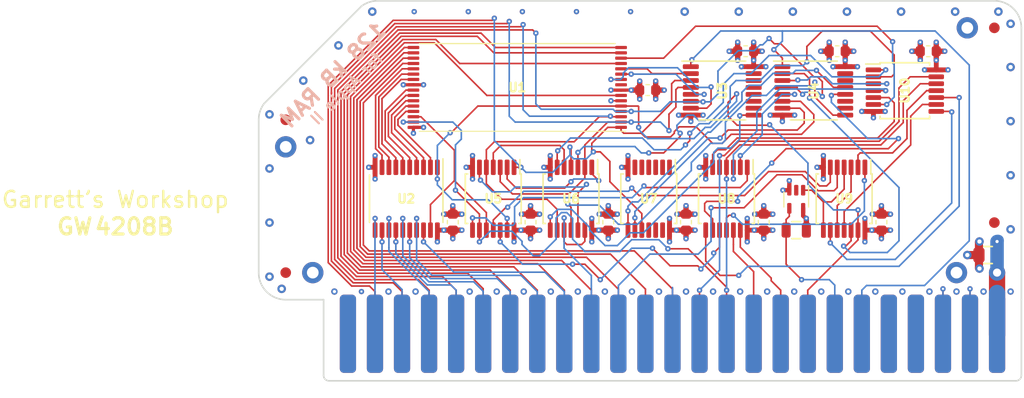
<source format=kicad_pcb>
(kicad_pcb (version 20171130) (host pcbnew "(5.1.5-0-10_14)")

  (general
    (thickness 1.6)
    (drawings 25)
    (tracks 1160)
    (zones 0)
    (modules 32)
    (nets 99)
  )

  (page A4)
  (layers
    (0 F.Cu signal)
    (1 In1.Cu signal)
    (2 In2.Cu signal)
    (31 B.Cu signal)
    (32 B.Adhes user)
    (33 F.Adhes user)
    (34 B.Paste user)
    (35 F.Paste user)
    (36 B.SilkS user hide)
    (37 F.SilkS user)
    (38 B.Mask user)
    (39 F.Mask user)
    (40 Dwgs.User user)
    (41 Cmts.User user)
    (42 Eco1.User user)
    (43 Eco2.User user)
    (44 Edge.Cuts user)
    (45 Margin user)
    (46 B.CrtYd user)
    (47 F.CrtYd user)
    (48 B.Fab user)
    (49 F.Fab user)
  )

  (setup
    (last_trace_width 0.15)
    (user_trace_width 0.15)
    (user_trace_width 0.2)
    (user_trace_width 0.25)
    (user_trace_width 0.3)
    (user_trace_width 0.35)
    (user_trace_width 0.4)
    (user_trace_width 0.45)
    (user_trace_width 0.5)
    (user_trace_width 0.6)
    (user_trace_width 0.8)
    (user_trace_width 1)
    (user_trace_width 1.27)
    (user_trace_width 1.524)
    (trace_clearance 0.15)
    (zone_clearance 0.15)
    (zone_45_only no)
    (trace_min 0.15)
    (via_size 0.5)
    (via_drill 0.2)
    (via_min_size 0.5)
    (via_min_drill 0.2)
    (user_via 0.6 0.3)
    (user_via 0.8 0.4)
    (user_via 1 0.5)
    (user_via 1.524 0.762)
    (uvia_size 0.3)
    (uvia_drill 0.1)
    (uvias_allowed no)
    (uvia_min_size 0.2)
    (uvia_min_drill 0.1)
    (edge_width 0.15)
    (segment_width 0.1524)
    (pcb_text_width 0.3)
    (pcb_text_size 1.5 1.5)
    (mod_edge_width 0.15)
    (mod_text_size 1 1)
    (mod_text_width 0.15)
    (pad_size 1.05 1.4)
    (pad_drill 0)
    (pad_to_mask_clearance 0.0762)
    (solder_mask_min_width 0.127)
    (pad_to_paste_clearance -0.0381)
    (aux_axis_origin 0 0)
    (visible_elements FFFFEF7F)
    (pcbplotparams
      (layerselection 0x010f8_ffffffff)
      (usegerberextensions true)
      (usegerberattributes false)
      (usegerberadvancedattributes false)
      (creategerberjobfile false)
      (excludeedgelayer true)
      (linewidth 0.100000)
      (plotframeref false)
      (viasonmask false)
      (mode 1)
      (useauxorigin false)
      (hpglpennumber 1)
      (hpglpenspeed 20)
      (hpglpendiameter 15.000000)
      (psnegative false)
      (psa4output false)
      (plotreference true)
      (plotvalue true)
      (plotinvisibletext false)
      (padsonsilk false)
      (subtractmaskfromsilk true)
      (outputformat 1)
      (mirror false)
      (drillshape 0)
      (scaleselection 1)
      (outputdirectory "gerber/"))
  )

  (net 0 "")
  (net 1 +5V)
  (net 2 GND)
  (net 3 /A4)
  (net 4 /D7)
  (net 5 /D6)
  (net 6 /A8)
  (net 7 /A7)
  (net 8 /A6)
  (net 9 /A5)
  (net 10 /A3)
  (net 11 /A2)
  (net 12 /A1)
  (net 13 /A0)
  (net 14 /A9)
  (net 15 /D1)
  (net 16 /D5)
  (net 17 /D0)
  (net 18 /D2)
  (net 19 /D3)
  (net 20 /D4)
  (net 21 /A10)
  (net 22 +12V)
  (net 23 -12V)
  (net 24 -5V)
  (net 25 /~IOSEL~)
  (net 26 /A11)
  (net 27 /A12)
  (net 28 /A13)
  (net 29 /A14)
  (net 30 /A15)
  (net 31 /~IOSTRB~)
  (net 32 /RDY)
  (net 33 /DMA)
  (net 34 /~NMI~)
  (net 35 /~IRQ~)
  (net 36 /~RES~)
  (net 37 /~INH~)
  (net 38 /COLORREF)
  (net 39 /7M)
  (net 40 /Q3)
  (net 41 /PHI1)
  (net 42 /USER1)
  (net 43 /PHI0)
  (net 44 /~DEVSEL~)
  (net 45 /INTin)
  (net 46 /DMAin)
  (net 47 /VIDSYNC)
  (net 48 /R~WE~)
  (net 49 /R~CS~)
  (net 50 /RA15)
  (net 51 /RA16)
  (net 52 /RA14)
  (net 53 /RA12)
  (net 54 /RD7)
  (net 55 /RD6)
  (net 56 /RD5)
  (net 57 /RD4)
  (net 58 /RD3)
  (net 59 /RD2)
  (net 60 /RD1)
  (net 61 /RD0)
  (net 62 /BankAB)
  (net 63 /ENWR1)
  (net 64 /ENRD)
  (net 65 /ENWR)
  (net 66 "Net-(U4-Pad10)")
  (net 67 "Net-(U1-Pad9)")
  (net 68 "Net-(U4-Pad14)")
  (net 69 /~DEV~andA2)
  (net 70 /ENWR1A0)
  (net 71 "Net-(U3-Pad13)")
  (net 72 "Net-(U3-Pad12)")
  (net 73 /~DEV~and~A2~)
  (net 74 "Net-(U3-Pad10)")
  (net 75 /~A0XOR1~)
  (net 76 "Net-(U4-Pad20)")
  (net 77 "Net-(U5-Pad2)")
  (net 78 "Net-(U5-Pad4)")
  (net 79 "Net-(U5-Pad6)")
  (net 80 "Net-(U5-Pad8)")
  (net 81 /RCS)
  (net 82 "Net-(U5-Pad12)")
  (net 83 "Net-(U10-Pad1)")
  (net 84 "Net-(U10-Pad2)")
  (net 85 "Net-(U10-Pad4)")
  (net 86 "Net-(U10-Pad5)")
  (net 87 "Net-(U10-Pad10)")
  (net 88 "Net-(U8-Pad11)")
  (net 89 "Net-(U10-Pad9)")
  (net 90 "Net-(U9-Pad10)")
  (net 91 "Net-(U10-Pad8)")
  (net 92 /INHOE)
  (net 93 "Net-(U10-Pad11)")
  (net 94 "Net-(U3-Pad14)")
  (net 95 "Net-(U3-Pad11)")
  (net 96 "Net-(U4-Pad11)")
  (net 97 "Net-(U3-Pad15)")
  (net 98 "Net-(U4-Pad15)")

  (net_class Default "This is the default net class."
    (clearance 0.15)
    (trace_width 0.15)
    (via_dia 0.5)
    (via_drill 0.2)
    (uvia_dia 0.3)
    (uvia_drill 0.1)
    (add_net +12V)
    (add_net +5V)
    (add_net -12V)
    (add_net -5V)
    (add_net /7M)
    (add_net /A0)
    (add_net /A1)
    (add_net /A10)
    (add_net /A11)
    (add_net /A12)
    (add_net /A13)
    (add_net /A14)
    (add_net /A15)
    (add_net /A2)
    (add_net /A3)
    (add_net /A4)
    (add_net /A5)
    (add_net /A6)
    (add_net /A7)
    (add_net /A8)
    (add_net /A9)
    (add_net /BankAB)
    (add_net /COLORREF)
    (add_net /D0)
    (add_net /D1)
    (add_net /D2)
    (add_net /D3)
    (add_net /D4)
    (add_net /D5)
    (add_net /D6)
    (add_net /D7)
    (add_net /DMA)
    (add_net /DMAin)
    (add_net /ENRD)
    (add_net /ENWR)
    (add_net /ENWR1)
    (add_net /ENWR1A0)
    (add_net /INHOE)
    (add_net /INTin)
    (add_net /PHI0)
    (add_net /PHI1)
    (add_net /Q3)
    (add_net /RA12)
    (add_net /RA14)
    (add_net /RA15)
    (add_net /RA16)
    (add_net /RCS)
    (add_net /RD0)
    (add_net /RD1)
    (add_net /RD2)
    (add_net /RD3)
    (add_net /RD4)
    (add_net /RD5)
    (add_net /RD6)
    (add_net /RD7)
    (add_net /RDY)
    (add_net /R~CS~)
    (add_net /R~WE~)
    (add_net /USER1)
    (add_net /VIDSYNC)
    (add_net /~A0XOR1~)
    (add_net /~DEVSEL~)
    (add_net /~DEV~andA2)
    (add_net /~DEV~and~A2~)
    (add_net /~INH~)
    (add_net /~IOSEL~)
    (add_net /~IOSTRB~)
    (add_net /~IRQ~)
    (add_net /~NMI~)
    (add_net /~RES~)
    (add_net GND)
    (add_net "Net-(U1-Pad9)")
    (add_net "Net-(U10-Pad1)")
    (add_net "Net-(U10-Pad10)")
    (add_net "Net-(U10-Pad11)")
    (add_net "Net-(U10-Pad2)")
    (add_net "Net-(U10-Pad4)")
    (add_net "Net-(U10-Pad5)")
    (add_net "Net-(U10-Pad8)")
    (add_net "Net-(U10-Pad9)")
    (add_net "Net-(U3-Pad10)")
    (add_net "Net-(U3-Pad11)")
    (add_net "Net-(U3-Pad12)")
    (add_net "Net-(U3-Pad13)")
    (add_net "Net-(U3-Pad14)")
    (add_net "Net-(U3-Pad15)")
    (add_net "Net-(U4-Pad10)")
    (add_net "Net-(U4-Pad11)")
    (add_net "Net-(U4-Pad14)")
    (add_net "Net-(U4-Pad15)")
    (add_net "Net-(U4-Pad20)")
    (add_net "Net-(U5-Pad12)")
    (add_net "Net-(U5-Pad2)")
    (add_net "Net-(U5-Pad4)")
    (add_net "Net-(U5-Pad6)")
    (add_net "Net-(U5-Pad8)")
    (add_net "Net-(U8-Pad11)")
    (add_net "Net-(U9-Pad10)")
  )

  (module stdpads:TSSOP-14_4.4x5mm_P0.65mm (layer F.Cu) (tedit 5F37C96A) (tstamp 5F8B1E88)
    (at 97.15 122.6 180)
    (descr "14-Lead Plastic Thin Shrink Small Outline (ST)-4.4 mm Body [TSSOP] (see Microchip Packaging Specification 00000049BS.pdf)")
    (tags "SSOP 0.65")
    (path /61D062D6)
    (solder_mask_margin 0.024)
    (solder_paste_margin -0.04)
    (attr smd)
    (fp_text reference U6 (at 0 0 180) (layer F.Fab)
      (effects (font (size 0.8128 0.8128) (thickness 0.2032)))
    )
    (fp_text value 74LS08 (at 0 1 180) (layer F.Fab)
      (effects (font (size 0.381 0.381) (thickness 0.09525)))
    )
    (fp_line (start -2.5 1.2) (end -2.5 -2.2) (layer F.Fab) (width 0.15))
    (fp_line (start -2.5 -2.2) (end 2.5 -2.2) (layer F.Fab) (width 0.15))
    (fp_line (start 2.5 -2.2) (end 2.5 2.2) (layer F.Fab) (width 0.15))
    (fp_line (start 2.5 2.2) (end -1.5 2.2) (layer F.Fab) (width 0.15))
    (fp_line (start -1.5 2.2) (end -2.5 1.2) (layer F.Fab) (width 0.15))
    (fp_line (start -2.8 3.95) (end 2.8 3.95) (layer F.CrtYd) (width 0.05))
    (fp_line (start -2.8 -3.95) (end 2.8 -3.95) (layer F.CrtYd) (width 0.05))
    (fp_line (start -2.8 3.95) (end -2.8 -3.95) (layer F.CrtYd) (width 0.05))
    (fp_line (start 2.8 3.95) (end 2.8 -3.95) (layer F.CrtYd) (width 0.05))
    (fp_line (start -2.625 2.325) (end -2.5 2.325) (layer F.SilkS) (width 0.15))
    (fp_line (start -2.625 -2.325) (end -2.4 -2.325) (layer F.SilkS) (width 0.15))
    (fp_line (start 2.625 -2.325) (end 2.4 -2.325) (layer F.SilkS) (width 0.15))
    (fp_line (start 2.625 2.325) (end 2.4 2.325) (layer F.SilkS) (width 0.15))
    (fp_line (start -2.625 2.325) (end -2.625 -2.325) (layer F.SilkS) (width 0.15))
    (fp_line (start 2.625 2.325) (end 2.625 -2.325) (layer F.SilkS) (width 0.15))
    (fp_line (start -2.5 2.325) (end -2.5 3.675) (layer F.SilkS) (width 0.15))
    (fp_text user %R (at 0 0 180) (layer F.SilkS)
      (effects (font (size 0.8128 0.8128) (thickness 0.2032)))
    )
    (pad 1 smd roundrect (at -1.95 2.95 270) (size 1.45 0.45) (layers F.Cu F.Paste F.Mask) (roundrect_rratio 0.25)
      (net 77 "Net-(U5-Pad2)"))
    (pad 2 smd roundrect (at -1.3 2.95 270) (size 1.45 0.45) (layers F.Cu F.Paste F.Mask) (roundrect_rratio 0.25)
      (net 12 /A1))
    (pad 3 smd roundrect (at -0.65 2.95 270) (size 1.45 0.45) (layers F.Cu F.Paste F.Mask) (roundrect_rratio 0.25)
      (net 83 "Net-(U10-Pad1)"))
    (pad 4 smd roundrect (at 0 2.95 270) (size 1.45 0.45) (layers F.Cu F.Paste F.Mask) (roundrect_rratio 0.25)
      (net 13 /A0))
    (pad 5 smd roundrect (at 0.65 2.95 270) (size 1.45 0.45) (layers F.Cu F.Paste F.Mask) (roundrect_rratio 0.25)
      (net 78 "Net-(U5-Pad4)"))
    (pad 6 smd roundrect (at 1.3 2.95 270) (size 1.45 0.45) (layers F.Cu F.Paste F.Mask) (roundrect_rratio 0.25)
      (net 84 "Net-(U10-Pad2)"))
    (pad 7 smd roundrect (at 1.95 2.95 270) (size 1.45 0.45) (layers F.Cu F.Paste F.Mask) (roundrect_rratio 0.25)
      (net 2 GND))
    (pad 8 smd roundrect (at 1.95 -2.95 270) (size 1.45 0.45) (layers F.Cu F.Paste F.Mask) (roundrect_rratio 0.25)
      (net 69 /~DEV~andA2))
    (pad 9 smd roundrect (at 1.3 -2.95 270) (size 1.45 0.45) (layers F.Cu F.Paste F.Mask) (roundrect_rratio 0.25)
      (net 11 /A2))
    (pad 10 smd roundrect (at 0.65 -2.95 270) (size 1.45 0.45) (layers F.Cu F.Paste F.Mask) (roundrect_rratio 0.25)
      (net 44 /~DEVSEL~))
    (pad 11 smd roundrect (at 0 -2.95 270) (size 1.45 0.45) (layers F.Cu F.Paste F.Mask) (roundrect_rratio 0.25)
      (net 73 /~DEV~and~A2~))
    (pad 12 smd roundrect (at -0.65 -2.95 270) (size 1.45 0.45) (layers F.Cu F.Paste F.Mask) (roundrect_rratio 0.25)
      (net 79 "Net-(U5-Pad6)"))
    (pad 13 smd roundrect (at -1.3 -2.95 270) (size 1.45 0.45) (layers F.Cu F.Paste F.Mask) (roundrect_rratio 0.25)
      (net 44 /~DEVSEL~))
    (pad 14 smd roundrect (at -1.95 -2.95 270) (size 1.45 0.45) (layers F.Cu F.Paste F.Mask) (roundrect_rratio 0.25)
      (net 1 +5V))
    (model ${KISYS3DMOD}/Package_SO.3dshapes/TSSOP-14_4.4x5mm_P0.65mm.wrl
      (at (xyz 0 0 0))
      (scale (xyz 1 1 1))
      (rotate (xyz 0 0 -90))
    )
  )

  (module stdpads:TSSOP-16_4.4x5mm_P0.65mm (layer F.Cu) (tedit 5F59A51D) (tstamp 5F5D6BBF)
    (at 119.95 112.475 270)
    (descr "16-Lead Plastic Thin Shrink Small Outline (ST)-4.4 mm Body [TSSOP] (see Microchip Packaging Specification 00000049BS.pdf)")
    (tags "SSOP 0.65")
    (path /62125B94)
    (solder_mask_margin 0.024)
    (solder_paste_margin -0.04)
    (attr smd)
    (fp_text reference U4 (at 0 0 270) (layer F.Fab)
      (effects (font (size 0.8128 0.8128) (thickness 0.2032)))
    )
    (fp_text value 74LS174 (at 0 1 270) (layer F.Fab)
      (effects (font (size 0.381 0.381) (thickness 0.09525)))
    )
    (fp_text user %R (at 0 0 270) (layer F.SilkS)
      (effects (font (size 0.8128 0.8128) (thickness 0.2032)))
    )
    (fp_line (start -2.8 3.775) (end -2.8 -2.2) (layer F.SilkS) (width 0.15))
    (fp_line (start 2.725 2.2) (end 2.725 -2.2) (layer F.SilkS) (width 0.15))
    (fp_line (start 2.8 3.95) (end 2.8 -3.95) (layer F.CrtYd) (width 0.05))
    (fp_line (start -2.9 3.95) (end -2.9 -3.95) (layer F.CrtYd) (width 0.05))
    (fp_line (start -2.9 -3.95) (end 2.8 -3.95) (layer F.CrtYd) (width 0.05))
    (fp_line (start -2.9 3.95) (end 2.8 3.95) (layer F.CrtYd) (width 0.05))
    (fp_line (start -1.5 2.2) (end -2.5 1.2) (layer F.Fab) (width 0.15))
    (fp_line (start 2.5 2.2) (end -1.5 2.2) (layer F.Fab) (width 0.15))
    (fp_line (start 2.5 -2.2) (end 2.5 2.2) (layer F.Fab) (width 0.15))
    (fp_line (start -2.5 -2.2) (end 2.5 -2.2) (layer F.Fab) (width 0.15))
    (fp_line (start -2.5 1.2) (end -2.5 -2.2) (layer F.Fab) (width 0.15))
    (pad 16 smd roundrect (at -2.275 -2.95) (size 1.5 0.45) (layers F.Cu F.Paste F.Mask) (roundrect_rratio 0.25)
      (net 1 +5V))
    (pad 15 smd roundrect (at -1.625 -2.95) (size 1.5 0.45) (layers F.Cu F.Paste F.Mask) (roundrect_rratio 0.25)
      (net 98 "Net-(U4-Pad15)"))
    (pad 14 smd roundrect (at -0.975 -2.95) (size 1.5 0.45) (layers F.Cu F.Paste F.Mask) (roundrect_rratio 0.25)
      (net 68 "Net-(U4-Pad14)"))
    (pad 13 smd roundrect (at -0.325 -2.95) (size 1.5 0.45) (layers F.Cu F.Paste F.Mask) (roundrect_rratio 0.25)
      (net 70 /ENWR1A0))
    (pad 12 smd roundrect (at 0.325 -2.95) (size 1.5 0.45) (layers F.Cu F.Paste F.Mask) (roundrect_rratio 0.25)
      (net 65 /ENWR))
    (pad 11 smd roundrect (at 0.975 -2.95) (size 1.5 0.45) (layers F.Cu F.Paste F.Mask) (roundrect_rratio 0.25)
      (net 96 "Net-(U4-Pad11)"))
    (pad 10 smd roundrect (at 1.625 -2.95) (size 1.5 0.45) (layers F.Cu F.Paste F.Mask) (roundrect_rratio 0.25)
      (net 66 "Net-(U4-Pad10)"))
    (pad 9 smd roundrect (at 2.275 -2.95) (size 1.5 0.45) (layers F.Cu F.Paste F.Mask) (roundrect_rratio 0.25)
      (net 73 /~DEV~and~A2~))
    (pad 8 smd roundrect (at 2.275 2.95) (size 1.5 0.45) (layers F.Cu F.Paste F.Mask) (roundrect_rratio 0.25)
      (net 2 GND))
    (pad 7 smd roundrect (at 1.625 2.95) (size 1.5 0.45) (layers F.Cu F.Paste F.Mask) (roundrect_rratio 0.25)
      (net 63 /ENWR1))
    (pad 6 smd roundrect (at 0.975 2.95) (size 1.5 0.45) (layers F.Cu F.Paste F.Mask) (roundrect_rratio 0.25)
      (net 13 /A0))
    (pad 5 smd roundrect (at 0.325 2.95) (size 1.5 0.45) (layers F.Cu F.Paste F.Mask) (roundrect_rratio 0.25)
      (net 62 /BankAB))
    (pad 4 smd roundrect (at -0.325 2.95) (size 1.5 0.45) (layers F.Cu F.Paste F.Mask) (roundrect_rratio 0.25)
      (net 10 /A3))
    (pad 3 smd roundrect (at -0.975 2.95) (size 1.5 0.45) (layers F.Cu F.Paste F.Mask) (roundrect_rratio 0.25)
      (net 75 /~A0XOR1~))
    (pad 2 smd roundrect (at -1.625 2.95) (size 1.5 0.45) (layers F.Cu F.Paste F.Mask) (roundrect_rratio 0.25)
      (net 64 /ENRD))
    (pad 1 smd roundrect (at -2.275 2.95) (size 1.5 0.45) (layers F.Cu F.Paste F.Mask) (roundrect_rratio 0.25)
      (net 36 /~RES~))
    (model ${KISYS3DMOD}/Package_SO.3dshapes/TSSOP-16_4.4x5mm_P0.65mm.wrl
      (at (xyz 0 0 0))
      (scale (xyz 1 1 1))
      (rotate (xyz 0 0 -90))
    )
  )

  (module stdpads:TSSOP-16_4.4x5mm_P0.65mm (layer F.Cu) (tedit 5F59A51D) (tstamp 5F5D5AD4)
    (at 111.35 112.475 270)
    (descr "16-Lead Plastic Thin Shrink Small Outline (ST)-4.4 mm Body [TSSOP] (see Microchip Packaging Specification 00000049BS.pdf)")
    (tags "SSOP 0.65")
    (path /621250C8)
    (solder_mask_margin 0.024)
    (solder_paste_margin -0.04)
    (attr smd)
    (fp_text reference U3 (at 0 0 270) (layer F.Fab)
      (effects (font (size 0.8128 0.8128) (thickness 0.2032)))
    )
    (fp_text value 74LS174 (at 0 1 270) (layer F.Fab)
      (effects (font (size 0.381 0.381) (thickness 0.09525)))
    )
    (fp_text user %R (at 0 0 270) (layer F.SilkS)
      (effects (font (size 0.8128 0.8128) (thickness 0.2032)))
    )
    (fp_line (start -2.8 3.775) (end -2.8 -2.2) (layer F.SilkS) (width 0.15))
    (fp_line (start 2.725 2.2) (end 2.725 -2.2) (layer F.SilkS) (width 0.15))
    (fp_line (start 2.8 3.95) (end 2.8 -3.95) (layer F.CrtYd) (width 0.05))
    (fp_line (start -2.9 3.95) (end -2.9 -3.95) (layer F.CrtYd) (width 0.05))
    (fp_line (start -2.9 -3.95) (end 2.8 -3.95) (layer F.CrtYd) (width 0.05))
    (fp_line (start -2.9 3.95) (end 2.8 3.95) (layer F.CrtYd) (width 0.05))
    (fp_line (start -1.5 2.2) (end -2.5 1.2) (layer F.Fab) (width 0.15))
    (fp_line (start 2.5 2.2) (end -1.5 2.2) (layer F.Fab) (width 0.15))
    (fp_line (start 2.5 -2.2) (end 2.5 2.2) (layer F.Fab) (width 0.15))
    (fp_line (start -2.5 -2.2) (end 2.5 -2.2) (layer F.Fab) (width 0.15))
    (fp_line (start -2.5 1.2) (end -2.5 -2.2) (layer F.Fab) (width 0.15))
    (pad 16 smd roundrect (at -2.275 -2.95) (size 1.5 0.45) (layers F.Cu F.Paste F.Mask) (roundrect_rratio 0.25)
      (net 1 +5V))
    (pad 15 smd roundrect (at -1.625 -2.95) (size 1.5 0.45) (layers F.Cu F.Paste F.Mask) (roundrect_rratio 0.25)
      (net 97 "Net-(U3-Pad15)"))
    (pad 14 smd roundrect (at -0.975 -2.95) (size 1.5 0.45) (layers F.Cu F.Paste F.Mask) (roundrect_rratio 0.25)
      (net 94 "Net-(U3-Pad14)"))
    (pad 13 smd roundrect (at -0.325 -2.95) (size 1.5 0.45) (layers F.Cu F.Paste F.Mask) (roundrect_rratio 0.25)
      (net 71 "Net-(U3-Pad13)"))
    (pad 12 smd roundrect (at 0.325 -2.95) (size 1.5 0.45) (layers F.Cu F.Paste F.Mask) (roundrect_rratio 0.25)
      (net 72 "Net-(U3-Pad12)"))
    (pad 11 smd roundrect (at 0.975 -2.95) (size 1.5 0.45) (layers F.Cu F.Paste F.Mask) (roundrect_rratio 0.25)
      (net 95 "Net-(U3-Pad11)"))
    (pad 10 smd roundrect (at 1.625 -2.95) (size 1.5 0.45) (layers F.Cu F.Paste F.Mask) (roundrect_rratio 0.25)
      (net 74 "Net-(U3-Pad10)"))
    (pad 9 smd roundrect (at 2.275 -2.95) (size 1.5 0.45) (layers F.Cu F.Paste F.Mask) (roundrect_rratio 0.25)
      (net 69 /~DEV~andA2))
    (pad 8 smd roundrect (at 2.275 2.95) (size 1.5 0.45) (layers F.Cu F.Paste F.Mask) (roundrect_rratio 0.25)
      (net 2 GND))
    (pad 7 smd roundrect (at 1.625 2.95) (size 1.5 0.45) (layers F.Cu F.Paste F.Mask) (roundrect_rratio 0.25)
      (net 51 /RA16))
    (pad 6 smd roundrect (at 0.975 2.95) (size 1.5 0.45) (layers F.Cu F.Paste F.Mask) (roundrect_rratio 0.25)
      (net 10 /A3))
    (pad 5 smd roundrect (at 0.325 2.95) (size 1.5 0.45) (layers F.Cu F.Paste F.Mask) (roundrect_rratio 0.25)
      (net 50 /RA15))
    (pad 4 smd roundrect (at -0.325 2.95) (size 1.5 0.45) (layers F.Cu F.Paste F.Mask) (roundrect_rratio 0.25)
      (net 12 /A1))
    (pad 3 smd roundrect (at -0.975 2.95) (size 1.5 0.45) (layers F.Cu F.Paste F.Mask) (roundrect_rratio 0.25)
      (net 13 /A0))
    (pad 2 smd roundrect (at -1.625 2.95) (size 1.5 0.45) (layers F.Cu F.Paste F.Mask) (roundrect_rratio 0.25)
      (net 52 /RA14))
    (pad 1 smd roundrect (at -2.275 2.95) (size 1.5 0.45) (layers F.Cu F.Paste F.Mask) (roundrect_rratio 0.25)
      (net 36 /~RES~))
    (model ${KISYS3DMOD}/Package_SO.3dshapes/TSSOP-16_4.4x5mm_P0.65mm.wrl
      (at (xyz 0 0 0))
      (scale (xyz 1 1 1))
      (rotate (xyz 0 0 -90))
    )
  )

  (module stdpads:C_0603 (layer F.Cu) (tedit 5EE29C36) (tstamp 5F5CC4AD)
    (at 107.95 124.8 90)
    (tags capacitor)
    (path /61D3AE9C)
    (solder_mask_margin 0.05)
    (solder_paste_margin -0.04)
    (attr smd)
    (fp_text reference C8 (at 0 0 90) (layer F.Fab)
      (effects (font (size 0.254 0.254) (thickness 0.0635)))
    )
    (fp_text value 2u2 (at 0 0.25 90) (layer F.Fab)
      (effects (font (size 0.127 0.127) (thickness 0.03175)))
    )
    (fp_line (start -0.8 0.4) (end -0.8 -0.4) (layer F.Fab) (width 0.1))
    (fp_line (start -0.8 -0.4) (end 0.8 -0.4) (layer F.Fab) (width 0.1))
    (fp_line (start 0.8 -0.4) (end 0.8 0.4) (layer F.Fab) (width 0.1))
    (fp_line (start 0.8 0.4) (end -0.8 0.4) (layer F.Fab) (width 0.1))
    (fp_line (start -0.162779 -0.51) (end 0.162779 -0.51) (layer F.SilkS) (width 0.12))
    (fp_line (start -0.162779 0.51) (end 0.162779 0.51) (layer F.SilkS) (width 0.12))
    (fp_line (start -1.4 0.7) (end -1.4 -0.7) (layer F.CrtYd) (width 0.05))
    (fp_line (start -1.4 -0.7) (end 1.4 -0.7) (layer F.CrtYd) (width 0.05))
    (fp_line (start 1.4 -0.7) (end 1.4 0.7) (layer F.CrtYd) (width 0.05))
    (fp_line (start 1.4 0.7) (end -1.4 0.7) (layer F.CrtYd) (width 0.05))
    (fp_text user %R (at 0 0 90) (layer F.SilkS) hide
      (effects (font (size 0.254 0.254) (thickness 0.0635)))
    )
    (pad 1 smd roundrect (at -0.75 0 90) (size 0.85 0.95) (layers F.Cu F.Paste F.Mask) (roundrect_rratio 0.25)
      (net 1 +5V))
    (pad 2 smd roundrect (at 0.75 0 90) (size 0.85 0.95) (layers F.Cu F.Paste F.Mask) (roundrect_rratio 0.25)
      (net 2 GND))
    (model ${KISYS3DMOD}/Capacitor_SMD.3dshapes/C_0603_1608Metric.wrl
      (at (xyz 0 0 0))
      (scale (xyz 1 1 1))
      (rotate (xyz 0 0 0))
    )
  )

  (module stdpads:TSOP-I-32_18.4x8mm_P0.5mm (layer F.Cu) (tedit 5F599AB1) (tstamp 5F5CD0D0)
    (at 92.1 112.15 180)
    (descr "TSOP I, 32 pins, 18.4x8mm body (https://www.micron.com/~/media/documents/products/technical-note/nor-flash/tn1225_land_pad_design.pdf, http://www.fujitsu.com/downloads/MICRO/fma/pdfmcu/f32pm25.pdf)")
    (tags "TSOP I 32")
    (path /61C2B655)
    (solder_mask_margin 0.024)
    (solder_paste_margin -0.035)
    (attr smd)
    (fp_text reference U1 (at 0 0) (layer F.Fab)
      (effects (font (size 0.8128 0.8128) (thickness 0.2032)))
    )
    (fp_text value 621024 (at 0 1.25) (layer F.Fab)
      (effects (font (size 0.8128 0.8128) (thickness 0.2032)))
    )
    (fp_line (start -8.2 -4) (end 9.2 -4) (layer F.Fab) (width 0.1))
    (fp_line (start -9.2 4) (end -9.2 -3) (layer F.Fab) (width 0.1))
    (fp_line (start 9.2 4) (end -9.2 4) (layer F.Fab) (width 0.1))
    (fp_line (start 9.2 -4) (end 9.2 4) (layer F.Fab) (width 0.1))
    (fp_text user %R (at 0 0) (layer F.SilkS)
      (effects (font (size 0.8128 0.8128) (thickness 0.2032)))
    )
    (fp_line (start -8.2 -4) (end -9.2 -3) (layer F.Fab) (width 0.1))
    (fp_line (start 9.2 -4.12) (end -10.2 -4.12) (layer F.SilkS) (width 0.1))
    (fp_line (start -9.2 4.12) (end 9.2 4.12) (layer F.SilkS) (width 0.12))
    (fp_line (start -10.55 -4.25) (end 10.55 -4.25) (layer F.CrtYd) (width 0.05))
    (fp_line (start 10.55 -4.25) (end 10.55 4.25) (layer F.CrtYd) (width 0.05))
    (fp_line (start 10.55 4.25) (end -10.55 4.25) (layer F.CrtYd) (width 0.05))
    (fp_line (start -10.55 4.25) (end -10.55 -4.25) (layer F.CrtYd) (width 0.05))
    (pad 32 smd roundrect (at 9.75 -3.75 180) (size 1.1 0.3) (layers F.Cu F.Paste F.Mask) (roundrect_rratio 0.25)
      (net 2 GND))
    (pad 31 smd roundrect (at 9.75 -3.25 180) (size 1.1 0.3) (layers F.Cu F.Paste F.Mask) (roundrect_rratio 0.25)
      (net 28 /A13))
    (pad 30 smd roundrect (at 9.75 -2.75 180) (size 1.1 0.3) (layers F.Cu F.Paste F.Mask) (roundrect_rratio 0.25)
      (net 49 /R~CS~))
    (pad 29 smd roundrect (at 9.75 -2.25 180) (size 1.1 0.3) (layers F.Cu F.Paste F.Mask) (roundrect_rratio 0.25)
      (net 58 /RD3))
    (pad 28 smd roundrect (at 9.75 -1.75 180) (size 1.1 0.3) (layers F.Cu F.Paste F.Mask) (roundrect_rratio 0.25)
      (net 59 /RD2))
    (pad 27 smd roundrect (at 9.75 -1.25 180) (size 1.1 0.3) (layers F.Cu F.Paste F.Mask) (roundrect_rratio 0.25)
      (net 60 /RD1))
    (pad 26 smd roundrect (at 9.75 -0.75 180) (size 1.1 0.3) (layers F.Cu F.Paste F.Mask) (roundrect_rratio 0.25)
      (net 61 /RD0))
    (pad 25 smd roundrect (at 9.75 -0.25 180) (size 1.1 0.3) (layers F.Cu F.Paste F.Mask) (roundrect_rratio 0.25)
      (net 54 /RD7))
    (pad 24 smd roundrect (at 9.75 0.25 180) (size 1.1 0.3) (layers F.Cu F.Paste F.Mask) (roundrect_rratio 0.25)
      (net 2 GND))
    (pad 23 smd roundrect (at 9.75 0.75 180) (size 1.1 0.3) (layers F.Cu F.Paste F.Mask) (roundrect_rratio 0.25)
      (net 55 /RD6))
    (pad 22 smd roundrect (at 9.75 1.25 180) (size 1.1 0.3) (layers F.Cu F.Paste F.Mask) (roundrect_rratio 0.25)
      (net 56 /RD5))
    (pad 21 smd roundrect (at 9.75 1.75 180) (size 1.1 0.3) (layers F.Cu F.Paste F.Mask) (roundrect_rratio 0.25)
      (net 57 /RD4))
    (pad 20 smd roundrect (at 9.75 2.25 180) (size 1.1 0.3) (layers F.Cu F.Paste F.Mask) (roundrect_rratio 0.25)
      (net 26 /A11))
    (pad 19 smd roundrect (at 9.75 2.75 180) (size 1.1 0.3) (layers F.Cu F.Paste F.Mask) (roundrect_rratio 0.25)
      (net 21 /A10))
    (pad 18 smd roundrect (at 9.75 3.25 180) (size 1.1 0.3) (layers F.Cu F.Paste F.Mask) (roundrect_rratio 0.25)
      (net 14 /A9))
    (pad 16 smd roundrect (at -9.75 3.75 180) (size 1.1 0.3) (layers F.Cu F.Paste F.Mask) (roundrect_rratio 0.25)
      (net 3 /A4))
    (pad 15 smd roundrect (at -9.75 3.25 180) (size 1.1 0.3) (layers F.Cu F.Paste F.Mask) (roundrect_rratio 0.25)
      (net 9 /A5))
    (pad 14 smd roundrect (at -9.75 2.75 180) (size 1.1 0.3) (layers F.Cu F.Paste F.Mask) (roundrect_rratio 0.25)
      (net 53 /RA12))
    (pad 13 smd roundrect (at -9.75 2.25 180) (size 1.1 0.3) (layers F.Cu F.Paste F.Mask) (roundrect_rratio 0.25)
      (net 8 /A6))
    (pad 12 smd roundrect (at -9.75 1.75 180) (size 1.1 0.3) (layers F.Cu F.Paste F.Mask) (roundrect_rratio 0.25)
      (net 52 /RA14))
    (pad 11 smd roundrect (at -9.75 1.25 180) (size 1.1 0.3) (layers F.Cu F.Paste F.Mask) (roundrect_rratio 0.25)
      (net 50 /RA15))
    (pad 10 smd roundrect (at -9.75 0.75 180) (size 1.1 0.3) (layers F.Cu F.Paste F.Mask) (roundrect_rratio 0.25)
      (net 51 /RA16))
    (pad 9 smd roundrect (at -9.75 0.25 180) (size 1.1 0.3) (layers F.Cu F.Paste F.Mask) (roundrect_rratio 0.25)
      (net 67 "Net-(U1-Pad9)"))
    (pad 8 smd roundrect (at -9.75 -0.25 180) (size 1.1 0.3) (layers F.Cu F.Paste F.Mask) (roundrect_rratio 0.25)
      (net 1 +5V))
    (pad 7 smd roundrect (at -9.75 -0.75 180) (size 1.1 0.3) (layers F.Cu F.Paste F.Mask) (roundrect_rratio 0.25)
      (net 7 /A7))
    (pad 6 smd roundrect (at -9.75 -1.25 180) (size 1.1 0.3) (layers F.Cu F.Paste F.Mask) (roundrect_rratio 0.25)
      (net 1 +5V))
    (pad 5 smd roundrect (at -9.75 -1.75 180) (size 1.1 0.3) (layers F.Cu F.Paste F.Mask) (roundrect_rratio 0.25)
      (net 48 /R~WE~))
    (pad 4 smd roundrect (at -9.75 -2.25 180) (size 1.1 0.3) (layers F.Cu F.Paste F.Mask) (roundrect_rratio 0.25)
      (net 10 /A3))
    (pad 3 smd roundrect (at -9.75 -2.75 180) (size 1.1 0.3) (layers F.Cu F.Paste F.Mask) (roundrect_rratio 0.25)
      (net 11 /A2))
    (pad 2 smd roundrect (at -9.75 -3.25 180) (size 1.1 0.3) (layers F.Cu F.Paste F.Mask) (roundrect_rratio 0.25)
      (net 12 /A1))
    (pad 17 smd roundrect (at 9.75 3.75 180) (size 1.1 0.3) (layers F.Cu F.Paste F.Mask) (roundrect_rratio 0.25)
      (net 6 /A8))
    (pad 1 smd roundrect (at -9.75 -3.75 180) (size 1.1 0.3) (layers F.Cu F.Paste F.Mask) (roundrect_rratio 0.25)
      (net 13 /A0))
    (model ${KISYS3DMOD}/Package_SO.3dshapes/TSOP-I-32_18.4x8mm_P0.5mm.wrl
      (at (xyz 0 0 0))
      (scale (xyz 1 1 1))
      (rotate (xyz 0 0 0))
    )
  )

  (module stdpads:C_0603 (layer F.Cu) (tedit 5EE29C36) (tstamp 5F8B1CE1)
    (at 86.05 124.8 90)
    (tags capacitor)
    (path /5D14D1AA)
    (solder_mask_margin 0.05)
    (solder_paste_margin -0.04)
    (attr smd)
    (fp_text reference C3 (at 0 0 90) (layer F.Fab)
      (effects (font (size 0.254 0.254) (thickness 0.0635)))
    )
    (fp_text value 2u2 (at 0 0.25 90) (layer F.Fab)
      (effects (font (size 0.127 0.127) (thickness 0.03175)))
    )
    (fp_text user %R (at 0 0 90) (layer F.SilkS) hide
      (effects (font (size 0.254 0.254) (thickness 0.0635)))
    )
    (fp_line (start 1.4 0.7) (end -1.4 0.7) (layer F.CrtYd) (width 0.05))
    (fp_line (start 1.4 -0.7) (end 1.4 0.7) (layer F.CrtYd) (width 0.05))
    (fp_line (start -1.4 -0.7) (end 1.4 -0.7) (layer F.CrtYd) (width 0.05))
    (fp_line (start -1.4 0.7) (end -1.4 -0.7) (layer F.CrtYd) (width 0.05))
    (fp_line (start -0.162779 0.51) (end 0.162779 0.51) (layer F.SilkS) (width 0.12))
    (fp_line (start -0.162779 -0.51) (end 0.162779 -0.51) (layer F.SilkS) (width 0.12))
    (fp_line (start 0.8 0.4) (end -0.8 0.4) (layer F.Fab) (width 0.1))
    (fp_line (start 0.8 -0.4) (end 0.8 0.4) (layer F.Fab) (width 0.1))
    (fp_line (start -0.8 -0.4) (end 0.8 -0.4) (layer F.Fab) (width 0.1))
    (fp_line (start -0.8 0.4) (end -0.8 -0.4) (layer F.Fab) (width 0.1))
    (pad 2 smd roundrect (at 0.75 0 90) (size 0.85 0.95) (layers F.Cu F.Paste F.Mask) (roundrect_rratio 0.25)
      (net 2 GND))
    (pad 1 smd roundrect (at -0.75 0 90) (size 0.85 0.95) (layers F.Cu F.Paste F.Mask) (roundrect_rratio 0.25)
      (net 1 +5V))
    (model ${KISYS3DMOD}/Capacitor_SMD.3dshapes/C_0603_1608Metric.wrl
      (at (xyz 0 0 0))
      (scale (xyz 1 1 1))
      (rotate (xyz 0 0 0))
    )
  )

  (module stdpads:C_0603 (layer F.Cu) (tedit 5EE29C36) (tstamp 5F8B1BF1)
    (at 126.3 124.8 90)
    (tags capacitor)
    (path /61D3AEA8)
    (solder_mask_margin 0.05)
    (solder_paste_margin -0.04)
    (attr smd)
    (fp_text reference C10 (at 0 0 90) (layer F.Fab)
      (effects (font (size 0.254 0.254) (thickness 0.0635)))
    )
    (fp_text value 2u2 (at 0 0.25 90) (layer F.Fab)
      (effects (font (size 0.127 0.127) (thickness 0.03175)))
    )
    (fp_line (start -0.8 0.4) (end -0.8 -0.4) (layer F.Fab) (width 0.1))
    (fp_line (start -0.8 -0.4) (end 0.8 -0.4) (layer F.Fab) (width 0.1))
    (fp_line (start 0.8 -0.4) (end 0.8 0.4) (layer F.Fab) (width 0.1))
    (fp_line (start 0.8 0.4) (end -0.8 0.4) (layer F.Fab) (width 0.1))
    (fp_line (start -0.162779 -0.51) (end 0.162779 -0.51) (layer F.SilkS) (width 0.12))
    (fp_line (start -0.162779 0.51) (end 0.162779 0.51) (layer F.SilkS) (width 0.12))
    (fp_line (start -1.4 0.7) (end -1.4 -0.7) (layer F.CrtYd) (width 0.05))
    (fp_line (start -1.4 -0.7) (end 1.4 -0.7) (layer F.CrtYd) (width 0.05))
    (fp_line (start 1.4 -0.7) (end 1.4 0.7) (layer F.CrtYd) (width 0.05))
    (fp_line (start 1.4 0.7) (end -1.4 0.7) (layer F.CrtYd) (width 0.05))
    (fp_text user %R (at 0 0 90) (layer F.SilkS) hide
      (effects (font (size 0.254 0.254) (thickness 0.0635)))
    )
    (pad 1 smd roundrect (at -0.75 0 90) (size 0.85 0.95) (layers F.Cu F.Paste F.Mask) (roundrect_rratio 0.25)
      (net 1 +5V))
    (pad 2 smd roundrect (at 0.75 0 90) (size 0.85 0.95) (layers F.Cu F.Paste F.Mask) (roundrect_rratio 0.25)
      (net 2 GND))
    (model ${KISYS3DMOD}/Capacitor_SMD.3dshapes/C_0603_1608Metric.wrl
      (at (xyz 0 0 0))
      (scale (xyz 1 1 1))
      (rotate (xyz 0 0 0))
    )
  )

  (module stdpads:C_0603 (layer F.Cu) (tedit 5EE29C36) (tstamp 5F8B1C21)
    (at 115.25 124.8 90)
    (tags capacitor)
    (path /61D3AEA2)
    (solder_mask_margin 0.05)
    (solder_paste_margin -0.04)
    (attr smd)
    (fp_text reference C9 (at 0 0 90) (layer F.Fab)
      (effects (font (size 0.254 0.254) (thickness 0.0635)))
    )
    (fp_text value 2u2 (at 0 0.25 90) (layer F.Fab)
      (effects (font (size 0.127 0.127) (thickness 0.03175)))
    )
    (fp_text user %R (at 0 0 90) (layer F.SilkS) hide
      (effects (font (size 0.254 0.254) (thickness 0.0635)))
    )
    (fp_line (start 1.4 0.7) (end -1.4 0.7) (layer F.CrtYd) (width 0.05))
    (fp_line (start 1.4 -0.7) (end 1.4 0.7) (layer F.CrtYd) (width 0.05))
    (fp_line (start -1.4 -0.7) (end 1.4 -0.7) (layer F.CrtYd) (width 0.05))
    (fp_line (start -1.4 0.7) (end -1.4 -0.7) (layer F.CrtYd) (width 0.05))
    (fp_line (start -0.162779 0.51) (end 0.162779 0.51) (layer F.SilkS) (width 0.12))
    (fp_line (start -0.162779 -0.51) (end 0.162779 -0.51) (layer F.SilkS) (width 0.12))
    (fp_line (start 0.8 0.4) (end -0.8 0.4) (layer F.Fab) (width 0.1))
    (fp_line (start 0.8 -0.4) (end 0.8 0.4) (layer F.Fab) (width 0.1))
    (fp_line (start -0.8 -0.4) (end 0.8 -0.4) (layer F.Fab) (width 0.1))
    (fp_line (start -0.8 0.4) (end -0.8 -0.4) (layer F.Fab) (width 0.1))
    (pad 2 smd roundrect (at 0.75 0 90) (size 0.85 0.95) (layers F.Cu F.Paste F.Mask) (roundrect_rratio 0.25)
      (net 2 GND))
    (pad 1 smd roundrect (at -0.75 0 90) (size 0.85 0.95) (layers F.Cu F.Paste F.Mask) (roundrect_rratio 0.25)
      (net 1 +5V))
    (model ${KISYS3DMOD}/Capacitor_SMD.3dshapes/C_0603_1608Metric.wrl
      (at (xyz 0 0 0))
      (scale (xyz 1 1 1))
      (rotate (xyz 0 0 0))
    )
  )

  (module stdpads:R_0805 (layer F.Cu) (tedit 5CC267AA) (tstamp 5F5D2D24)
    (at 118.3 125.55 180)
    (tags resistor)
    (path /5E6C502A)
    (attr smd)
    (fp_text reference R1 (at 0 -1.5) (layer F.SilkS) hide
      (effects (font (size 0.8128 0.8128) (thickness 0.1524)))
    )
    (fp_text value 3k3 (at 0 0.889) (layer F.Fab) hide
      (effects (font (size 0.127 0.127) (thickness 0.03175)))
    )
    (fp_line (start -1 0.625) (end -1 -0.625) (layer F.Fab) (width 0.1))
    (fp_line (start -1 -0.625) (end 1 -0.625) (layer F.Fab) (width 0.1))
    (fp_line (start 1 -0.625) (end 1 0.625) (layer F.Fab) (width 0.1))
    (fp_line (start 1 0.625) (end -1 0.625) (layer F.Fab) (width 0.1))
    (fp_line (start -0.4064 -0.8) (end 0.4064 -0.8) (layer F.SilkS) (width 0.1524))
    (fp_line (start -0.4064 0.8) (end 0.4064 0.8) (layer F.SilkS) (width 0.1524))
    (fp_line (start -1.7 1) (end -1.7 -1) (layer F.CrtYd) (width 0.05))
    (fp_line (start -1.7 -1) (end 1.7 -1) (layer F.CrtYd) (width 0.05))
    (fp_line (start 1.7 -1) (end 1.7 1) (layer F.CrtYd) (width 0.05))
    (fp_line (start 1.7 1) (end -1.7 1) (layer F.CrtYd) (width 0.05))
    (fp_text user %R (at 0 0 90) (layer F.Fab)
      (effects (font (size 0.254 0.254) (thickness 0.0635)))
    )
    (pad 1 smd roundrect (at -0.95 0 180) (size 0.85 1.4) (layers F.Cu F.Paste F.Mask) (roundrect_rratio 0.25)
      (net 1 +5V))
    (pad 2 smd roundrect (at 0.95 0 180) (size 0.85 1.4) (layers F.Cu F.Paste F.Mask) (roundrect_rratio 0.25)
      (net 37 /~INH~))
    (model ${KISYS3DMOD}/Resistor_SMD.3dshapes/R_0805_2012Metric.wrl
      (at (xyz 0 0 0))
      (scale (xyz 1 1 1))
      (rotate (xyz 0 0 0))
    )
  )

  (module stdpads:C_0603 (layer F.Cu) (tedit 5EE29C36) (tstamp 5F8B1C51)
    (at 93.35 124.8 90)
    (tags capacitor)
    (path /5E988E8B)
    (solder_mask_margin 0.05)
    (solder_paste_margin -0.04)
    (attr smd)
    (fp_text reference C6 (at 0 0 90) (layer F.Fab)
      (effects (font (size 0.254 0.254) (thickness 0.0635)))
    )
    (fp_text value 2u2 (at 0 0.25 90) (layer F.Fab)
      (effects (font (size 0.127 0.127) (thickness 0.03175)))
    )
    (fp_line (start -0.8 0.4) (end -0.8 -0.4) (layer F.Fab) (width 0.1))
    (fp_line (start -0.8 -0.4) (end 0.8 -0.4) (layer F.Fab) (width 0.1))
    (fp_line (start 0.8 -0.4) (end 0.8 0.4) (layer F.Fab) (width 0.1))
    (fp_line (start 0.8 0.4) (end -0.8 0.4) (layer F.Fab) (width 0.1))
    (fp_line (start -0.162779 -0.51) (end 0.162779 -0.51) (layer F.SilkS) (width 0.12))
    (fp_line (start -0.162779 0.51) (end 0.162779 0.51) (layer F.SilkS) (width 0.12))
    (fp_line (start -1.4 0.7) (end -1.4 -0.7) (layer F.CrtYd) (width 0.05))
    (fp_line (start -1.4 -0.7) (end 1.4 -0.7) (layer F.CrtYd) (width 0.05))
    (fp_line (start 1.4 -0.7) (end 1.4 0.7) (layer F.CrtYd) (width 0.05))
    (fp_line (start 1.4 0.7) (end -1.4 0.7) (layer F.CrtYd) (width 0.05))
    (fp_text user %R (at 0 0 90) (layer F.SilkS) hide
      (effects (font (size 0.254 0.254) (thickness 0.0635)))
    )
    (pad 1 smd roundrect (at -0.75 0 90) (size 0.85 0.95) (layers F.Cu F.Paste F.Mask) (roundrect_rratio 0.25)
      (net 1 +5V))
    (pad 2 smd roundrect (at 0.75 0 90) (size 0.85 0.95) (layers F.Cu F.Paste F.Mask) (roundrect_rratio 0.25)
      (net 2 GND))
    (model ${KISYS3DMOD}/Capacitor_SMD.3dshapes/C_0603_1608Metric.wrl
      (at (xyz 0 0 0))
      (scale (xyz 1 1 1))
      (rotate (xyz 0 0 0))
    )
  )

  (module stdpads:AppleIIBus_Edge (layer F.Cu) (tedit 5CFDB600) (tstamp 5D312B09)
    (at 106.68 135.382)
    (path /5CFC517D)
    (attr virtual)
    (fp_text reference J1 (at 25.4 -5.08) (layer F.SilkS) hide
      (effects (font (size 1 1) (thickness 0.15)))
    )
    (fp_text value AppleIIBus (at 0 5.207) (layer F.Fab)
      (effects (font (size 0.8128 0.8128) (thickness 0.1524)))
    )
    (fp_line (start -32.512 4.318) (end -32.512 -3.81) (layer B.Fab) (width 0.127))
    (fp_line (start 32.512 4.318) (end -32.512 4.318) (layer B.Fab) (width 0.127))
    (fp_line (start 32.512 -3.81) (end 32.512 4.318) (layer F.Fab) (width 0.127))
    (fp_line (start 32.512 4.318) (end -32.512 4.318) (layer F.Fab) (width 0.127))
    (fp_line (start -32.512 4.318) (end -32.512 -3.81) (layer F.Fab) (width 0.127))
    (fp_line (start 32.512 -3.81) (end 32.512 4.318) (layer B.Fab) (width 0.127))
    (fp_text user J1 (at 25.4 -5.08) (layer B.SilkS) hide
      (effects (font (size 1 1) (thickness 0.15)) (justify mirror))
    )
    (pad 26 smd roundrect (at 30.48 -0.1 180) (size 1.524 7.34) (layers B.Cu B.Mask) (roundrect_rratio 0.25)
      (net 2 GND))
    (pad 27 smd roundrect (at 27.94 -0.1 180) (size 1.524 7.34) (layers B.Cu B.Mask) (roundrect_rratio 0.25)
      (net 46 /DMAin))
    (pad 28 smd roundrect (at 25.4 -0.1 180) (size 1.524 7.34) (layers B.Cu B.Mask) (roundrect_rratio 0.25)
      (net 45 /INTin))
    (pad 50 smd roundrect (at -30.48 -0.1 180) (size 1.524 7.34) (layers B.Cu B.Mask) (roundrect_rratio 0.25)
      (net 22 +12V))
    (pad 49 smd roundrect (at -27.94 -0.1 180) (size 1.524 7.34) (layers B.Cu B.Mask) (roundrect_rratio 0.25)
      (net 17 /D0))
    (pad 48 smd roundrect (at -25.4 -0.1 180) (size 1.524 7.34) (layers B.Cu B.Mask) (roundrect_rratio 0.25)
      (net 15 /D1))
    (pad 47 smd roundrect (at -22.86 -0.1 180) (size 1.524 7.34) (layers B.Cu B.Mask) (roundrect_rratio 0.25)
      (net 18 /D2))
    (pad 46 smd roundrect (at -20.32 -0.1 180) (size 1.524 7.34) (layers B.Cu B.Mask) (roundrect_rratio 0.25)
      (net 19 /D3))
    (pad 45 smd roundrect (at -17.78 -0.1 180) (size 1.524 7.34) (layers B.Cu B.Mask) (roundrect_rratio 0.25)
      (net 20 /D4))
    (pad 44 smd roundrect (at -15.24 -0.1 180) (size 1.524 7.34) (layers B.Cu B.Mask) (roundrect_rratio 0.25)
      (net 16 /D5))
    (pad 43 smd roundrect (at -12.7 -0.1 180) (size 1.524 7.34) (layers B.Cu B.Mask) (roundrect_rratio 0.25)
      (net 5 /D6))
    (pad 42 smd roundrect (at -10.16 -0.1 180) (size 1.524 7.34) (layers B.Cu B.Mask) (roundrect_rratio 0.25)
      (net 4 /D7))
    (pad 41 smd roundrect (at -7.62 -0.1 180) (size 1.524 7.34) (layers B.Cu B.Mask) (roundrect_rratio 0.25)
      (net 44 /~DEVSEL~))
    (pad 40 smd roundrect (at -5.08 -0.1 180) (size 1.524 7.34) (layers B.Cu B.Mask) (roundrect_rratio 0.25)
      (net 43 /PHI0))
    (pad 39 smd roundrect (at -2.54 -0.1 180) (size 1.524 7.34) (layers B.Cu B.Mask) (roundrect_rratio 0.25)
      (net 42 /USER1))
    (pad 38 smd roundrect (at 0 -0.1 180) (size 1.524 7.34) (layers B.Cu B.Mask) (roundrect_rratio 0.25)
      (net 41 /PHI1))
    (pad 37 smd roundrect (at 2.54 -0.1 180) (size 1.524 7.34) (layers B.Cu B.Mask) (roundrect_rratio 0.25)
      (net 40 /Q3))
    (pad 36 smd roundrect (at 5.08 -0.1 180) (size 1.524 7.34) (layers B.Cu B.Mask) (roundrect_rratio 0.25)
      (net 39 /7M))
    (pad 35 smd roundrect (at 7.62 -0.1 180) (size 1.524 7.34) (layers B.Cu B.Mask) (roundrect_rratio 0.25)
      (net 38 /COLORREF))
    (pad 34 smd roundrect (at 10.16 -0.1 180) (size 1.524 7.34) (layers B.Cu B.Mask) (roundrect_rratio 0.25)
      (net 24 -5V))
    (pad 33 smd roundrect (at 12.7 -0.1 180) (size 1.524 7.34) (layers B.Cu B.Mask) (roundrect_rratio 0.25)
      (net 23 -12V))
    (pad 32 smd roundrect (at 15.24 -0.1 180) (size 1.524 7.34) (layers B.Cu B.Mask) (roundrect_rratio 0.25)
      (net 37 /~INH~))
    (pad 31 smd roundrect (at 17.78 -0.1 180) (size 1.524 7.34) (layers B.Cu B.Mask) (roundrect_rratio 0.25)
      (net 36 /~RES~))
    (pad 30 smd roundrect (at 20.32 -0.1 180) (size 1.524 7.34) (layers B.Cu B.Mask) (roundrect_rratio 0.25)
      (net 35 /~IRQ~))
    (pad 29 smd roundrect (at 22.86 -0.1 180) (size 1.524 7.34) (layers B.Cu B.Mask) (roundrect_rratio 0.25)
      (net 34 /~NMI~))
    (pad 25 smd roundrect (at 30.48 -0.1 180) (size 1.524 7.34) (layers F.Cu F.Mask) (roundrect_rratio 0.25)
      (net 1 +5V))
    (pad 24 smd roundrect (at 27.94 -0.1 180) (size 1.524 7.34) (layers F.Cu F.Mask) (roundrect_rratio 0.25)
      (net 46 /DMAin))
    (pad 23 smd roundrect (at 25.4 -0.1 180) (size 1.524 7.34) (layers F.Cu F.Mask) (roundrect_rratio 0.25)
      (net 45 /INTin))
    (pad 22 smd roundrect (at 22.86 -0.1 180) (size 1.524 7.34) (layers F.Cu F.Mask) (roundrect_rratio 0.25)
      (net 33 /DMA))
    (pad 21 smd roundrect (at 20.32 -0.1 180) (size 1.524 7.34) (layers F.Cu F.Mask) (roundrect_rratio 0.25)
      (net 32 /RDY))
    (pad 20 smd roundrect (at 17.78 -0.1 180) (size 1.524 7.34) (layers F.Cu F.Mask) (roundrect_rratio 0.25)
      (net 31 /~IOSTRB~))
    (pad 19 smd roundrect (at 15.24 -0.1 180) (size 1.524 7.34) (layers F.Cu F.Mask) (roundrect_rratio 0.25)
      (net 47 /VIDSYNC))
    (pad 18 smd roundrect (at 12.7 -0.1 180) (size 1.524 7.34) (layers F.Cu F.Mask) (roundrect_rratio 0.25)
      (net 48 /R~WE~))
    (pad 17 smd roundrect (at 10.16 -0.1 180) (size 1.524 7.34) (layers F.Cu F.Mask) (roundrect_rratio 0.25)
      (net 30 /A15))
    (pad 16 smd roundrect (at 7.62 -0.1 180) (size 1.524 7.34) (layers F.Cu F.Mask) (roundrect_rratio 0.25)
      (net 29 /A14))
    (pad 15 smd roundrect (at 5.08 -0.1 180) (size 1.524 7.34) (layers F.Cu F.Mask) (roundrect_rratio 0.25)
      (net 28 /A13))
    (pad 14 smd roundrect (at 2.54 -0.1 180) (size 1.524 7.34) (layers F.Cu F.Mask) (roundrect_rratio 0.25)
      (net 27 /A12))
    (pad 13 smd roundrect (at 0 -0.1 180) (size 1.524 7.34) (layers F.Cu F.Mask) (roundrect_rratio 0.25)
      (net 26 /A11))
    (pad 12 smd roundrect (at -2.54 -0.1 180) (size 1.524 7.34) (layers F.Cu F.Mask) (roundrect_rratio 0.25)
      (net 21 /A10))
    (pad 11 smd roundrect (at -5.08 -0.1 180) (size 1.524 7.34) (layers F.Cu F.Mask) (roundrect_rratio 0.25)
      (net 14 /A9))
    (pad 10 smd roundrect (at -7.62 -0.1 180) (size 1.524 7.34) (layers F.Cu F.Mask) (roundrect_rratio 0.25)
      (net 6 /A8))
    (pad 9 smd roundrect (at -10.16 -0.1 180) (size 1.524 7.34) (layers F.Cu F.Mask) (roundrect_rratio 0.25)
      (net 7 /A7))
    (pad 8 smd roundrect (at -12.7 -0.1 180) (size 1.524 7.34) (layers F.Cu F.Mask) (roundrect_rratio 0.25)
      (net 8 /A6))
    (pad 7 smd roundrect (at -15.24 -0.1 180) (size 1.524 7.34) (layers F.Cu F.Mask) (roundrect_rratio 0.25)
      (net 9 /A5))
    (pad 6 smd roundrect (at -17.78 -0.1 180) (size 1.524 7.34) (layers F.Cu F.Mask) (roundrect_rratio 0.25)
      (net 3 /A4))
    (pad 5 smd roundrect (at -20.32 -0.1 180) (size 1.524 7.34) (layers F.Cu F.Mask) (roundrect_rratio 0.25)
      (net 10 /A3))
    (pad 4 smd roundrect (at -22.86 -0.1 180) (size 1.524 7.34) (layers F.Cu F.Mask) (roundrect_rratio 0.25)
      (net 11 /A2))
    (pad 3 smd roundrect (at -25.4 -0.1 180) (size 1.524 7.34) (layers F.Cu F.Mask) (roundrect_rratio 0.25)
      (net 12 /A1))
    (pad 2 smd roundrect (at -27.94 -0.1 180) (size 1.524 7.34) (layers F.Cu F.Mask) (roundrect_rratio 0.25)
      (net 13 /A0))
    (pad 1 smd roundrect (at -30.48 -0.1 180) (size 1.524 7.34) (layers F.Cu F.Mask) (roundrect_rratio 0.25)
      (net 25 /~IOSEL~))
  )

  (module stdpads:Fiducial (layer F.Cu) (tedit 5CFD71CD) (tstamp 5DE2C990)
    (at 70.358 115.189 90)
    (descr "Circular Fiducial, 1mm bare copper top; 2mm keepout (Level A)")
    (tags marker)
    (path /5D321D2B)
    (attr smd)
    (fp_text reference FID2 (at 0 -1.6 90) (layer F.SilkS) hide
      (effects (font (size 0.508 0.508) (thickness 0.127)))
    )
    (fp_text value Fiducial (at 0 2 90) (layer F.Fab) hide
      (effects (font (size 0.508 0.508) (thickness 0.127)))
    )
    (fp_circle (center 0 0) (end 1.25 0) (layer F.CrtYd) (width 0.05))
    (fp_text user %R (at 0 0 90) (layer F.Fab)
      (effects (font (size 0.4 0.4) (thickness 0.06)))
    )
    (fp_circle (center 0 0) (end 1 0) (layer F.Fab) (width 0.1))
    (pad ~ smd circle (at 0 0 90) (size 1 1) (layers F.Cu F.Mask)
      (solder_mask_margin 0.5) (clearance 0.575))
  )

  (module stdpads:Fiducial (layer F.Cu) (tedit 5CFD71CD) (tstamp 5DE2B53A)
    (at 136.906 106.553 270)
    (descr "Circular Fiducial, 1mm bare copper top; 2mm keepout (Level A)")
    (tags marker)
    (path /5D319AED)
    (attr smd)
    (fp_text reference FID1 (at 0 -1.6 90) (layer F.SilkS) hide
      (effects (font (size 0.508 0.508) (thickness 0.127)))
    )
    (fp_text value Fiducial (at 0 2 90) (layer F.Fab) hide
      (effects (font (size 0.508 0.508) (thickness 0.127)))
    )
    (fp_circle (center 0 0) (end 1 0) (layer F.Fab) (width 0.1))
    (fp_text user %R (at 0 0 90) (layer F.Fab)
      (effects (font (size 0.4 0.4) (thickness 0.06)))
    )
    (fp_circle (center 0 0) (end 1.25 0) (layer F.CrtYd) (width 0.05))
    (pad ~ smd circle (at 0 0 270) (size 1 1) (layers F.Cu F.Mask)
      (solder_mask_margin 0.5) (clearance 0.575))
  )

  (module stdpads:Fiducial (layer F.Cu) (tedit 5CFD71CD) (tstamp 5DE2C9B7)
    (at 70.358 129.54)
    (descr "Circular Fiducial, 1mm bare copper top; 2mm keepout (Level A)")
    (tags marker)
    (path /5D3223BF)
    (attr smd)
    (fp_text reference FID5 (at 0 -1.6) (layer F.SilkS) hide
      (effects (font (size 0.508 0.508) (thickness 0.127)))
    )
    (fp_text value Fiducial (at 0 2) (layer F.Fab) hide
      (effects (font (size 0.508 0.508) (thickness 0.127)))
    )
    (fp_circle (center 0 0) (end 1 0) (layer F.Fab) (width 0.1))
    (fp_text user %R (at 0 0) (layer F.Fab)
      (effects (font (size 0.4 0.4) (thickness 0.06)))
    )
    (fp_circle (center 0 0) (end 1.25 0) (layer F.CrtYd) (width 0.05))
    (pad ~ smd circle (at 0 0) (size 1 1) (layers F.Cu F.Mask)
      (solder_mask_margin 0.5) (clearance 0.575))
  )

  (module stdpads:Fiducial (layer F.Cu) (tedit 5CFD71CD) (tstamp 5F8AC618)
    (at 136.906 124.841)
    (descr "Circular Fiducial, 1mm bare copper top; 2mm keepout (Level A)")
    (tags marker)
    (path /5D322056)
    (attr smd)
    (fp_text reference FID4 (at 2.032 0) (layer F.SilkS) hide
      (effects (font (size 0.508 0.508) (thickness 0.127)))
    )
    (fp_text value Fiducial (at 0 2) (layer F.Fab) hide
      (effects (font (size 0.508 0.508) (thickness 0.127)))
    )
    (fp_circle (center 0 0) (end 1 0) (layer F.Fab) (width 0.1))
    (fp_text user %R (at 0 0) (layer F.Fab)
      (effects (font (size 0.4 0.4) (thickness 0.06)))
    )
    (fp_circle (center 0 0) (end 1.25 0) (layer F.CrtYd) (width 0.05))
    (pad ~ smd circle (at 0 0) (size 1 1) (layers F.Cu F.Mask)
      (solder_mask_margin 0.5) (clearance 0.575))
  )

  (module stdpads:PasteHole_1.1mm_PTH (layer F.Cu) (tedit 5D0D2B78) (tstamp 5DE2C9CC)
    (at 70.358 117.729 90)
    (descr "Circular Fiducial, 1mm bare copper top; 2mm keepout (Level A)")
    (tags marker)
    (path /607FA434)
    (zone_connect 2)
    (attr virtual)
    (fp_text reference H2 (at 0 -1.6 90) (layer F.SilkS) hide
      (effects (font (size 0.508 0.508) (thickness 0.127)))
    )
    (fp_text value " " (at 0 2 90) (layer F.Fab) hide
      (effects (font (size 0.508 0.508) (thickness 0.127)))
    )
    (fp_circle (center 0 0) (end 1 0) (layer F.Fab) (width 0.1))
    (fp_text user %R (at 0 0 90) (layer F.Fab)
      (effects (font (size 0.4 0.4) (thickness 0.06)))
    )
    (fp_circle (center 0 0) (end 1.25 0) (layer F.CrtYd) (width 0.05))
    (pad 1 thru_hole circle (at 0 0 90) (size 2 2) (drill 1.1) (layers *.Cu *.Mask)
      (net 2 GND) (zone_connect 2))
  )

  (module stdpads:PasteHole_1.1mm_PTH (layer F.Cu) (tedit 5CC28323) (tstamp 5DE2B519)
    (at 134.366 106.553 270)
    (descr "Circular Fiducial, 1mm bare copper top; 2mm keepout (Level A)")
    (tags marker)
    (path /607FA433)
    (zone_connect 2)
    (attr virtual)
    (fp_text reference H1 (at 0 -1.6 90) (layer F.SilkS) hide
      (effects (font (size 0.508 0.508) (thickness 0.127)))
    )
    (fp_text value " " (at 0 2 90) (layer F.Fab) hide
      (effects (font (size 0.508 0.508) (thickness 0.127)))
    )
    (fp_circle (center 0 0) (end 1 0) (layer F.Fab) (width 0.1))
    (fp_text user %R (at 0 0 90) (layer F.Fab)
      (effects (font (size 0.4 0.4) (thickness 0.06)))
    )
    (fp_circle (center 0 0) (end 1.25 0) (layer F.CrtYd) (width 0.05))
    (pad 1 thru_hole circle (at 0 0 270) (size 2 2) (drill 1.1) (layers *.Cu *.Mask)
      (net 2 GND) (zone_connect 2))
  )

  (module stdpads:PasteHole_1.1mm_PTH (layer F.Cu) (tedit 5CC28312) (tstamp 5DE45E2A)
    (at 133.35 129.54)
    (descr "Circular Fiducial, 1mm bare copper top; 2mm keepout (Level A)")
    (tags marker)
    (path /5CC7E0C0)
    (zone_connect 2)
    (attr virtual)
    (fp_text reference H4 (at -1.905 0) (layer F.SilkS) hide
      (effects (font (size 0.508 0.508) (thickness 0.127)))
    )
    (fp_text value " " (at 0 2) (layer F.Fab) hide
      (effects (font (size 0.508 0.508) (thickness 0.127)))
    )
    (fp_circle (center 0 0) (end 1 0) (layer F.Fab) (width 0.1))
    (fp_text user %R (at 0 0) (layer F.Fab)
      (effects (font (size 0.4 0.4) (thickness 0.06)))
    )
    (fp_circle (center 0 0) (end 1.25 0) (layer F.CrtYd) (width 0.05))
    (pad 1 thru_hole circle (at 0 0) (size 2 2) (drill 1.1) (layers *.Cu *.Mask)
      (net 2 GND) (zone_connect 2))
  )

  (module stdpads:PasteHole_1.1mm_PTH (layer F.Cu) (tedit 5CC2832B) (tstamp 5DE2C9F6)
    (at 72.898 129.54)
    (descr "Circular Fiducial, 1mm bare copper top; 2mm keepout (Level A)")
    (tags marker)
    (path /5CC871F0)
    (zone_connect 2)
    (attr virtual)
    (fp_text reference H5 (at 0 -1.6) (layer F.SilkS) hide
      (effects (font (size 0.508 0.508) (thickness 0.127)))
    )
    (fp_text value " " (at 0 2) (layer F.Fab) hide
      (effects (font (size 0.508 0.508) (thickness 0.127)))
    )
    (fp_circle (center 0 0) (end 1 0) (layer F.Fab) (width 0.1))
    (fp_text user %R (at 0 0) (layer F.Fab)
      (effects (font (size 0.4 0.4) (thickness 0.06)))
    )
    (fp_circle (center 0 0) (end 1.25 0) (layer F.CrtYd) (width 0.05))
    (pad 1 thru_hole circle (at 0 0) (size 2 2) (drill 1.1) (layers *.Cu *.Mask)
      (net 2 GND) (zone_connect 2))
  )

  (module stdpads:C_0805 (layer F.Cu) (tedit 5CC26793) (tstamp 5DE2B4F2)
    (at 136.31 127.889 180)
    (tags capacitor)
    (path /5D136B08)
    (attr smd)
    (fp_text reference C1 (at 0 -1.5) (layer F.SilkS) hide
      (effects (font (size 0.8128 0.8128) (thickness 0.1524)))
    )
    (fp_text value 2u2 (at 0 0.9) (layer F.Fab) hide
      (effects (font (size 0.127 0.127) (thickness 0.03175)))
    )
    (fp_line (start -1 0.625) (end -1 -0.625) (layer F.Fab) (width 0.15))
    (fp_line (start -1 -0.625) (end 1 -0.625) (layer F.Fab) (width 0.15))
    (fp_line (start 1 -0.625) (end 1 0.625) (layer F.Fab) (width 0.15))
    (fp_line (start 1 0.625) (end -1 0.625) (layer F.Fab) (width 0.15))
    (fp_line (start -0.4064 -0.8) (end 0.4064 -0.8) (layer F.SilkS) (width 0.1524))
    (fp_line (start -0.4064 0.8) (end 0.4064 0.8) (layer F.SilkS) (width 0.1524))
    (fp_line (start -1.7 1) (end -1.7 -1) (layer F.CrtYd) (width 0.05))
    (fp_line (start -1.7 -1) (end 1.7 -1) (layer F.CrtYd) (width 0.05))
    (fp_line (start 1.7 -1) (end 1.7 1) (layer F.CrtYd) (width 0.05))
    (fp_line (start 1.7 1) (end -1.7 1) (layer F.CrtYd) (width 0.05))
    (fp_text user %R (at 0 0 90) (layer F.Fab)
      (effects (font (size 0.254 0.254) (thickness 0.0635)))
    )
    (pad 1 smd roundrect (at -0.85 0 180) (size 1.05 1.4) (layers F.Cu F.Paste F.Mask) (roundrect_rratio 0.25)
      (net 1 +5V))
    (pad 2 smd roundrect (at 0.85 0 180) (size 1.05 1.4) (layers F.Cu F.Paste F.Mask) (roundrect_rratio 0.25)
      (net 2 GND))
    (model ${KISYS3DMOD}/Capacitor_SMD.3dshapes/C_0805_2012Metric.wrl
      (at (xyz 0 0 0))
      (scale (xyz 1 1 1))
      (rotate (xyz 0 0 0))
    )
  )

  (module stdpads:TSSOP-20_4.4x6.5mm_P0.65mm (layer F.Cu) (tedit 5F27C9F6) (tstamp 5F8B1DF0)
    (at 81.675 122.6 180)
    (descr "20-Lead Plastic Thin Shrink Small Outline (ST)-4.4 mm Body [TSSOP] (see Microchip Packaging Specification 00000049BS.pdf)")
    (tags "SSOP 0.65")
    (path /5DE36B22)
    (solder_mask_margin 0.024)
    (solder_paste_margin -0.04)
    (attr smd)
    (fp_text reference U2 (at 0 0 180) (layer F.Fab)
      (effects (font (size 0.8128 0.8128) (thickness 0.2032)))
    )
    (fp_text value 74HCT245 (at 0 1.016 180) (layer F.Fab)
      (effects (font (size 0.508 0.508) (thickness 0.127)))
    )
    (fp_line (start -3.25 1.2) (end -3.25 -2.2) (layer F.Fab) (width 0.15))
    (fp_line (start -3.25 -2.2) (end 3.25 -2.2) (layer F.Fab) (width 0.15))
    (fp_line (start 3.25 -2.2) (end 3.25 2.2) (layer F.Fab) (width 0.15))
    (fp_line (start 3.25 2.2) (end -2.25 2.2) (layer F.Fab) (width 0.15))
    (fp_line (start -2.25 2.2) (end -3.25 1.2) (layer F.Fab) (width 0.15))
    (fp_line (start -3.55 3.95) (end 3.55 3.95) (layer F.CrtYd) (width 0.05))
    (fp_line (start -3.55 -3.95) (end 3.55 -3.95) (layer F.CrtYd) (width 0.05))
    (fp_line (start -3.55 3.95) (end -3.55 -3.95) (layer F.CrtYd) (width 0.05))
    (fp_line (start 3.55 3.95) (end 3.55 -3.95) (layer F.CrtYd) (width 0.05))
    (fp_line (start 3.45 2.225) (end 3.45 -2.225) (layer F.SilkS) (width 0.15))
    (fp_line (start -3.45 3.75) (end -3.45 -2.225) (layer F.SilkS) (width 0.15))
    (fp_text user %R (at 0 0) (layer F.SilkS)
      (effects (font (size 0.8128 0.8128) (thickness 0.2032)))
    )
    (pad 1 smd roundrect (at -2.925 2.95 270) (size 1.45 0.45) (layers F.Cu F.Paste F.Mask) (roundrect_rratio 0.25)
      (net 48 /R~WE~))
    (pad 2 smd roundrect (at -2.275 2.95 270) (size 1.45 0.45) (layers F.Cu F.Paste F.Mask) (roundrect_rratio 0.25)
      (net 58 /RD3))
    (pad 3 smd roundrect (at -1.625 2.95 270) (size 1.45 0.45) (layers F.Cu F.Paste F.Mask) (roundrect_rratio 0.25)
      (net 59 /RD2))
    (pad 4 smd roundrect (at -0.975 2.95 270) (size 1.45 0.45) (layers F.Cu F.Paste F.Mask) (roundrect_rratio 0.25)
      (net 60 /RD1))
    (pad 5 smd roundrect (at -0.325 2.95 270) (size 1.45 0.45) (layers F.Cu F.Paste F.Mask) (roundrect_rratio 0.25)
      (net 61 /RD0))
    (pad 6 smd roundrect (at 0.325 2.95 270) (size 1.45 0.45) (layers F.Cu F.Paste F.Mask) (roundrect_rratio 0.25)
      (net 54 /RD7))
    (pad 7 smd roundrect (at 0.975 2.95 270) (size 1.45 0.45) (layers F.Cu F.Paste F.Mask) (roundrect_rratio 0.25)
      (net 55 /RD6))
    (pad 8 smd roundrect (at 1.625 2.95 270) (size 1.45 0.45) (layers F.Cu F.Paste F.Mask) (roundrect_rratio 0.25)
      (net 56 /RD5))
    (pad 9 smd roundrect (at 2.275 2.95 270) (size 1.45 0.45) (layers F.Cu F.Paste F.Mask) (roundrect_rratio 0.25)
      (net 57 /RD4))
    (pad 10 smd roundrect (at 2.925 2.95 270) (size 1.45 0.45) (layers F.Cu F.Paste F.Mask) (roundrect_rratio 0.25)
      (net 2 GND))
    (pad 11 smd roundrect (at 2.925 -2.95 270) (size 1.45 0.45) (layers F.Cu F.Paste F.Mask) (roundrect_rratio 0.25)
      (net 17 /D0))
    (pad 12 smd roundrect (at 2.275 -2.95 270) (size 1.45 0.45) (layers F.Cu F.Paste F.Mask) (roundrect_rratio 0.25)
      (net 15 /D1))
    (pad 13 smd roundrect (at 1.625 -2.95 270) (size 1.45 0.45) (layers F.Cu F.Paste F.Mask) (roundrect_rratio 0.25)
      (net 18 /D2))
    (pad 14 smd roundrect (at 0.975 -2.95 270) (size 1.45 0.45) (layers F.Cu F.Paste F.Mask) (roundrect_rratio 0.25)
      (net 19 /D3))
    (pad 15 smd roundrect (at 0.325 -2.95 270) (size 1.45 0.45) (layers F.Cu F.Paste F.Mask) (roundrect_rratio 0.25)
      (net 20 /D4))
    (pad 16 smd roundrect (at -0.325 -2.95 270) (size 1.45 0.45) (layers F.Cu F.Paste F.Mask) (roundrect_rratio 0.25)
      (net 16 /D5))
    (pad 17 smd roundrect (at -0.975 -2.95 270) (size 1.45 0.45) (layers F.Cu F.Paste F.Mask) (roundrect_rratio 0.25)
      (net 5 /D6))
    (pad 18 smd roundrect (at -1.625 -2.95 270) (size 1.45 0.45) (layers F.Cu F.Paste F.Mask) (roundrect_rratio 0.25)
      (net 4 /D7))
    (pad 19 smd roundrect (at -2.275 -2.95 270) (size 1.45 0.45) (layers F.Cu F.Paste F.Mask) (roundrect_rratio 0.25)
      (net 49 /R~CS~))
    (pad 20 smd roundrect (at -2.925 -2.95 270) (size 1.45 0.45) (layers F.Cu F.Paste F.Mask) (roundrect_rratio 0.25)
      (net 1 +5V))
    (model ${KISYS3DMOD}/Package_SO.3dshapes/TSSOP-20_4.4x6.5mm_P0.65mm.wrl
      (at (xyz 0 0 0))
      (scale (xyz 1 1 1))
      (rotate (xyz 0 0 -90))
    )
  )

  (module stdpads:TSSOP-14_4.4x5mm_P0.65mm (layer F.Cu) (tedit 5F37C96A) (tstamp 5F8B1D23)
    (at 122.8 122.6 180)
    (descr "14-Lead Plastic Thin Shrink Small Outline (ST)-4.4 mm Body [TSSOP] (see Microchip Packaging Specification 00000049BS.pdf)")
    (tags "SSOP 0.65")
    (path /61D098B2)
    (solder_mask_margin 0.024)
    (solder_paste_margin -0.04)
    (attr smd)
    (fp_text reference U9 (at 0 0 180) (layer F.Fab)
      (effects (font (size 0.8128 0.8128) (thickness 0.2032)))
    )
    (fp_text value 74LS08 (at 0 1 180) (layer F.Fab)
      (effects (font (size 0.381 0.381) (thickness 0.09525)))
    )
    (fp_line (start -2.5 1.2) (end -2.5 -2.2) (layer F.Fab) (width 0.15))
    (fp_line (start -2.5 -2.2) (end 2.5 -2.2) (layer F.Fab) (width 0.15))
    (fp_line (start 2.5 -2.2) (end 2.5 2.2) (layer F.Fab) (width 0.15))
    (fp_line (start 2.5 2.2) (end -1.5 2.2) (layer F.Fab) (width 0.15))
    (fp_line (start -1.5 2.2) (end -2.5 1.2) (layer F.Fab) (width 0.15))
    (fp_line (start -2.8 3.95) (end 2.8 3.95) (layer F.CrtYd) (width 0.05))
    (fp_line (start -2.8 -3.95) (end 2.8 -3.95) (layer F.CrtYd) (width 0.05))
    (fp_line (start -2.8 3.95) (end -2.8 -3.95) (layer F.CrtYd) (width 0.05))
    (fp_line (start 2.8 3.95) (end 2.8 -3.95) (layer F.CrtYd) (width 0.05))
    (fp_line (start -2.625 2.325) (end -2.5 2.325) (layer F.SilkS) (width 0.15))
    (fp_line (start -2.625 -2.325) (end -2.4 -2.325) (layer F.SilkS) (width 0.15))
    (fp_line (start 2.625 -2.325) (end 2.4 -2.325) (layer F.SilkS) (width 0.15))
    (fp_line (start 2.625 2.325) (end 2.4 2.325) (layer F.SilkS) (width 0.15))
    (fp_line (start -2.625 2.325) (end -2.625 -2.325) (layer F.SilkS) (width 0.15))
    (fp_line (start 2.625 2.325) (end 2.625 -2.325) (layer F.SilkS) (width 0.15))
    (fp_line (start -2.5 2.325) (end -2.5 3.675) (layer F.SilkS) (width 0.15))
    (fp_text user %R (at 0 0 180) (layer F.SilkS)
      (effects (font (size 0.8128 0.8128) (thickness 0.2032)))
    )
    (pad 1 smd roundrect (at -1.95 2.95 270) (size 1.45 0.45) (layers F.Cu F.Paste F.Mask) (roundrect_rratio 0.25)
      (net 88 "Net-(U8-Pad11)"))
    (pad 2 smd roundrect (at -1.3 2.95 270) (size 1.45 0.45) (layers F.Cu F.Paste F.Mask) (roundrect_rratio 0.25)
      (net 93 "Net-(U10-Pad11)"))
    (pad 3 smd roundrect (at -0.65 2.95 270) (size 1.45 0.45) (layers F.Cu F.Paste F.Mask) (roundrect_rratio 0.25)
      (net 90 "Net-(U9-Pad10)"))
    (pad 4 smd roundrect (at 0 2.95 270) (size 1.45 0.45) (layers F.Cu F.Paste F.Mask) (roundrect_rratio 0.25)
      (net 92 /INHOE))
    (pad 5 smd roundrect (at 0.65 2.95 270) (size 1.45 0.45) (layers F.Cu F.Paste F.Mask) (roundrect_rratio 0.25)
      (net 43 /PHI0))
    (pad 6 smd roundrect (at 1.3 2.95 270) (size 1.45 0.45) (layers F.Cu F.Paste F.Mask) (roundrect_rratio 0.25)
      (net 81 /RCS))
    (pad 7 smd roundrect (at 1.95 2.95 270) (size 1.45 0.45) (layers F.Cu F.Paste F.Mask) (roundrect_rratio 0.25)
      (net 2 GND))
    (pad 8 smd roundrect (at 1.95 -2.95 270) (size 1.45 0.45) (layers F.Cu F.Paste F.Mask) (roundrect_rratio 0.25)
      (net 92 /INHOE))
    (pad 9 smd roundrect (at 1.3 -2.95 270) (size 1.45 0.45) (layers F.Cu F.Paste F.Mask) (roundrect_rratio 0.25)
      (net 91 "Net-(U10-Pad8)"))
    (pad 10 smd roundrect (at 0.65 -2.95 270) (size 1.45 0.45) (layers F.Cu F.Paste F.Mask) (roundrect_rratio 0.25)
      (net 90 "Net-(U9-Pad10)"))
    (pad 11 smd roundrect (at 0 -2.95 270) (size 1.45 0.45) (layers F.Cu F.Paste F.Mask) (roundrect_rratio 0.25)
      (net 89 "Net-(U10-Pad9)"))
    (pad 12 smd roundrect (at -0.65 -2.95 270) (size 1.45 0.45) (layers F.Cu F.Paste F.Mask) (roundrect_rratio 0.25)
      (net 64 /ENRD))
    (pad 13 smd roundrect (at -1.3 -2.95 270) (size 1.45 0.45) (layers F.Cu F.Paste F.Mask) (roundrect_rratio 0.25)
      (net 48 /R~WE~))
    (pad 14 smd roundrect (at -1.95 -2.95 270) (size 1.45 0.45) (layers F.Cu F.Paste F.Mask) (roundrect_rratio 0.25)
      (net 1 +5V))
    (model ${KISYS3DMOD}/Package_SO.3dshapes/TSSOP-14_4.4x5mm_P0.65mm.wrl
      (at (xyz 0 0 0))
      (scale (xyz 1 1 1))
      (rotate (xyz 0 0 -90))
    )
  )

  (module stdpads:TSSOP-14_4.4x5mm_P0.65mm (layer F.Cu) (tedit 5F37C96A) (tstamp 5F8B1D89)
    (at 111.75 122.6 180)
    (descr "14-Lead Plastic Thin Shrink Small Outline (ST)-4.4 mm Body [TSSOP] (see Microchip Packaging Specification 00000049BS.pdf)")
    (tags "SSOP 0.65")
    (path /61D08FB5)
    (solder_mask_margin 0.024)
    (solder_paste_margin -0.04)
    (attr smd)
    (fp_text reference U8 (at 0 0 180) (layer F.Fab)
      (effects (font (size 0.8128 0.8128) (thickness 0.2032)))
    )
    (fp_text value 74LS08 (at 0 1 180) (layer F.Fab)
      (effects (font (size 0.381 0.381) (thickness 0.09525)))
    )
    (fp_line (start -2.5 1.2) (end -2.5 -2.2) (layer F.Fab) (width 0.15))
    (fp_line (start -2.5 -2.2) (end 2.5 -2.2) (layer F.Fab) (width 0.15))
    (fp_line (start 2.5 -2.2) (end 2.5 2.2) (layer F.Fab) (width 0.15))
    (fp_line (start 2.5 2.2) (end -1.5 2.2) (layer F.Fab) (width 0.15))
    (fp_line (start -1.5 2.2) (end -2.5 1.2) (layer F.Fab) (width 0.15))
    (fp_line (start -2.8 3.95) (end 2.8 3.95) (layer F.CrtYd) (width 0.05))
    (fp_line (start -2.8 -3.95) (end 2.8 -3.95) (layer F.CrtYd) (width 0.05))
    (fp_line (start -2.8 3.95) (end -2.8 -3.95) (layer F.CrtYd) (width 0.05))
    (fp_line (start 2.8 3.95) (end 2.8 -3.95) (layer F.CrtYd) (width 0.05))
    (fp_line (start -2.625 2.325) (end -2.5 2.325) (layer F.SilkS) (width 0.15))
    (fp_line (start -2.625 -2.325) (end -2.4 -2.325) (layer F.SilkS) (width 0.15))
    (fp_line (start 2.625 -2.325) (end 2.4 -2.325) (layer F.SilkS) (width 0.15))
    (fp_line (start 2.625 2.325) (end 2.4 2.325) (layer F.SilkS) (width 0.15))
    (fp_line (start -2.625 2.325) (end -2.625 -2.325) (layer F.SilkS) (width 0.15))
    (fp_line (start 2.625 2.325) (end 2.625 -2.325) (layer F.SilkS) (width 0.15))
    (fp_line (start -2.5 2.325) (end -2.5 3.675) (layer F.SilkS) (width 0.15))
    (fp_text user %R (at 0 0 180) (layer F.SilkS)
      (effects (font (size 0.8128 0.8128) (thickness 0.2032)))
    )
    (pad 1 smd roundrect (at -1.95 2.95 270) (size 1.45 0.45) (layers F.Cu F.Paste F.Mask) (roundrect_rratio 0.25)
      (net 80 "Net-(U5-Pad8)"))
    (pad 2 smd roundrect (at -1.3 2.95 270) (size 1.45 0.45) (layers F.Cu F.Paste F.Mask) (roundrect_rratio 0.25)
      (net 62 /BankAB))
    (pad 3 smd roundrect (at -0.65 2.95 270) (size 1.45 0.45) (layers F.Cu F.Paste F.Mask) (roundrect_rratio 0.25)
      (net 85 "Net-(U10-Pad4)"))
    (pad 4 smd roundrect (at 0 2.95 270) (size 1.45 0.45) (layers F.Cu F.Paste F.Mask) (roundrect_rratio 0.25)
      (net 28 /A13))
    (pad 5 smd roundrect (at 0.65 2.95 270) (size 1.45 0.45) (layers F.Cu F.Paste F.Mask) (roundrect_rratio 0.25)
      (net 27 /A12))
    (pad 6 smd roundrect (at 1.3 2.95 270) (size 1.45 0.45) (layers F.Cu F.Paste F.Mask) (roundrect_rratio 0.25)
      (net 86 "Net-(U10-Pad5)"))
    (pad 7 smd roundrect (at 1.95 2.95 270) (size 1.45 0.45) (layers F.Cu F.Paste F.Mask) (roundrect_rratio 0.25)
      (net 2 GND))
    (pad 8 smd roundrect (at 1.95 -2.95 270) (size 1.45 0.45) (layers F.Cu F.Paste F.Mask) (roundrect_rratio 0.25)
      (net 87 "Net-(U10-Pad10)"))
    (pad 9 smd roundrect (at 1.3 -2.95 270) (size 1.45 0.45) (layers F.Cu F.Paste F.Mask) (roundrect_rratio 0.25)
      (net 65 /ENWR))
    (pad 10 smd roundrect (at 0.65 -2.95 270) (size 1.45 0.45) (layers F.Cu F.Paste F.Mask) (roundrect_rratio 0.25)
      (net 82 "Net-(U5-Pad12)"))
    (pad 11 smd roundrect (at 0 -2.95 270) (size 1.45 0.45) (layers F.Cu F.Paste F.Mask) (roundrect_rratio 0.25)
      (net 88 "Net-(U8-Pad11)"))
    (pad 12 smd roundrect (at -0.65 -2.95 270) (size 1.45 0.45) (layers F.Cu F.Paste F.Mask) (roundrect_rratio 0.25)
      (net 29 /A14))
    (pad 13 smd roundrect (at -1.3 -2.95 270) (size 1.45 0.45) (layers F.Cu F.Paste F.Mask) (roundrect_rratio 0.25)
      (net 30 /A15))
    (pad 14 smd roundrect (at -1.95 -2.95 270) (size 1.45 0.45) (layers F.Cu F.Paste F.Mask) (roundrect_rratio 0.25)
      (net 1 +5V))
    (model ${KISYS3DMOD}/Package_SO.3dshapes/TSSOP-14_4.4x5mm_P0.65mm.wrl
      (at (xyz 0 0 0))
      (scale (xyz 1 1 1))
      (rotate (xyz 0 0 -90))
    )
  )

  (module stdpads:TSSOP-14_4.4x5mm_P0.65mm (layer F.Cu) (tedit 5F37C96A) (tstamp 5F8B1AFE)
    (at 104.45 122.6 180)
    (descr "14-Lead Plastic Thin Shrink Small Outline (ST)-4.4 mm Body [TSSOP] (see Microchip Packaging Specification 00000049BS.pdf)")
    (tags "SSOP 0.65")
    (path /61D074CA)
    (solder_mask_margin 0.024)
    (solder_paste_margin -0.04)
    (attr smd)
    (fp_text reference U7 (at 0 0 180) (layer F.Fab)
      (effects (font (size 0.8128 0.8128) (thickness 0.2032)))
    )
    (fp_text value 74LS08 (at 0 1 180) (layer F.Fab)
      (effects (font (size 0.381 0.381) (thickness 0.09525)))
    )
    (fp_text user %R (at 0 0 180) (layer F.SilkS)
      (effects (font (size 0.8128 0.8128) (thickness 0.2032)))
    )
    (fp_line (start -2.5 2.325) (end -2.5 3.675) (layer F.SilkS) (width 0.15))
    (fp_line (start 2.625 2.325) (end 2.625 -2.325) (layer F.SilkS) (width 0.15))
    (fp_line (start -2.625 2.325) (end -2.625 -2.325) (layer F.SilkS) (width 0.15))
    (fp_line (start 2.625 2.325) (end 2.4 2.325) (layer F.SilkS) (width 0.15))
    (fp_line (start 2.625 -2.325) (end 2.4 -2.325) (layer F.SilkS) (width 0.15))
    (fp_line (start -2.625 -2.325) (end -2.4 -2.325) (layer F.SilkS) (width 0.15))
    (fp_line (start -2.625 2.325) (end -2.5 2.325) (layer F.SilkS) (width 0.15))
    (fp_line (start 2.8 3.95) (end 2.8 -3.95) (layer F.CrtYd) (width 0.05))
    (fp_line (start -2.8 3.95) (end -2.8 -3.95) (layer F.CrtYd) (width 0.05))
    (fp_line (start -2.8 -3.95) (end 2.8 -3.95) (layer F.CrtYd) (width 0.05))
    (fp_line (start -2.8 3.95) (end 2.8 3.95) (layer F.CrtYd) (width 0.05))
    (fp_line (start -1.5 2.2) (end -2.5 1.2) (layer F.Fab) (width 0.15))
    (fp_line (start 2.5 2.2) (end -1.5 2.2) (layer F.Fab) (width 0.15))
    (fp_line (start 2.5 -2.2) (end 2.5 2.2) (layer F.Fab) (width 0.15))
    (fp_line (start -2.5 -2.2) (end 2.5 -2.2) (layer F.Fab) (width 0.15))
    (fp_line (start -2.5 1.2) (end -2.5 -2.2) (layer F.Fab) (width 0.15))
    (pad 14 smd roundrect (at -1.95 -2.95 270) (size 1.45 0.45) (layers F.Cu F.Paste F.Mask) (roundrect_rratio 0.25)
      (net 1 +5V))
    (pad 13 smd roundrect (at -1.3 -2.95 270) (size 1.45 0.45) (layers F.Cu F.Paste F.Mask) (roundrect_rratio 0.25))
    (pad 12 smd roundrect (at -0.65 -2.95 270) (size 1.45 0.45) (layers F.Cu F.Paste F.Mask) (roundrect_rratio 0.25))
    (pad 11 smd roundrect (at 0 -2.95 270) (size 1.45 0.45) (layers F.Cu F.Paste F.Mask) (roundrect_rratio 0.25))
    (pad 10 smd roundrect (at 0.65 -2.95 270) (size 1.45 0.45) (layers F.Cu F.Paste F.Mask) (roundrect_rratio 0.25)
      (net 13 /A0))
    (pad 9 smd roundrect (at 1.3 -2.95 270) (size 1.45 0.45) (layers F.Cu F.Paste F.Mask) (roundrect_rratio 0.25)
      (net 63 /ENWR1))
    (pad 8 smd roundrect (at 1.95 -2.95 270) (size 1.45 0.45) (layers F.Cu F.Paste F.Mask) (roundrect_rratio 0.25)
      (net 70 /ENWR1A0))
    (pad 7 smd roundrect (at 1.95 2.95 270) (size 1.45 0.45) (layers F.Cu F.Paste F.Mask) (roundrect_rratio 0.25)
      (net 2 GND))
    (pad 6 smd roundrect (at 1.3 2.95 270) (size 1.45 0.45) (layers F.Cu F.Paste F.Mask) (roundrect_rratio 0.25))
    (pad 5 smd roundrect (at 0.65 2.95 270) (size 1.45 0.45) (layers F.Cu F.Paste F.Mask) (roundrect_rratio 0.25))
    (pad 4 smd roundrect (at 0 2.95 270) (size 1.45 0.45) (layers F.Cu F.Paste F.Mask) (roundrect_rratio 0.25))
    (pad 3 smd roundrect (at -0.65 2.95 270) (size 1.45 0.45) (layers F.Cu F.Paste F.Mask) (roundrect_rratio 0.25))
    (pad 2 smd roundrect (at -1.3 2.95 270) (size 1.45 0.45) (layers F.Cu F.Paste F.Mask) (roundrect_rratio 0.25))
    (pad 1 smd roundrect (at -1.95 2.95 270) (size 1.45 0.45) (layers F.Cu F.Paste F.Mask) (roundrect_rratio 0.25))
    (model ${KISYS3DMOD}/Package_SO.3dshapes/TSSOP-14_4.4x5mm_P0.65mm.wrl
      (at (xyz 0 0 0))
      (scale (xyz 1 1 1))
      (rotate (xyz 0 0 -90))
    )
  )

  (module stdpads:TSSOP-14_4.4x5mm_P0.65mm (layer F.Cu) (tedit 5F37C96A) (tstamp 5F8B1B64)
    (at 89.85 122.6 180)
    (descr "14-Lead Plastic Thin Shrink Small Outline (ST)-4.4 mm Body [TSSOP] (see Microchip Packaging Specification 00000049BS.pdf)")
    (tags "SSOP 0.65")
    (path /61D05E00)
    (solder_mask_margin 0.024)
    (solder_paste_margin -0.04)
    (attr smd)
    (fp_text reference U5 (at 0 0 180) (layer F.Fab)
      (effects (font (size 0.8128 0.8128) (thickness 0.2032)))
    )
    (fp_text value 74LS04 (at 0 1 180) (layer F.Fab)
      (effects (font (size 0.381 0.381) (thickness 0.09525)))
    )
    (fp_text user %R (at 0 0 180) (layer F.SilkS)
      (effects (font (size 0.8128 0.8128) (thickness 0.2032)))
    )
    (fp_line (start -2.5 2.325) (end -2.5 3.675) (layer F.SilkS) (width 0.15))
    (fp_line (start 2.625 2.325) (end 2.625 -2.325) (layer F.SilkS) (width 0.15))
    (fp_line (start -2.625 2.325) (end -2.625 -2.325) (layer F.SilkS) (width 0.15))
    (fp_line (start 2.625 2.325) (end 2.4 2.325) (layer F.SilkS) (width 0.15))
    (fp_line (start 2.625 -2.325) (end 2.4 -2.325) (layer F.SilkS) (width 0.15))
    (fp_line (start -2.625 -2.325) (end -2.4 -2.325) (layer F.SilkS) (width 0.15))
    (fp_line (start -2.625 2.325) (end -2.5 2.325) (layer F.SilkS) (width 0.15))
    (fp_line (start 2.8 3.95) (end 2.8 -3.95) (layer F.CrtYd) (width 0.05))
    (fp_line (start -2.8 3.95) (end -2.8 -3.95) (layer F.CrtYd) (width 0.05))
    (fp_line (start -2.8 -3.95) (end 2.8 -3.95) (layer F.CrtYd) (width 0.05))
    (fp_line (start -2.8 3.95) (end 2.8 3.95) (layer F.CrtYd) (width 0.05))
    (fp_line (start -1.5 2.2) (end -2.5 1.2) (layer F.Fab) (width 0.15))
    (fp_line (start 2.5 2.2) (end -1.5 2.2) (layer F.Fab) (width 0.15))
    (fp_line (start 2.5 -2.2) (end 2.5 2.2) (layer F.Fab) (width 0.15))
    (fp_line (start -2.5 -2.2) (end 2.5 -2.2) (layer F.Fab) (width 0.15))
    (fp_line (start -2.5 1.2) (end -2.5 -2.2) (layer F.Fab) (width 0.15))
    (pad 14 smd roundrect (at -1.95 -2.95 270) (size 1.45 0.45) (layers F.Cu F.Paste F.Mask) (roundrect_rratio 0.25)
      (net 1 +5V))
    (pad 13 smd roundrect (at -1.3 -2.95 270) (size 1.45 0.45) (layers F.Cu F.Paste F.Mask) (roundrect_rratio 0.25)
      (net 48 /R~WE~))
    (pad 12 smd roundrect (at -0.65 -2.95 270) (size 1.45 0.45) (layers F.Cu F.Paste F.Mask) (roundrect_rratio 0.25)
      (net 82 "Net-(U5-Pad12)"))
    (pad 11 smd roundrect (at 0 -2.95 270) (size 1.45 0.45) (layers F.Cu F.Paste F.Mask) (roundrect_rratio 0.25)
      (net 81 /RCS))
    (pad 10 smd roundrect (at 0.65 -2.95 270) (size 1.45 0.45) (layers F.Cu F.Paste F.Mask) (roundrect_rratio 0.25)
      (net 49 /R~CS~))
    (pad 9 smd roundrect (at 1.3 -2.95 270) (size 1.45 0.45) (layers F.Cu F.Paste F.Mask) (roundrect_rratio 0.25)
      (net 28 /A13))
    (pad 8 smd roundrect (at 1.95 -2.95 270) (size 1.45 0.45) (layers F.Cu F.Paste F.Mask) (roundrect_rratio 0.25)
      (net 80 "Net-(U5-Pad8)"))
    (pad 7 smd roundrect (at 1.95 2.95 270) (size 1.45 0.45) (layers F.Cu F.Paste F.Mask) (roundrect_rratio 0.25)
      (net 2 GND))
    (pad 6 smd roundrect (at 1.3 2.95 270) (size 1.45 0.45) (layers F.Cu F.Paste F.Mask) (roundrect_rratio 0.25)
      (net 79 "Net-(U5-Pad6)"))
    (pad 5 smd roundrect (at 0.65 2.95 270) (size 1.45 0.45) (layers F.Cu F.Paste F.Mask) (roundrect_rratio 0.25)
      (net 11 /A2))
    (pad 4 smd roundrect (at 0 2.95 270) (size 1.45 0.45) (layers F.Cu F.Paste F.Mask) (roundrect_rratio 0.25)
      (net 78 "Net-(U5-Pad4)"))
    (pad 3 smd roundrect (at -0.65 2.95 270) (size 1.45 0.45) (layers F.Cu F.Paste F.Mask) (roundrect_rratio 0.25)
      (net 12 /A1))
    (pad 2 smd roundrect (at -1.3 2.95 270) (size 1.45 0.45) (layers F.Cu F.Paste F.Mask) (roundrect_rratio 0.25)
      (net 77 "Net-(U5-Pad2)"))
    (pad 1 smd roundrect (at -1.95 2.95 270) (size 1.45 0.45) (layers F.Cu F.Paste F.Mask) (roundrect_rratio 0.25)
      (net 13 /A0))
    (model ${KISYS3DMOD}/Package_SO.3dshapes/TSSOP-14_4.4x5mm_P0.65mm.wrl
      (at (xyz 0 0 0))
      (scale (xyz 1 1 1))
      (rotate (xyz 0 0 -90))
    )
  )

  (module stdpads:TSSOP-14_4.4x5mm_P0.65mm (layer F.Cu) (tedit 5F37C96A) (tstamp 5F8AB3FE)
    (at 128.5 112.45 270)
    (descr "14-Lead Plastic Thin Shrink Small Outline (ST)-4.4 mm Body [TSSOP] (see Microchip Packaging Specification 00000049BS.pdf)")
    (tags "SSOP 0.65")
    (path /61D0A2BD)
    (solder_mask_margin 0.024)
    (solder_paste_margin -0.04)
    (attr smd)
    (fp_text reference U10 (at 0 0 270) (layer F.Fab)
      (effects (font (size 0.8128 0.8128) (thickness 0.2032)))
    )
    (fp_text value 74LS32 (at 0 1 270) (layer F.Fab)
      (effects (font (size 0.381 0.381) (thickness 0.09525)))
    )
    (fp_text user %R (at 0 0 270) (layer F.SilkS)
      (effects (font (size 0.8128 0.8128) (thickness 0.2032)))
    )
    (fp_line (start -2.5 2.325) (end -2.5 3.675) (layer F.SilkS) (width 0.15))
    (fp_line (start 2.625 2.325) (end 2.625 -2.325) (layer F.SilkS) (width 0.15))
    (fp_line (start -2.625 2.325) (end -2.625 -2.325) (layer F.SilkS) (width 0.15))
    (fp_line (start 2.625 2.325) (end 2.4 2.325) (layer F.SilkS) (width 0.15))
    (fp_line (start 2.625 -2.325) (end 2.4 -2.325) (layer F.SilkS) (width 0.15))
    (fp_line (start -2.625 -2.325) (end -2.4 -2.325) (layer F.SilkS) (width 0.15))
    (fp_line (start -2.625 2.325) (end -2.5 2.325) (layer F.SilkS) (width 0.15))
    (fp_line (start 2.8 3.95) (end 2.8 -3.95) (layer F.CrtYd) (width 0.05))
    (fp_line (start -2.8 3.95) (end -2.8 -3.95) (layer F.CrtYd) (width 0.05))
    (fp_line (start -2.8 -3.95) (end 2.8 -3.95) (layer F.CrtYd) (width 0.05))
    (fp_line (start -2.8 3.95) (end 2.8 3.95) (layer F.CrtYd) (width 0.05))
    (fp_line (start -1.5 2.2) (end -2.5 1.2) (layer F.Fab) (width 0.15))
    (fp_line (start 2.5 2.2) (end -1.5 2.2) (layer F.Fab) (width 0.15))
    (fp_line (start 2.5 -2.2) (end 2.5 2.2) (layer F.Fab) (width 0.15))
    (fp_line (start -2.5 -2.2) (end 2.5 -2.2) (layer F.Fab) (width 0.15))
    (fp_line (start -2.5 1.2) (end -2.5 -2.2) (layer F.Fab) (width 0.15))
    (pad 14 smd roundrect (at -1.95 -2.95) (size 1.45 0.45) (layers F.Cu F.Paste F.Mask) (roundrect_rratio 0.25)
      (net 1 +5V))
    (pad 13 smd roundrect (at -1.3 -2.95) (size 1.45 0.45) (layers F.Cu F.Paste F.Mask) (roundrect_rratio 0.25)
      (net 27 /A12))
    (pad 12 smd roundrect (at -0.65 -2.95) (size 1.45 0.45) (layers F.Cu F.Paste F.Mask) (roundrect_rratio 0.25)
      (net 28 /A13))
    (pad 11 smd roundrect (at 0 -2.95) (size 1.45 0.45) (layers F.Cu F.Paste F.Mask) (roundrect_rratio 0.25)
      (net 93 "Net-(U10-Pad11)"))
    (pad 10 smd roundrect (at 0.65 -2.95) (size 1.45 0.45) (layers F.Cu F.Paste F.Mask) (roundrect_rratio 0.25)
      (net 87 "Net-(U10-Pad10)"))
    (pad 9 smd roundrect (at 1.3 -2.95) (size 1.45 0.45) (layers F.Cu F.Paste F.Mask) (roundrect_rratio 0.25)
      (net 89 "Net-(U10-Pad9)"))
    (pad 8 smd roundrect (at 1.95 -2.95) (size 1.45 0.45) (layers F.Cu F.Paste F.Mask) (roundrect_rratio 0.25)
      (net 91 "Net-(U10-Pad8)"))
    (pad 7 smd roundrect (at 1.95 2.95) (size 1.45 0.45) (layers F.Cu F.Paste F.Mask) (roundrect_rratio 0.25)
      (net 2 GND))
    (pad 6 smd roundrect (at 1.3 2.95) (size 1.45 0.45) (layers F.Cu F.Paste F.Mask) (roundrect_rratio 0.25)
      (net 53 /RA12))
    (pad 5 smd roundrect (at 0.65 2.95) (size 1.45 0.45) (layers F.Cu F.Paste F.Mask) (roundrect_rratio 0.25)
      (net 86 "Net-(U10-Pad5)"))
    (pad 4 smd roundrect (at 0 2.95) (size 1.45 0.45) (layers F.Cu F.Paste F.Mask) (roundrect_rratio 0.25)
      (net 85 "Net-(U10-Pad4)"))
    (pad 3 smd roundrect (at -0.65 2.95) (size 1.45 0.45) (layers F.Cu F.Paste F.Mask) (roundrect_rratio 0.25)
      (net 75 /~A0XOR1~))
    (pad 2 smd roundrect (at -1.3 2.95) (size 1.45 0.45) (layers F.Cu F.Paste F.Mask) (roundrect_rratio 0.25)
      (net 84 "Net-(U10-Pad2)"))
    (pad 1 smd roundrect (at -1.95 2.95) (size 1.45 0.45) (layers F.Cu F.Paste F.Mask) (roundrect_rratio 0.25)
      (net 83 "Net-(U10-Pad1)"))
    (model ${KISYS3DMOD}/Package_SO.3dshapes/TSSOP-14_4.4x5mm_P0.65mm.wrl
      (at (xyz 0 0 0))
      (scale (xyz 1 1 1))
      (rotate (xyz 0 0 -90))
    )
  )

  (module stdpads:SOT-353 (layer F.Cu) (tedit 5F028B78) (tstamp 5F5D2CCD)
    (at 118.3 122.65 270)
    (tags "SOT-353 SC-70-5")
    (path /61E07386)
    (solder_mask_margin 0.04)
    (solder_paste_margin -0.04)
    (attr smd)
    (fp_text reference U11 (at 0 0) (layer F.Fab)
      (effects (font (size 0.254 0.254) (thickness 0.0635)))
    )
    (fp_text value 74AHC1G126GW (at 0.35 0) (layer F.Fab)
      (effects (font (size 0.1905 0.1905) (thickness 0.047625)))
    )
    (fp_line (start -0.18 -1.1) (end -0.68 -0.6) (layer F.Fab) (width 0.1))
    (fp_line (start 0.67 1.1) (end -0.68 1.1) (layer F.Fab) (width 0.1))
    (fp_line (start 0.67 -1.1) (end 0.67 1.1) (layer F.Fab) (width 0.1))
    (fp_line (start -0.68 -0.6) (end -0.68 1.1) (layer F.Fab) (width 0.1))
    (fp_line (start 0.67 -1.1) (end -0.18 -1.1) (layer F.Fab) (width 0.1))
    (fp_line (start -0.68 1.16) (end 0.73 1.16) (layer F.SilkS) (width 0.12))
    (fp_line (start 0.73 -1.16) (end -1.3 -1.16) (layer F.SilkS) (width 0.12))
    (fp_line (start -1.6 1.3) (end -1.6 -1.3) (layer F.CrtYd) (width 0.05))
    (fp_line (start -1.6 -1.3) (end 1.6 -1.3) (layer F.CrtYd) (width 0.05))
    (fp_line (start 1.6 -1.3) (end 1.6 1.3) (layer F.CrtYd) (width 0.05))
    (fp_line (start 1.6 1.3) (end -1.6 1.3) (layer F.CrtYd) (width 0.05))
    (pad 3 smd roundrect (at -0.85 0.65 270) (size 1 0.4) (layers F.Cu F.Paste F.Mask) (roundrect_rratio 0.25)
      (net 2 GND))
    (pad 1 smd roundrect (at -0.85 -0.65 270) (size 1 0.4) (layers F.Cu F.Paste F.Mask) (roundrect_rratio 0.25)
      (net 92 /INHOE))
    (pad 2 smd roundrect (at -0.85 0 270) (size 1 0.4) (layers F.Cu F.Paste F.Mask) (roundrect_rratio 0.25)
      (net 2 GND))
    (pad 4 smd roundrect (at 0.85 0.65 270) (size 1 0.4) (layers F.Cu F.Paste F.Mask) (roundrect_rratio 0.25)
      (net 37 /~INH~))
    (pad 5 smd roundrect (at 0.85 -0.65 270) (size 1 0.4) (layers F.Cu F.Paste F.Mask) (roundrect_rratio 0.25)
      (net 1 +5V))
    (model ${KISYS3DMOD}/Package_TO_SOT_SMD.3dshapes/SOT-353_SC-70-5.wrl
      (at (xyz 0 0 0))
      (scale (xyz 1 1 1))
      (rotate (xyz 0 0 0))
    )
  )

  (module stdpads:C_0603 (layer F.Cu) (tedit 5EE29C36) (tstamp 5F8B1C81)
    (at 100.65 124.8 90)
    (tags capacitor)
    (path /61D5AB0B)
    (solder_mask_margin 0.05)
    (solder_paste_margin -0.04)
    (attr smd)
    (fp_text reference C7 (at 0 0 90) (layer F.Fab)
      (effects (font (size 0.254 0.254) (thickness 0.0635)))
    )
    (fp_text value 2u2 (at 0 0.25 90) (layer F.Fab)
      (effects (font (size 0.127 0.127) (thickness 0.03175)))
    )
    (fp_text user %R (at 0 0 90) (layer F.SilkS) hide
      (effects (font (size 0.254 0.254) (thickness 0.0635)))
    )
    (fp_line (start 1.4 0.7) (end -1.4 0.7) (layer F.CrtYd) (width 0.05))
    (fp_line (start 1.4 -0.7) (end 1.4 0.7) (layer F.CrtYd) (width 0.05))
    (fp_line (start -1.4 -0.7) (end 1.4 -0.7) (layer F.CrtYd) (width 0.05))
    (fp_line (start -1.4 0.7) (end -1.4 -0.7) (layer F.CrtYd) (width 0.05))
    (fp_line (start -0.162779 0.51) (end 0.162779 0.51) (layer F.SilkS) (width 0.12))
    (fp_line (start -0.162779 -0.51) (end 0.162779 -0.51) (layer F.SilkS) (width 0.12))
    (fp_line (start 0.8 0.4) (end -0.8 0.4) (layer F.Fab) (width 0.1))
    (fp_line (start 0.8 -0.4) (end 0.8 0.4) (layer F.Fab) (width 0.1))
    (fp_line (start -0.8 -0.4) (end 0.8 -0.4) (layer F.Fab) (width 0.1))
    (fp_line (start -0.8 0.4) (end -0.8 -0.4) (layer F.Fab) (width 0.1))
    (pad 2 smd roundrect (at 0.75 0 90) (size 0.85 0.95) (layers F.Cu F.Paste F.Mask) (roundrect_rratio 0.25)
      (net 2 GND))
    (pad 1 smd roundrect (at -0.75 0 90) (size 0.85 0.95) (layers F.Cu F.Paste F.Mask) (roundrect_rratio 0.25)
      (net 1 +5V))
    (model ${KISYS3DMOD}/Capacitor_SMD.3dshapes/C_0603_1608Metric.wrl
      (at (xyz 0 0 0))
      (scale (xyz 1 1 1))
      (rotate (xyz 0 0 0))
    )
  )

  (module stdpads:C_0603 (layer F.Cu) (tedit 5EE29C36) (tstamp 5F8B27F5)
    (at 113.55 108.75 180)
    (tags capacitor)
    (path /607FA429)
    (solder_mask_margin 0.05)
    (solder_paste_margin -0.04)
    (attr smd)
    (fp_text reference C4 (at 0 0) (layer F.Fab)
      (effects (font (size 0.254 0.254) (thickness 0.0635)))
    )
    (fp_text value 2u2 (at 0 0.25) (layer F.Fab)
      (effects (font (size 0.127 0.127) (thickness 0.03175)))
    )
    (fp_text user %R (at 0 0) (layer F.SilkS) hide
      (effects (font (size 0.254 0.254) (thickness 0.0635)))
    )
    (fp_line (start 1.4 0.7) (end -1.4 0.7) (layer F.CrtYd) (width 0.05))
    (fp_line (start 1.4 -0.7) (end 1.4 0.7) (layer F.CrtYd) (width 0.05))
    (fp_line (start -1.4 -0.7) (end 1.4 -0.7) (layer F.CrtYd) (width 0.05))
    (fp_line (start -1.4 0.7) (end -1.4 -0.7) (layer F.CrtYd) (width 0.05))
    (fp_line (start -0.162779 0.51) (end 0.162779 0.51) (layer F.SilkS) (width 0.12))
    (fp_line (start -0.162779 -0.51) (end 0.162779 -0.51) (layer F.SilkS) (width 0.12))
    (fp_line (start 0.8 0.4) (end -0.8 0.4) (layer F.Fab) (width 0.1))
    (fp_line (start 0.8 -0.4) (end 0.8 0.4) (layer F.Fab) (width 0.1))
    (fp_line (start -0.8 -0.4) (end 0.8 -0.4) (layer F.Fab) (width 0.1))
    (fp_line (start -0.8 0.4) (end -0.8 -0.4) (layer F.Fab) (width 0.1))
    (pad 2 smd roundrect (at 0.75 0 180) (size 0.85 0.95) (layers F.Cu F.Paste F.Mask) (roundrect_rratio 0.25)
      (net 2 GND))
    (pad 1 smd roundrect (at -0.75 0 180) (size 0.85 0.95) (layers F.Cu F.Paste F.Mask) (roundrect_rratio 0.25)
      (net 1 +5V))
    (model ${KISYS3DMOD}/Capacitor_SMD.3dshapes/C_0603_1608Metric.wrl
      (at (xyz 0 0 0))
      (scale (xyz 1 1 1))
      (rotate (xyz 0 0 0))
    )
  )

  (module stdpads:C_0603 (layer F.Cu) (tedit 5EE29C36) (tstamp 5F8B2817)
    (at 130.7 108.75 180)
    (tags capacitor)
    (path /61D5AE36)
    (solder_mask_margin 0.05)
    (solder_paste_margin -0.04)
    (attr smd)
    (fp_text reference C12 (at 0 0) (layer F.Fab)
      (effects (font (size 0.254 0.254) (thickness 0.0635)))
    )
    (fp_text value 2u2 (at 0 0.25) (layer F.Fab)
      (effects (font (size 0.127 0.127) (thickness 0.03175)))
    )
    (fp_text user %R (at 0 0) (layer F.SilkS) hide
      (effects (font (size 0.254 0.254) (thickness 0.0635)))
    )
    (fp_line (start 1.4 0.7) (end -1.4 0.7) (layer F.CrtYd) (width 0.05))
    (fp_line (start 1.4 -0.7) (end 1.4 0.7) (layer F.CrtYd) (width 0.05))
    (fp_line (start -1.4 -0.7) (end 1.4 -0.7) (layer F.CrtYd) (width 0.05))
    (fp_line (start -1.4 0.7) (end -1.4 -0.7) (layer F.CrtYd) (width 0.05))
    (fp_line (start -0.162779 0.51) (end 0.162779 0.51) (layer F.SilkS) (width 0.12))
    (fp_line (start -0.162779 -0.51) (end 0.162779 -0.51) (layer F.SilkS) (width 0.12))
    (fp_line (start 0.8 0.4) (end -0.8 0.4) (layer F.Fab) (width 0.1))
    (fp_line (start 0.8 -0.4) (end 0.8 0.4) (layer F.Fab) (width 0.1))
    (fp_line (start -0.8 -0.4) (end 0.8 -0.4) (layer F.Fab) (width 0.1))
    (fp_line (start -0.8 0.4) (end -0.8 -0.4) (layer F.Fab) (width 0.1))
    (pad 2 smd roundrect (at 0.75 0 180) (size 0.85 0.95) (layers F.Cu F.Paste F.Mask) (roundrect_rratio 0.25)
      (net 2 GND))
    (pad 1 smd roundrect (at -0.75 0 180) (size 0.85 0.95) (layers F.Cu F.Paste F.Mask) (roundrect_rratio 0.25)
      (net 1 +5V))
    (model ${KISYS3DMOD}/Capacitor_SMD.3dshapes/C_0603_1608Metric.wrl
      (at (xyz 0 0 0))
      (scale (xyz 1 1 1))
      (rotate (xyz 0 0 0))
    )
  )

  (module stdpads:C_0603 (layer F.Cu) (tedit 5EE29C36) (tstamp 5F8B2828)
    (at 104.35 112.4)
    (tags capacitor)
    (path /61D4A326)
    (solder_mask_margin 0.05)
    (solder_paste_margin -0.04)
    (attr smd)
    (fp_text reference C13 (at 0 0) (layer F.Fab)
      (effects (font (size 0.254 0.254) (thickness 0.0635)))
    )
    (fp_text value 2u2 (at 0 0.25) (layer F.Fab)
      (effects (font (size 0.127 0.127) (thickness 0.03175)))
    )
    (fp_line (start -0.8 0.4) (end -0.8 -0.4) (layer F.Fab) (width 0.1))
    (fp_line (start -0.8 -0.4) (end 0.8 -0.4) (layer F.Fab) (width 0.1))
    (fp_line (start 0.8 -0.4) (end 0.8 0.4) (layer F.Fab) (width 0.1))
    (fp_line (start 0.8 0.4) (end -0.8 0.4) (layer F.Fab) (width 0.1))
    (fp_line (start -0.162779 -0.51) (end 0.162779 -0.51) (layer F.SilkS) (width 0.12))
    (fp_line (start -0.162779 0.51) (end 0.162779 0.51) (layer F.SilkS) (width 0.12))
    (fp_line (start -1.4 0.7) (end -1.4 -0.7) (layer F.CrtYd) (width 0.05))
    (fp_line (start -1.4 -0.7) (end 1.4 -0.7) (layer F.CrtYd) (width 0.05))
    (fp_line (start 1.4 -0.7) (end 1.4 0.7) (layer F.CrtYd) (width 0.05))
    (fp_line (start 1.4 0.7) (end -1.4 0.7) (layer F.CrtYd) (width 0.05))
    (fp_text user %R (at 0 0) (layer F.SilkS) hide
      (effects (font (size 0.254 0.254) (thickness 0.0635)))
    )
    (pad 1 smd roundrect (at -0.75 0) (size 0.85 0.95) (layers F.Cu F.Paste F.Mask) (roundrect_rratio 0.25)
      (net 1 +5V))
    (pad 2 smd roundrect (at 0.75 0) (size 0.85 0.95) (layers F.Cu F.Paste F.Mask) (roundrect_rratio 0.25)
      (net 2 GND))
    (model ${KISYS3DMOD}/Capacitor_SMD.3dshapes/C_0603_1608Metric.wrl
      (at (xyz 0 0 0))
      (scale (xyz 1 1 1))
      (rotate (xyz 0 0 0))
    )
  )

  (module stdpads:C_0603 (layer F.Cu) (tedit 5EE29C36) (tstamp 5F8B284A)
    (at 122.15 108.75 180)
    (tags capacitor)
    (path /61D4A332)
    (solder_mask_margin 0.05)
    (solder_paste_margin -0.04)
    (attr smd)
    (fp_text reference C15 (at 0 0) (layer F.Fab)
      (effects (font (size 0.254 0.254) (thickness 0.0635)))
    )
    (fp_text value 2u2 (at 0 0.25) (layer F.Fab)
      (effects (font (size 0.127 0.127) (thickness 0.03175)))
    )
    (fp_text user %R (at 0 0) (layer F.SilkS) hide
      (effects (font (size 0.254 0.254) (thickness 0.0635)))
    )
    (fp_line (start 1.4 0.7) (end -1.4 0.7) (layer F.CrtYd) (width 0.05))
    (fp_line (start 1.4 -0.7) (end 1.4 0.7) (layer F.CrtYd) (width 0.05))
    (fp_line (start -1.4 -0.7) (end 1.4 -0.7) (layer F.CrtYd) (width 0.05))
    (fp_line (start -1.4 0.7) (end -1.4 -0.7) (layer F.CrtYd) (width 0.05))
    (fp_line (start -0.162779 0.51) (end 0.162779 0.51) (layer F.SilkS) (width 0.12))
    (fp_line (start -0.162779 -0.51) (end 0.162779 -0.51) (layer F.SilkS) (width 0.12))
    (fp_line (start 0.8 0.4) (end -0.8 0.4) (layer F.Fab) (width 0.1))
    (fp_line (start 0.8 -0.4) (end 0.8 0.4) (layer F.Fab) (width 0.1))
    (fp_line (start -0.8 -0.4) (end 0.8 -0.4) (layer F.Fab) (width 0.1))
    (fp_line (start -0.8 0.4) (end -0.8 -0.4) (layer F.Fab) (width 0.1))
    (pad 2 smd roundrect (at 0.75 0 180) (size 0.85 0.95) (layers F.Cu F.Paste F.Mask) (roundrect_rratio 0.25)
      (net 2 GND))
    (pad 1 smd roundrect (at -0.75 0 180) (size 0.85 0.95) (layers F.Cu F.Paste F.Mask) (roundrect_rratio 0.25)
      (net 1 +5V))
    (model ${KISYS3DMOD}/Capacitor_SMD.3dshapes/C_0603_1608Metric.wrl
      (at (xyz 0 0 0))
      (scale (xyz 1 1 1))
      (rotate (xyz 0 0 0))
    )
  )

  (gr_text "Garrett’s Workshop" (at 54.356 122.682) (layer F.SilkS) (tstamp 5F8AC0C4)
    (effects (font (size 1.5 1.5) (thickness 0.225)))
  )
  (gr_line (start 139.446 106.553) (end 139.446 132.08) (layer Edge.Cuts) (width 0.15) (tstamp 5DE2B8E6))
  (gr_line (start 68.326001 113.664999) (end 77.47 104.521) (layer Edge.Cuts) (width 0.15) (tstamp 5DE2CA1A))
  (gr_line (start 67.818 115.189) (end 67.818 129.54) (layer Edge.Cuts) (width 0.15) (tstamp 5DE2C9A8))
  (gr_arc (start 78.994 106.553) (end 78.994 104.521) (angle -53.1) (layer Dwgs.User) (width 0.01) (tstamp 5DE2C9ED))
  (gr_arc (start 78.994 106.553) (end 78.994 104.013) (angle -36.86989765) (layer Edge.Cuts) (width 0.15) (tstamp 5DE2C9E1))
  (gr_line (start 78.994 104.013) (end 136.906 104.013) (layer Edge.Cuts) (width 0.15) (tstamp 5DE2B4E0))
  (gr_line (start 70.358 132.08) (end 73.914 132.08) (layer Edge.Cuts) (width 0.15) (tstamp 5DE2C9DB))
  (gr_arc (start 70.358 115.189) (end 67.818 115.189) (angle 36.86992923) (layer Edge.Cuts) (width 0.15) (tstamp 5DE2C9EA))
  (gr_arc (start 70.358 115.189) (end 68.326 115.189) (angle 36.9) (layer Dwgs.User) (width 0.01) (tstamp 5DE2C9E7))
  (gr_arc (start 136.906 106.553) (end 139.446 106.553) (angle -90) (layer Edge.Cuts) (width 0.15) (tstamp 5DE2B52E))
  (gr_arc (start 136.906 106.553) (end 138.938 106.553) (angle -90) (layer Dwgs.User) (width 0.01) (tstamp 5DE2B52B))
  (gr_poly (pts (xy 139.7 139.446) (xy 139.192 139.954) (xy 74.168 139.954) (xy 73.66 139.446) (xy 73.66 132.08) (xy 139.7 132.08)) (layer F.Mask) (width 0) (tstamp 5D312690))
  (gr_text GW (at 50.546 125.222) (layer F.SilkS) (tstamp 5D312C27)
    (effects (font (size 1.524 1.524) (thickness 0.3)))
  )
  (gr_text "for Apple II" (at 76.073 112.268 45) (layer B.SilkS) (tstamp 5D312C2A)
    (effects (font (size 1.016 1.016) (thickness 0.2)) (justify mirror))
  )
  (gr_text "128 kB RAM" (at 74.803 110.998 45) (layer B.SilkS) (tstamp 5DE79B81)
    (effects (font (size 1.4 1.4) (thickness 0.3)) (justify mirror))
  )
  (gr_line (start 139.446 132.08) (end 139.446 139.192) (layer Edge.Cuts) (width 0.15) (tstamp 5D312687))
  (gr_arc (start 70.358 129.54) (end 68.326 129.54) (angle -90) (layer Dwgs.User) (width 0.01) (tstamp 5DE2C9DE))
  (gr_arc (start 70.358 129.54) (end 67.818 129.54) (angle -90) (layer Edge.Cuts) (width 0.15) (tstamp 5DE2C9E4))
  (gr_text 4208B (at 56.134 125.222) (layer F.SilkS) (tstamp 5F8ABA94)
    (effects (font (size 1.524 1.524) (thickness 0.3)))
  )
  (gr_line (start 73.914 132.08) (end 73.914 139.192) (layer Edge.Cuts) (width 0.15) (tstamp 5D312678))
  (gr_poly (pts (xy 139.7 139.446) (xy 139.192 139.954) (xy 74.168 139.954) (xy 73.66 139.446) (xy 73.66 132.08) (xy 139.7 132.08)) (layer B.Mask) (width 0) (tstamp 5D312675))
  (gr_arc (start 138.938 139.192) (end 138.938 139.7) (angle -90) (layer Edge.Cuts) (width 0.15) (tstamp 5D312672))
  (gr_arc (start 74.422 139.192) (end 73.914 139.192) (angle -90) (layer Edge.Cuts) (width 0.15) (tstamp 5D31266F))
  (gr_line (start 138.938 139.7) (end 74.422 139.7) (layer Edge.Cuts) (width 0.15) (tstamp 5D312663))

  (via (at 137.16 129.54) (size 1.524) (drill 0.762) (layers F.Cu B.Cu) (net 1))
  (segment (start 137.16 135.382) (end 137.16 129.54) (width 1.524) (layer F.Cu) (net 1))
  (via (at 137.16 126.619) (size 0.6) (drill 0.3) (layers F.Cu B.Cu) (net 1))
  (segment (start 137.16 127.889) (end 137.16 126.619) (width 0.762) (layer F.Cu) (net 1))
  (segment (start 137.16 127.889) (end 137.16 129.54) (width 0.762) (layer F.Cu) (net 1))
  (segment (start 137.16 129.54) (end 137.16 126.619) (width 1.27) (layer B.Cu) (net 1))
  (segment (start 137.16 126.619) (end 137.287 126.492) (width 1.016) (layer B.Cu) (net 1))
  (via (at 84.6 126.65) (size 0.5) (drill 0.2) (layers F.Cu B.Cu) (net 1))
  (segment (start 84.6 125.55) (end 84.6 126.65) (width 0.45) (layer F.Cu) (net 1))
  (via (at 85.2 125.55) (size 0.5) (drill 0.2) (layers F.Cu B.Cu) (net 1))
  (segment (start 84.6 125.55) (end 85.2 125.55) (width 0.45) (layer F.Cu) (net 1))
  (segment (start 85.2 125.55) (end 86.05 125.55) (width 0.5) (layer F.Cu) (net 1))
  (via (at 86.05 126.35) (size 0.5) (drill 0.2) (layers F.Cu B.Cu) (net 1))
  (segment (start 86.05 125.55) (end 86.05 126.35) (width 0.5) (layer F.Cu) (net 1))
  (via (at 86.9 125.55) (size 0.5) (drill 0.2) (layers F.Cu B.Cu) (net 1))
  (segment (start 86.05 125.55) (end 86.9 125.55) (width 0.5) (layer F.Cu) (net 1))
  (via (at 91.8 126.65) (size 0.5) (drill 0.2) (layers F.Cu B.Cu) (net 1))
  (segment (start 91.8 125.55) (end 91.8 126.65) (width 0.45) (layer F.Cu) (net 1))
  (segment (start 91.8 125.55) (end 92.45 125.55) (width 0.45) (layer F.Cu) (net 1))
  (via (at 92.45 125.55) (size 0.5) (drill 0.2) (layers F.Cu B.Cu) (net 1))
  (segment (start 92.45 125.55) (end 93.35 125.55) (width 0.5) (layer F.Cu) (net 1))
  (via (at 94.2 125.55) (size 0.5) (drill 0.2) (layers F.Cu B.Cu) (net 1))
  (segment (start 93.35 125.55) (end 94.2 125.55) (width 0.5) (layer F.Cu) (net 1))
  (via (at 93.35 126.35) (size 0.5) (drill 0.2) (layers F.Cu B.Cu) (net 1))
  (segment (start 93.35 125.55) (end 93.35 126.35) (width 0.5) (layer F.Cu) (net 1))
  (via (at 99.1 124.45) (size 0.5) (drill 0.2) (layers F.Cu B.Cu) (net 1) (tstamp 5F5CCA63))
  (segment (start 99.1 125.55) (end 99.1 124.45) (width 0.45) (layer F.Cu) (net 1) (tstamp 5F5CCA64))
  (segment (start 99.1 125.55) (end 99.1 126.65) (width 0.45) (layer F.Cu) (net 1) (tstamp 5F5CCA65))
  (via (at 99.1 126.65) (size 0.5) (drill 0.2) (layers F.Cu B.Cu) (net 1) (tstamp 5F5CCA66))
  (via (at 101.5 125.55) (size 0.5) (drill 0.2) (layers F.Cu B.Cu) (net 1) (tstamp 5F5CCA68))
  (segment (start 100.65 125.55) (end 100.65 126.35) (width 0.5) (layer F.Cu) (net 1) (tstamp 5F5CCA69))
  (segment (start 99.75 125.55) (end 100.65 125.55) (width 0.5) (layer F.Cu) (net 1) (tstamp 5F5CCA6A))
  (segment (start 100.65 125.55) (end 101.5 125.55) (width 0.5) (layer F.Cu) (net 1) (tstamp 5F5CCA6B))
  (via (at 100.65 126.35) (size 0.5) (drill 0.2) (layers F.Cu B.Cu) (net 1) (tstamp 5F5CCA6C))
  (via (at 99.75 125.55) (size 0.5) (drill 0.2) (layers F.Cu B.Cu) (net 1) (tstamp 5F5CCA6F))
  (segment (start 99.1 125.55) (end 99.75 125.55) (width 0.45) (layer F.Cu) (net 1) (tstamp 5F5CCA70))
  (segment (start 106.4 125.55) (end 106.4 124.45) (width 0.45) (layer F.Cu) (net 1) (tstamp 5F5CCBB3))
  (segment (start 107.05 125.55) (end 107.95 125.55) (width 0.5) (layer F.Cu) (net 1) (tstamp 5F5CCBB4))
  (via (at 107.05 125.55) (size 0.5) (drill 0.2) (layers F.Cu B.Cu) (net 1) (tstamp 5F5CCBB5))
  (via (at 108.8 125.55) (size 0.5) (drill 0.2) (layers F.Cu B.Cu) (net 1) (tstamp 5F5CCBB6))
  (segment (start 106.4 125.55) (end 106.4 126.65) (width 0.45) (layer F.Cu) (net 1) (tstamp 5F5CCBB8))
  (segment (start 106.4 125.55) (end 107.05 125.55) (width 0.45) (layer F.Cu) (net 1) (tstamp 5F5CCBBB))
  (via (at 106.4 126.65) (size 0.5) (drill 0.2) (layers F.Cu B.Cu) (net 1) (tstamp 5F5CCBBD))
  (segment (start 107.95 125.55) (end 108.8 125.55) (width 0.5) (layer F.Cu) (net 1) (tstamp 5F5CCBBE))
  (via (at 106.4 124.45) (size 0.5) (drill 0.2) (layers F.Cu B.Cu) (net 1) (tstamp 5F5CCBBF))
  (via (at 107.95 126.35) (size 0.5) (drill 0.2) (layers F.Cu B.Cu) (net 1) (tstamp 5F5CCBC0))
  (segment (start 107.95 125.55) (end 107.95 126.35) (width 0.5) (layer F.Cu) (net 1) (tstamp 5F5CCBC6))
  (via (at 113.7 126.65) (size 0.5) (drill 0.2) (layers F.Cu B.Cu) (net 1) (tstamp 5F5CCBE2))
  (segment (start 115.25 125.55) (end 116.1 125.55) (width 0.5) (layer F.Cu) (net 1) (tstamp 5F5CCBE4))
  (via (at 116.1 125.55) (size 0.5) (drill 0.2) (layers F.Cu B.Cu) (net 1) (tstamp 5F5CCBE5))
  (segment (start 113.7 125.55) (end 113.7 126.65) (width 0.45) (layer F.Cu) (net 1) (tstamp 5F5CCBE7))
  (via (at 115.25 126.35) (size 0.5) (drill 0.2) (layers F.Cu B.Cu) (net 1) (tstamp 5F5CCBE9))
  (segment (start 113.7 125.55) (end 114.35 125.55) (width 0.45) (layer F.Cu) (net 1) (tstamp 5F5CCBEA))
  (via (at 114.35 125.55) (size 0.5) (drill 0.2) (layers F.Cu B.Cu) (net 1) (tstamp 5F5CCBED))
  (via (at 113.7 124.45) (size 0.5) (drill 0.2) (layers F.Cu B.Cu) (net 1) (tstamp 5F5CCBF0))
  (segment (start 113.7 125.55) (end 113.7 124.45) (width 0.45) (layer F.Cu) (net 1) (tstamp 5F5CCBF1))
  (segment (start 115.25 125.55) (end 115.25 126.35) (width 0.5) (layer F.Cu) (net 1) (tstamp 5F5CCBF6))
  (segment (start 114.35 125.55) (end 115.25 125.55) (width 0.5) (layer F.Cu) (net 1) (tstamp 5F5CCBF7))
  (segment (start 124.75 125.55) (end 124.75 126.65) (width 0.45) (layer F.Cu) (net 1) (tstamp 5F5CCC13))
  (via (at 127.15 125.55) (size 0.5) (drill 0.2) (layers F.Cu B.Cu) (net 1) (tstamp 5F5CCC14))
  (via (at 124.75 124.45) (size 0.5) (drill 0.2) (layers F.Cu B.Cu) (net 1) (tstamp 5F5CCC15))
  (segment (start 126.3 125.55) (end 126.3 126.35) (width 0.5) (layer F.Cu) (net 1) (tstamp 5F5CCC16))
  (segment (start 124.75 125.55) (end 125.4 125.55) (width 0.45) (layer F.Cu) (net 1) (tstamp 5F5CCC1A))
  (via (at 125.4 125.55) (size 0.5) (drill 0.2) (layers F.Cu B.Cu) (net 1) (tstamp 5F5CCC1B))
  (segment (start 125.4 125.55) (end 126.3 125.55) (width 0.5) (layer F.Cu) (net 1) (tstamp 5F5CCC1C))
  (via (at 124.75 126.65) (size 0.5) (drill 0.2) (layers F.Cu B.Cu) (net 1) (tstamp 5F5CCC1D))
  (via (at 126.3 126.35) (size 0.5) (drill 0.2) (layers F.Cu B.Cu) (net 1) (tstamp 5F5CCC1F))
  (segment (start 124.75 125.55) (end 124.75 124.45) (width 0.45) (layer F.Cu) (net 1) (tstamp 5F5CCC20))
  (segment (start 126.3 125.55) (end 127.15 125.55) (width 0.5) (layer F.Cu) (net 1) (tstamp 5F5CCC25))
  (via (at 119.25 124.45) (size 0.5) (drill 0.2) (layers F.Cu B.Cu) (net 1))
  (segment (start 119.25 125.55) (end 119.25 124.45) (width 0.5) (layer F.Cu) (net 1))
  (segment (start 118.95 123.5) (end 118.95 124.2) (width 0.4) (layer F.Cu) (net 1))
  (segment (start 119.2 124.45) (end 119.25 124.45) (width 0.4) (layer F.Cu) (net 1))
  (segment (start 118.95 124.2) (end 119.2 124.45) (width 0.4) (layer F.Cu) (net 1))
  (via (at 131.45 107.9) (size 0.5) (drill 0.2) (layers F.Cu B.Cu) (net 1))
  (segment (start 131.45 108.75) (end 131.45 107.9) (width 0.5) (layer F.Cu) (net 1))
  (via (at 132.25 108.75) (size 0.5) (drill 0.2) (layers F.Cu B.Cu) (net 1))
  (segment (start 131.45 108.75) (end 132.25 108.75) (width 0.5) (layer F.Cu) (net 1))
  (via (at 124.05 110.2) (size 0.5) (drill 0.2) (layers F.Cu B.Cu) (net 1))
  (segment (start 122.9 110.2) (end 124.05 110.2) (width 0.45) (layer F.Cu) (net 1))
  (via (at 122.9 109.6) (size 0.5) (drill 0.2) (layers F.Cu B.Cu) (net 1))
  (segment (start 122.9 110.2) (end 122.9 109.6) (width 0.45) (layer F.Cu) (net 1))
  (via (at 121.75 110.2) (size 0.5) (drill 0.2) (layers F.Cu B.Cu) (net 1))
  (segment (start 122.9 110.2) (end 121.75 110.2) (width 0.45) (layer F.Cu) (net 1))
  (via (at 114.3 109.6) (size 0.5) (drill 0.2) (layers F.Cu B.Cu) (net 1))
  (segment (start 114.3 110.2) (end 114.3 109.6) (width 0.45) (layer F.Cu) (net 1))
  (via (at 113.15 110.2) (size 0.5) (drill 0.2) (layers F.Cu B.Cu) (net 1))
  (segment (start 114.3 110.2) (end 113.15 110.2) (width 0.45) (layer F.Cu) (net 1))
  (via (at 115.45 110.2) (size 0.5) (drill 0.2) (layers F.Cu B.Cu) (net 1))
  (segment (start 114.3 110.2) (end 115.45 110.2) (width 0.45) (layer F.Cu) (net 1))
  (via (at 114.3 107.9) (size 0.5) (drill 0.2) (layers F.Cu B.Cu) (net 1))
  (segment (start 114.3 108.75) (end 114.3 107.9) (width 0.5) (layer F.Cu) (net 1))
  (segment (start 114.3 108.75) (end 114.3 109.6) (width 0.5) (layer F.Cu) (net 1))
  (via (at 115.1 108.75) (size 0.5) (drill 0.2) (layers F.Cu B.Cu) (net 1))
  (segment (start 114.3 108.75) (end 115.1 108.75) (width 0.5) (layer F.Cu) (net 1))
  (via (at 122.9 107.9) (size 0.5) (drill 0.2) (layers F.Cu B.Cu) (net 1))
  (segment (start 122.9 108.75) (end 122.9 107.9) (width 0.5) (layer F.Cu) (net 1))
  (segment (start 122.9 108.75) (end 122.9 109.6) (width 0.5) (layer F.Cu) (net 1))
  (via (at 123.7 108.75) (size 0.5) (drill 0.2) (layers F.Cu B.Cu) (net 1))
  (segment (start 122.9 108.75) (end 123.7 108.75) (width 0.5) (layer F.Cu) (net 1))
  (segment (start 131.45 108.75) (end 131.45 109.6) (width 0.5) (layer F.Cu) (net 1))
  (segment (start 131.45 110.5) (end 131.45 109.6) (width 0.45) (layer F.Cu) (net 1))
  (via (at 131.45 109.6) (size 0.5) (drill 0.2) (layers F.Cu B.Cu) (net 1))
  (via (at 132.55 110.5) (size 0.5) (drill 0.2) (layers F.Cu B.Cu) (net 1))
  (segment (start 131.45 110.5) (end 132.55 110.5) (width 0.45) (layer F.Cu) (net 1))
  (via (at 130.35 110.5) (size 0.5) (drill 0.2) (layers F.Cu B.Cu) (net 1))
  (segment (start 131.45 110.5) (end 130.35 110.5) (width 0.45) (layer F.Cu) (net 1))
  (via (at 100.9 112.4) (size 0.5) (drill 0.2) (layers F.Cu B.Cu) (net 1))
  (segment (start 101.85 112.4) (end 100.9 112.4) (width 0.3) (layer F.Cu) (net 1))
  (via (at 102.8 112.4) (size 0.5) (drill 0.2) (layers F.Cu B.Cu) (net 1))
  (segment (start 101.85 112.4) (end 102.8 112.4) (width 0.3) (layer F.Cu) (net 1))
  (via (at 103.6 111.55) (size 0.5) (drill 0.2) (layers F.Cu B.Cu) (net 1))
  (segment (start 103.6 112.4) (end 103.6 111.55) (width 0.5) (layer F.Cu) (net 1))
  (via (at 103.6 113.25) (size 0.5) (drill 0.2) (layers F.Cu B.Cu) (net 1))
  (segment (start 103.6 112.4) (end 103.6 113.25) (width 0.5) (layer F.Cu) (net 1))
  (segment (start 103.6 112.4) (end 102.8 112.4) (width 0.5) (layer F.Cu) (net 1))
  (via (at 100.9 113.4) (size 0.5) (drill 0.2) (layers F.Cu B.Cu) (net 1))
  (segment (start 101.85 113.4) (end 100.9 113.4) (width 0.15) (layer F.Cu) (net 1))
  (via (at 68.834 114.681) (size 0.8) (drill 0.4) (layers F.Cu B.Cu) (net 2) (tstamp 5DE2CA20) (status 40000))
  (via (at 68.834 124.841) (size 0.8) (drill 0.4) (layers F.Cu B.Cu) (net 2) (tstamp 5DE2CA3B) (status 40000))
  (via (at 117.983 105.029) (size 0.8) (drill 0.4) (layers F.Cu B.Cu) (net 2) (tstamp 5DE2B56D) (status 40000))
  (via (at 112.903 105.029) (size 0.8) (drill 0.4) (layers F.Cu B.Cu) (net 2) (tstamp 5DE2B573) (status 40000))
  (via (at 107.823 105.029) (size 0.8) (drill 0.4) (layers F.Cu B.Cu) (net 2) (tstamp 5DE2B564) (status 40000))
  (via (at 102.743 105.029) (size 0.5) (drill 0.2) (layers F.Cu B.Cu) (net 2) (tstamp 5DE2B561) (status 40000))
  (via (at 97.663 105.029) (size 0.5) (drill 0.2) (layers F.Cu B.Cu) (net 2) (tstamp 5DE2B55E) (status 40000))
  (via (at 92.583 105.029) (size 0.5) (drill 0.2) (layers F.Cu B.Cu) (net 2) (tstamp 5DE2B56A) (status 40000))
  (via (at 69.977 131.064) (size 0.8) (drill 0.4) (layers F.Cu B.Cu) (net 2) (tstamp 5DE2CA2F) (status 40000))
  (via (at 68.834 129.921) (size 0.8) (drill 0.4) (layers F.Cu B.Cu) (net 2) (tstamp 5DE2CA35) (status 40000))
  (via (at 138.43 106.172) (size 0.8) (drill 0.4) (layers F.Cu B.Cu) (net 2) (tstamp 5DE2B570) (status 40000))
  (via (at 137.287 105.029) (size 0.8) (drill 0.4) (layers F.Cu B.Cu) (net 2) (tstamp 5DE2B55B) (status 40000))
  (via (at 102.87 131.318) (size 0.6) (drill 0.3) (layers F.Cu B.Cu) (net 2) (tstamp 5D3131F1) (status 40000))
  (via (at 105.41 131.318) (size 0.6) (drill 0.3) (layers F.Cu B.Cu) (net 2) (tstamp 5D313170) (status 40000))
  (via (at 107.95 131.318) (size 0.6) (drill 0.3) (layers F.Cu B.Cu) (net 2) (tstamp 5D313152) (status 40000))
  (via (at 110.49 131.318) (size 0.6) (drill 0.3) (layers F.Cu B.Cu) (net 2) (tstamp 5D313176) (status 40000))
  (via (at 113.03 131.318) (size 0.6) (drill 0.3) (layers F.Cu B.Cu) (net 2) (tstamp 5D313182) (status 40000))
  (via (at 115.57 131.318) (size 0.6) (drill 0.3) (layers F.Cu B.Cu) (net 2) (tstamp 5D31318E) (status 40000))
  (via (at 118.11 131.318) (size 0.6) (drill 0.3) (layers F.Cu B.Cu) (net 2) (tstamp 5D313194) (status 40000))
  (via (at 100.33 131.318) (size 0.6) (drill 0.3) (layers F.Cu B.Cu) (net 2) (tstamp 5D3131A0))
  (via (at 77.47 131.318) (size 0.5) (drill 0.2) (layers F.Cu B.Cu) (net 2) (tstamp 5DE2CA23))
  (via (at 138.43 110.236) (size 0.8) (drill 0.4) (layers F.Cu B.Cu) (net 2) (tstamp 5DE2B555) (status 40000))
  (via (at 133.223 105.029) (size 0.8) (drill 0.4) (layers F.Cu B.Cu) (net 2) (tstamp 5DE2B54C) (status 40000))
  (via (at 128.143 105.029) (size 0.8) (drill 0.4) (layers F.Cu B.Cu) (net 2) (tstamp 5DE2B558) (status 40000))
  (via (at 123.063 105.029) (size 0.8) (drill 0.4) (layers F.Cu B.Cu) (net 2) (tstamp 5DE2B552) (status 40000))
  (via (at 120.65 131.318) (size 0.6) (drill 0.3) (layers F.Cu B.Cu) (net 2) (tstamp 5D31411E))
  (via (at 125.73 131.318) (size 0.6) (drill 0.3) (layers F.Cu B.Cu) (net 2) (tstamp 5D314112))
  (via (at 128.27 131.318) (size 0.6) (drill 0.3) (layers F.Cu B.Cu) (net 2) (tstamp 5D314106))
  (via (at 130.81 131.318) (size 0.6) (drill 0.3) (layers F.Cu B.Cu) (net 2) (tstamp 5D3140FA))
  (via (at 133.35 131.318) (size 0.6) (drill 0.3) (layers F.Cu B.Cu) (net 2) (tstamp 5D3140E8))
  (via (at 135.89 131.318) (size 0.6) (drill 0.3) (layers F.Cu B.Cu) (net 2) (tstamp 5D3140DC))
  (via (at 123.19 131.318) (size 0.6) (drill 0.3) (layers F.Cu B.Cu) (net 2) (tstamp 5D3140D0))
  (via (at 138.43 131.318) (size 0.6) (drill 0.3) (layers F.Cu B.Cu) (net 2) (tstamp 5D33C184))
  (via (at 95.25 131.318) (size 0.6) (drill 0.3) (layers F.Cu B.Cu) (net 2) (tstamp 5D3131A6))
  (via (at 97.79 131.318) (size 0.6) (drill 0.3) (layers F.Cu B.Cu) (net 2) (tstamp 5D31314F))
  (via (at 92.71 131.318) (size 0.6) (drill 0.3) (layers F.Cu B.Cu) (net 2) (tstamp 5D3131AC))
  (via (at 90.17 131.318) (size 0.6) (drill 0.3) (layers F.Cu B.Cu) (net 2) (tstamp 5D3131B2))
  (via (at 87.63 131.318) (size 0.6) (drill 0.3) (layers F.Cu B.Cu) (net 2) (tstamp 5D313137))
  (via (at 87.503 105.029) (size 0.5) (drill 0.2) (layers F.Cu B.Cu) (net 2) (tstamp 5DE2B567) (status 40000))
  (segment (start 137.16 135.382) (end 137.16 131.445) (width 1.524) (layer B.Cu) (net 2))
  (via (at 135.509 126.619) (size 0.8) (drill 0.4) (layers F.Cu B.Cu) (net 2))
  (segment (start 135.46 126.668) (end 135.509 126.619) (width 0.762) (layer F.Cu) (net 2))
  (segment (start 135.46 127.889) (end 135.46 126.668) (width 0.762) (layer F.Cu) (net 2))
  (via (at 134.366 127.889) (size 0.8) (drill 0.4) (layers F.Cu B.Cu) (net 2))
  (segment (start 135.46 127.889) (end 134.366 127.889) (width 0.762) (layer F.Cu) (net 2))
  (segment (start 135.46 129.11) (end 135.509 129.159) (width 0.762) (layer F.Cu) (net 2))
  (via (at 135.509 129.159) (size 0.8) (drill 0.4) (layers F.Cu B.Cu) (net 2))
  (segment (start 135.46 127.889) (end 135.46 129.11) (width 0.762) (layer F.Cu) (net 2))
  (via (at 74.93 131.318) (size 0.6) (drill 0.3) (layers F.Cu B.Cu) (net 2) (tstamp 5DE556D0))
  (via (at 82.423 105.029) (size 0.5) (drill 0.2) (layers F.Cu B.Cu) (net 2) (tstamp 5DE823FD) (status 40000))
  (via (at 72.009 111.506) (size 0.8) (drill 0.4) (layers F.Cu B.Cu) (net 2) (tstamp 5DE82728) (status 40000))
  (via (at 75.311 108.204) (size 0.8) (drill 0.4) (layers F.Cu B.Cu) (net 2) (tstamp 5DE8272D) (status 40000))
  (via (at 68.834 119.761) (size 0.8) (drill 0.4) (layers F.Cu B.Cu) (net 2) (tstamp 5DE828DB) (status 40000))
  (via (at 138.43 115.316) (size 0.8) (drill 0.4) (layers F.Cu B.Cu) (net 2) (tstamp 5DE829F5) (status 40000))
  (via (at 138.43 120.396) (size 0.8) (drill 0.4) (layers F.Cu B.Cu) (net 2) (tstamp 5DE829FB) (status 40000))
  (via (at 138.43 125.476) (size 0.8) (drill 0.4) (layers F.Cu B.Cu) (net 2) (tstamp 5DE829FD) (status 40000))
  (via (at 72.644 117.094) (size 0.8) (drill 0.4) (layers F.Cu B.Cu) (net 2) (tstamp 5E53C06E))
  (via (at 82.55 131.318) (size 0.6) (drill 0.3) (layers F.Cu B.Cu) (net 2) (tstamp 5D3131D3))
  (via (at 80.01 131.318) (size 0.6) (drill 0.3) (layers F.Cu B.Cu) (net 2) (tstamp 5D3131B8))
  (via (at 85.2 124.05) (size 0.5) (drill 0.2) (layers F.Cu B.Cu) (net 2))
  (segment (start 86.05 124.05) (end 85.2 124.05) (width 0.5) (layer F.Cu) (net 2))
  (via (at 86.05 123.25) (size 0.5) (drill 0.2) (layers F.Cu B.Cu) (net 2))
  (segment (start 86.05 124.05) (end 86.05 123.25) (width 0.5) (layer F.Cu) (net 2))
  (via (at 86.9 124.05) (size 0.5) (drill 0.2) (layers F.Cu B.Cu) (net 2))
  (segment (start 86.05 124.05) (end 86.9 124.05) (width 0.5) (layer F.Cu) (net 2))
  (via (at 78.75 120.75) (size 0.5) (drill 0.2) (layers F.Cu B.Cu) (net 2))
  (segment (start 78.75 119.65) (end 78.75 120.75) (width 0.45) (layer F.Cu) (net 2))
  (via (at 78.75 118.55) (size 0.5) (drill 0.2) (layers F.Cu B.Cu) (net 2))
  (segment (start 78.75 119.65) (end 78.75 118.55) (width 0.45) (layer F.Cu) (net 2))
  (via (at 78.15 119.65) (size 0.5) (drill 0.2) (layers F.Cu B.Cu) (net 2))
  (segment (start 78.75 119.65) (end 78.15 119.65) (width 0.45) (layer F.Cu) (net 2))
  (via (at 87.9 120.75) (size 0.5) (drill 0.2) (layers F.Cu B.Cu) (net 2))
  (segment (start 87.9 119.65) (end 87.9 120.75) (width 0.45) (layer F.Cu) (net 2))
  (via (at 87.3 119.65) (size 0.5) (drill 0.2) (layers F.Cu B.Cu) (net 2))
  (segment (start 87.9 119.65) (end 87.3 119.65) (width 0.45) (layer F.Cu) (net 2))
  (via (at 87.9 118.55) (size 0.5) (drill 0.2) (layers F.Cu B.Cu) (net 2))
  (segment (start 87.9 119.65) (end 87.9 118.55) (width 0.45) (layer F.Cu) (net 2))
  (via (at 92.5 124.05) (size 0.5) (drill 0.2) (layers F.Cu B.Cu) (net 2))
  (segment (start 93.35 124.05) (end 92.5 124.05) (width 0.5) (layer F.Cu) (net 2))
  (via (at 93.35 123.25) (size 0.5) (drill 0.2) (layers F.Cu B.Cu) (net 2))
  (segment (start 93.35 124.05) (end 93.35 123.25) (width 0.5) (layer F.Cu) (net 2))
  (via (at 94.2 124.05) (size 0.5) (drill 0.2) (layers F.Cu B.Cu) (net 2))
  (segment (start 93.35 124.05) (end 94.2 124.05) (width 0.5) (layer F.Cu) (net 2))
  (via (at 100.65 123.25) (size 0.5) (drill 0.2) (layers F.Cu B.Cu) (net 2) (tstamp 5F5CCA5A))
  (segment (start 100.65 124.05) (end 100.65 123.25) (width 0.5) (layer F.Cu) (net 2) (tstamp 5F5CCA5B))
  (segment (start 100.65 124.05) (end 101.5 124.05) (width 0.5) (layer F.Cu) (net 2) (tstamp 5F5CCA5C))
  (via (at 101.5 124.05) (size 0.5) (drill 0.2) (layers F.Cu B.Cu) (net 2) (tstamp 5F5CCA5D))
  (via (at 99.8 124.05) (size 0.5) (drill 0.2) (layers F.Cu B.Cu) (net 2) (tstamp 5F5CCA5E))
  (segment (start 100.65 124.05) (end 99.8 124.05) (width 0.5) (layer F.Cu) (net 2) (tstamp 5F5CCA5F))
  (via (at 94.6 119.65) (size 0.5) (drill 0.2) (layers F.Cu B.Cu) (net 2) (tstamp 5F5CCA60))
  (segment (start 95.2 119.65) (end 94.6 119.65) (width 0.45) (layer F.Cu) (net 2) (tstamp 5F5CCA61))
  (via (at 95.2 118.55) (size 0.5) (drill 0.2) (layers F.Cu B.Cu) (net 2) (tstamp 5F5CCA62))
  (segment (start 95.2 119.65) (end 95.2 118.55) (width 0.45) (layer F.Cu) (net 2) (tstamp 5F5CCA67))
  (segment (start 95.2 119.65) (end 95.2 120.75) (width 0.45) (layer F.Cu) (net 2) (tstamp 5F5CCA6D))
  (via (at 95.2 120.75) (size 0.5) (drill 0.2) (layers F.Cu B.Cu) (net 2) (tstamp 5F5CCA6E))
  (segment (start 102.5 119.65) (end 102.5 118.55) (width 0.45) (layer F.Cu) (net 2) (tstamp 5F5CCBB7))
  (via (at 102.5 120.75) (size 0.5) (drill 0.2) (layers F.Cu B.Cu) (net 2) (tstamp 5F5CCBB9))
  (via (at 108.8 124.05) (size 0.5) (drill 0.2) (layers F.Cu B.Cu) (net 2) (tstamp 5F5CCBBA))
  (segment (start 107.95 124.05) (end 107.1 124.05) (width 0.5) (layer F.Cu) (net 2) (tstamp 5F5CCBBC))
  (via (at 101.9 119.65) (size 0.5) (drill 0.2) (layers F.Cu B.Cu) (net 2) (tstamp 5F5CCBC1))
  (segment (start 102.5 119.65) (end 101.9 119.65) (width 0.45) (layer F.Cu) (net 2) (tstamp 5F5CCBC2))
  (segment (start 107.95 124.05) (end 108.8 124.05) (width 0.5) (layer F.Cu) (net 2) (tstamp 5F5CCBC3))
  (segment (start 102.5 119.65) (end 102.5 120.75) (width 0.45) (layer F.Cu) (net 2) (tstamp 5F5CCBC4))
  (via (at 107.1 124.05) (size 0.5) (drill 0.2) (layers F.Cu B.Cu) (net 2) (tstamp 5F5CCBC5))
  (via (at 102.5 118.55) (size 0.5) (drill 0.2) (layers F.Cu B.Cu) (net 2) (tstamp 5F5CCBC7))
  (via (at 107.95 123.25) (size 0.5) (drill 0.2) (layers F.Cu B.Cu) (net 2) (tstamp 5F5CCBC8))
  (segment (start 107.95 124.05) (end 107.95 123.25) (width 0.5) (layer F.Cu) (net 2) (tstamp 5F5CCBC9))
  (segment (start 115.25 124.05) (end 114.4 124.05) (width 0.5) (layer F.Cu) (net 2) (tstamp 5F5CCBE1))
  (via (at 116.1 124.05) (size 0.5) (drill 0.2) (layers F.Cu B.Cu) (net 2) (tstamp 5F5CCBE3))
  (via (at 109.2 119.65) (size 0.5) (drill 0.2) (layers F.Cu B.Cu) (net 2) (tstamp 5F5CCBE6))
  (via (at 109.8 118.55) (size 0.5) (drill 0.2) (layers F.Cu B.Cu) (net 2) (tstamp 5F5CCBE8))
  (segment (start 115.25 124.05) (end 116.1 124.05) (width 0.5) (layer F.Cu) (net 2) (tstamp 5F5CCBEB))
  (via (at 115.25 123.25) (size 0.5) (drill 0.2) (layers F.Cu B.Cu) (net 2) (tstamp 5F5CCBEC))
  (via (at 109.8 120.75) (size 0.5) (drill 0.2) (layers F.Cu B.Cu) (net 2) (tstamp 5F5CCBEE))
  (segment (start 115.25 124.05) (end 115.25 123.25) (width 0.5) (layer F.Cu) (net 2) (tstamp 5F5CCBEF))
  (segment (start 109.8 119.65) (end 109.8 120.75) (width 0.45) (layer F.Cu) (net 2) (tstamp 5F5CCBF2))
  (segment (start 109.8 119.65) (end 109.2 119.65) (width 0.45) (layer F.Cu) (net 2) (tstamp 5F5CCBF3))
  (segment (start 109.8 119.65) (end 109.8 118.55) (width 0.45) (layer F.Cu) (net 2) (tstamp 5F5CCBF4))
  (via (at 114.4 124.05) (size 0.5) (drill 0.2) (layers F.Cu B.Cu) (net 2) (tstamp 5F5CCBF5))
  (segment (start 120.85 119.65) (end 120.85 118.55) (width 0.45) (layer F.Cu) (net 2) (tstamp 5F5CCC0F))
  (via (at 120.85 120.75) (size 0.5) (drill 0.2) (layers F.Cu B.Cu) (net 2) (tstamp 5F5CCC10))
  (via (at 120.85 118.55) (size 0.5) (drill 0.2) (layers F.Cu B.Cu) (net 2) (tstamp 5F5CCC11))
  (via (at 120.25 119.65) (size 0.5) (drill 0.2) (layers F.Cu B.Cu) (net 2) (tstamp 5F5CCC12))
  (via (at 125.45 124.05) (size 0.5) (drill 0.2) (layers F.Cu B.Cu) (net 2) (tstamp 5F5CCC17))
  (segment (start 126.3 124.05) (end 125.45 124.05) (width 0.5) (layer F.Cu) (net 2) (tstamp 5F5CCC18))
  (segment (start 126.3 124.05) (end 127.15 124.05) (width 0.5) (layer F.Cu) (net 2) (tstamp 5F5CCC19))
  (segment (start 120.85 119.65) (end 120.25 119.65) (width 0.45) (layer F.Cu) (net 2) (tstamp 5F5CCC1E))
  (segment (start 126.3 124.05) (end 126.3 123.25) (width 0.5) (layer F.Cu) (net 2) (tstamp 5F5CCC21))
  (via (at 126.3 123.25) (size 0.5) (drill 0.2) (layers F.Cu B.Cu) (net 2) (tstamp 5F5CCC22))
  (segment (start 120.85 119.65) (end 120.85 120.75) (width 0.45) (layer F.Cu) (net 2) (tstamp 5F5CCC23))
  (via (at 127.15 124.05) (size 0.5) (drill 0.2) (layers F.Cu B.Cu) (net 2) (tstamp 5F5CCC24))
  (via (at 83.3 115.9) (size 0.5) (drill 0.2) (layers F.Cu B.Cu) (net 2))
  (segment (start 82.35 115.9) (end 83.3 115.9) (width 0.3) (layer F.Cu) (net 2))
  (via (at 81.4 111.9) (size 0.5) (drill 0.2) (layers F.Cu B.Cu) (net 2))
  (segment (start 82.35 111.9) (end 81.4 111.9) (width 0.3) (layer F.Cu) (net 2))
  (via (at 83.3 111.9) (size 0.5) (drill 0.2) (layers F.Cu B.Cu) (net 2))
  (segment (start 82.35 111.9) (end 83.3 111.9) (width 0.3) (layer F.Cu) (net 2))
  (via (at 117.65 120.9) (size 0.5) (drill 0.2) (layers F.Cu B.Cu) (net 2))
  (segment (start 117.65 121.8) (end 117.65 120.9) (width 0.4) (layer F.Cu) (net 2))
  (via (at 117.05 121.8) (size 0.5) (drill 0.2) (layers F.Cu B.Cu) (net 2))
  (segment (start 117.65 121.8) (end 117.05 121.8) (width 0.4) (layer F.Cu) (net 2))
  (via (at 129.95 109.6) (size 0.5) (drill 0.2) (layers F.Cu B.Cu) (net 2))
  (segment (start 129.95 108.75) (end 129.95 109.6) (width 0.5) (layer F.Cu) (net 2))
  (via (at 129.15 108.75) (size 0.5) (drill 0.2) (layers F.Cu B.Cu) (net 2))
  (segment (start 129.95 108.75) (end 129.15 108.75) (width 0.5) (layer F.Cu) (net 2))
  (via (at 129.95 107.9) (size 0.5) (drill 0.2) (layers F.Cu B.Cu) (net 2))
  (segment (start 129.95 108.75) (end 129.95 107.9) (width 0.5) (layer F.Cu) (net 2))
  (via (at 124.45 114.4) (size 0.5) (drill 0.2) (layers F.Cu B.Cu) (net 2))
  (segment (start 125.55 114.4) (end 124.45 114.4) (width 0.45) (layer F.Cu) (net 2))
  (via (at 126.65 114.4) (size 0.5) (drill 0.2) (layers F.Cu B.Cu) (net 2))
  (segment (start 125.55 114.4) (end 126.65 114.4) (width 0.45) (layer F.Cu) (net 2))
  (via (at 125.55 115) (size 0.5) (drill 0.2) (layers F.Cu B.Cu) (net 2))
  (segment (start 125.55 114.4) (end 125.55 115) (width 0.45) (layer F.Cu) (net 2))
  (via (at 118.15 114.75) (size 0.5) (drill 0.2) (layers F.Cu B.Cu) (net 2))
  (segment (start 117 114.75) (end 118.15 114.75) (width 0.45) (layer F.Cu) (net 2))
  (via (at 117 115.35) (size 0.5) (drill 0.2) (layers F.Cu B.Cu) (net 2))
  (segment (start 117 114.75) (end 117 115.35) (width 0.45) (layer F.Cu) (net 2))
  (via (at 115.85 114.75) (size 0.5) (drill 0.2) (layers F.Cu B.Cu) (net 2))
  (segment (start 117 114.75) (end 115.85 114.75) (width 0.45) (layer F.Cu) (net 2))
  (via (at 109.55 114.75) (size 0.5) (drill 0.2) (layers F.Cu B.Cu) (net 2))
  (segment (start 108.4 114.75) (end 109.55 114.75) (width 0.45) (layer F.Cu) (net 2))
  (via (at 107.25 114.75) (size 0.5) (drill 0.2) (layers F.Cu B.Cu) (net 2))
  (segment (start 108.4 114.75) (end 107.25 114.75) (width 0.45) (layer F.Cu) (net 2))
  (via (at 108.4 115.35) (size 0.5) (drill 0.2) (layers F.Cu B.Cu) (net 2))
  (segment (start 108.4 114.75) (end 108.4 115.35) (width 0.45) (layer F.Cu) (net 2))
  (via (at 112.8 107.9) (size 0.5) (drill 0.2) (layers F.Cu B.Cu) (net 2))
  (segment (start 112.8 108.75) (end 112.8 107.9) (width 0.5) (layer F.Cu) (net 2))
  (via (at 112 108.75) (size 0.5) (drill 0.2) (layers F.Cu B.Cu) (net 2))
  (segment (start 112.8 108.75) (end 112 108.75) (width 0.5) (layer F.Cu) (net 2))
  (via (at 112.8 109.6) (size 0.5) (drill 0.2) (layers F.Cu B.Cu) (net 2))
  (segment (start 112.8 108.75) (end 112.8 109.6) (width 0.5) (layer F.Cu) (net 2))
  (via (at 120.6 108.75) (size 0.5) (drill 0.2) (layers F.Cu B.Cu) (net 2))
  (segment (start 121.4 108.75) (end 120.6 108.75) (width 0.5) (layer F.Cu) (net 2))
  (via (at 121.4 107.9) (size 0.5) (drill 0.2) (layers F.Cu B.Cu) (net 2))
  (segment (start 121.4 108.75) (end 121.4 107.9) (width 0.5) (layer F.Cu) (net 2))
  (via (at 121.4 109.6) (size 0.5) (drill 0.2) (layers F.Cu B.Cu) (net 2))
  (segment (start 121.4 108.75) (end 121.4 109.6) (width 0.5) (layer F.Cu) (net 2))
  (via (at 105.1 111.55) (size 0.5) (drill 0.2) (layers F.Cu B.Cu) (net 2))
  (segment (start 105.1 112.4) (end 105.1 111.55) (width 0.5) (layer F.Cu) (net 2))
  (via (at 105.1 113.25) (size 0.5) (drill 0.2) (layers F.Cu B.Cu) (net 2))
  (segment (start 105.1 112.4) (end 105.1 113.25) (width 0.5) (layer F.Cu) (net 2))
  (via (at 105.9 112.4) (size 0.5) (drill 0.2) (layers F.Cu B.Cu) (net 2))
  (segment (start 105.1 112.4) (end 105.9 112.4) (width 0.5) (layer F.Cu) (net 2))
  (segment (start 82.35 115.9) (end 82.35 116.45) (width 0.3) (layer F.Cu) (net 2))
  (via (at 82.35 116.45) (size 0.5) (drill 0.2) (layers F.Cu B.Cu) (net 2))
  (segment (start 90.05 108.4) (end 101.85 108.4) (width 0.15) (layer F.Cu) (net 3))
  (segment (start 75.55 112.55) (end 81.05 107.05) (width 0.15) (layer F.Cu) (net 3))
  (segment (start 75.55 128) (end 75.55 112.55) (width 0.15) (layer F.Cu) (net 3))
  (segment (start 87.45 129.6) (end 77.15 129.6) (width 0.15) (layer F.Cu) (net 3))
  (segment (start 88.9 131.05) (end 87.45 129.6) (width 0.15) (layer F.Cu) (net 3))
  (segment (start 88.7 107.05) (end 90.05 108.4) (width 0.15) (layer F.Cu) (net 3))
  (segment (start 77.15 129.6) (end 75.55 128) (width 0.15) (layer F.Cu) (net 3))
  (segment (start 81.05 107.05) (end 88.7 107.05) (width 0.15) (layer F.Cu) (net 3))
  (segment (start 88.9 135.282) (end 88.9 131.05) (width 0.15) (layer F.Cu) (net 3))
  (segment (start 96.52 135.382) (end 96.52 131.318) (width 0.1524) (layer B.Cu) (net 4))
  (via (at 83.3 126.65) (size 0.5) (drill 0.2) (layers F.Cu B.Cu) (net 4))
  (segment (start 83.3 125.55) (end 83.3 126.65) (width 0.15) (layer F.Cu) (net 4))
  (segment (start 86.15 129.5) (end 83.3 126.65) (width 0.15) (layer B.Cu) (net 4))
  (segment (start 94.702 129.5) (end 86.15 129.5) (width 0.15) (layer B.Cu) (net 4))
  (segment (start 96.52 131.318) (end 94.702 129.5) (width 0.15) (layer B.Cu) (net 4))
  (segment (start 93.98 131.318) (end 93.98 135.382) (width 0.1524) (layer B.Cu) (net 5))
  (via (at 82.65 124.45) (size 0.5) (drill 0.2) (layers F.Cu B.Cu) (net 5))
  (segment (start 82.65 125.55) (end 82.65 124.45) (width 0.15) (layer F.Cu) (net 5))
  (segment (start 84.1 129.8) (end 92.462 129.8) (width 0.15) (layer B.Cu) (net 5))
  (segment (start 82.65 128.35) (end 84.1 129.8) (width 0.15) (layer B.Cu) (net 5))
  (segment (start 92.462 129.8) (end 93.98 131.318) (width 0.15) (layer B.Cu) (net 5))
  (segment (start 82.65 124.45) (end 82.65 128.35) (width 0.15) (layer B.Cu) (net 5))
  (segment (start 99.06 131.191) (end 99.06 135.382) (width 0.1524) (layer F.Cu) (net 6))
  (segment (start 96.269 128.4) (end 99.06 131.191) (width 0.15) (layer F.Cu) (net 6))
  (segment (start 77.75 128.4) (end 96.269 128.4) (width 0.15) (layer F.Cu) (net 6))
  (segment (start 76.75 127.4) (end 77.75 128.4) (width 0.15) (layer F.Cu) (net 6))
  (segment (start 76.75 113.15) (end 76.75 127.4) (width 0.15) (layer F.Cu) (net 6))
  (segment (start 81.5 108.4) (end 76.75 113.15) (width 0.15) (layer F.Cu) (net 6))
  (segment (start 82.35 108.4) (end 81.5 108.4) (width 0.15) (layer F.Cu) (net 6))
  (segment (start 96.52 131.191) (end 96.52 135.382) (width 0.1524) (layer F.Cu) (net 7))
  (segment (start 94.029 128.7) (end 96.52 131.191) (width 0.15) (layer F.Cu) (net 7))
  (segment (start 77.6 128.7) (end 94.029 128.7) (width 0.15) (layer F.Cu) (net 7))
  (segment (start 76.45 127.55) (end 77.6 128.7) (width 0.15) (layer F.Cu) (net 7))
  (segment (start 76.45 113) (end 76.45 127.55) (width 0.15) (layer F.Cu) (net 7))
  (segment (start 81.5 107.95) (end 76.45 113) (width 0.15) (layer F.Cu) (net 7))
  (segment (start 101.85 112.9) (end 89.25 112.9) (width 0.15) (layer F.Cu) (net 7))
  (segment (start 84.3 107.95) (end 81.5 107.95) (width 0.15) (layer F.Cu) (net 7))
  (segment (start 89.25 112.9) (end 84.3 107.95) (width 0.15) (layer F.Cu) (net 7))
  (segment (start 93.98 131.191) (end 93.98 135.382) (width 0.1524) (layer F.Cu) (net 8))
  (segment (start 84.45 107.65) (end 86.7 109.9) (width 0.15) (layer F.Cu) (net 8))
  (segment (start 81.35 107.65) (end 84.45 107.65) (width 0.15) (layer F.Cu) (net 8))
  (segment (start 86.7 109.9) (end 101.85 109.9) (width 0.15) (layer F.Cu) (net 8))
  (segment (start 76.15 127.7) (end 76.15 112.85) (width 0.15) (layer F.Cu) (net 8))
  (segment (start 76.15 112.85) (end 81.35 107.65) (width 0.15) (layer F.Cu) (net 8))
  (segment (start 91.789 129) (end 77.45 129) (width 0.15) (layer F.Cu) (net 8))
  (segment (start 77.45 129) (end 76.15 127.7) (width 0.15) (layer F.Cu) (net 8))
  (segment (start 93.98 131.191) (end 91.789 129) (width 0.15) (layer F.Cu) (net 8))
  (segment (start 91.44 131.191) (end 91.44 135.382) (width 0.1524) (layer F.Cu) (net 9))
  (segment (start 89.549 129.3) (end 91.44 131.191) (width 0.15) (layer F.Cu) (net 9))
  (segment (start 75.85 127.85) (end 77.3 129.3) (width 0.15) (layer F.Cu) (net 9))
  (segment (start 77.3 129.3) (end 89.549 129.3) (width 0.15) (layer F.Cu) (net 9))
  (segment (start 75.85 112.7) (end 75.85 127.85) (width 0.15) (layer F.Cu) (net 9))
  (segment (start 88.35 107.35) (end 81.2 107.35) (width 0.15) (layer F.Cu) (net 9))
  (segment (start 89.9 108.9) (end 88.35 107.35) (width 0.15) (layer F.Cu) (net 9))
  (segment (start 81.2 107.35) (end 75.85 112.7) (width 0.15) (layer F.Cu) (net 9))
  (segment (start 101.85 108.9) (end 89.9 108.9) (width 0.15) (layer F.Cu) (net 9))
  (segment (start 86.36 131.191) (end 86.36 135.382) (width 0.1524) (layer F.Cu) (net 10))
  (via (at 109.55 113.5) (size 0.5) (drill 0.2) (layers F.Cu B.Cu) (net 10))
  (segment (start 109.5 113.45) (end 109.55 113.5) (width 0.15) (layer F.Cu) (net 10))
  (segment (start 108.4 113.45) (end 109.5 113.45) (width 0.15) (layer F.Cu) (net 10))
  (segment (start 109.55 113.5) (end 106.45 113.5) (width 0.15) (layer B.Cu) (net 10))
  (segment (start 105.55 114.4) (end 102.8 114.4) (width 0.15) (layer B.Cu) (net 10))
  (via (at 102.8 114.4) (size 0.5) (drill 0.2) (layers F.Cu B.Cu) (net 10))
  (segment (start 106.45 113.5) (end 105.55 114.4) (width 0.15) (layer B.Cu) (net 10))
  (segment (start 102.8 114.4) (end 101.85 114.4) (width 0.15) (layer F.Cu) (net 10))
  (segment (start 102.8 114.4) (end 101.3 114.4) (width 0.15) (layer B.Cu) (net 10))
  (segment (start 101.3 114.4) (end 101.1 114.2) (width 0.15) (layer B.Cu) (net 10))
  (segment (start 101.1 114.2) (end 94.35 114.2) (width 0.15) (layer B.Cu) (net 10))
  (segment (start 94.35 114.2) (end 93.85 113.7) (width 0.15) (layer B.Cu) (net 10))
  (segment (start 93.85 113.7) (end 93.85 107.05) (width 0.15) (layer B.Cu) (net 10))
  (segment (start 117 112.15) (end 118.4 112.15) (width 0.15) (layer F.Cu) (net 10))
  (via (at 118.9 112.8) (size 0.5) (drill 0.2) (layers F.Cu B.Cu) (net 10))
  (segment (start 118.4 112.3) (end 118.9 112.8) (width 0.15) (layer F.Cu) (net 10))
  (segment (start 118.4 112.15) (end 118.4 112.3) (width 0.15) (layer F.Cu) (net 10))
  (segment (start 118.9 112.8) (end 119.1 112.6) (width 0.15) (layer B.Cu) (net 10))
  (via (at 120.75 113) (size 0.5) (drill 0.2) (layers F.Cu B.Cu) (net 10))
  (segment (start 120.35 112.6) (end 120.75 113) (width 0.15) (layer B.Cu) (net 10))
  (segment (start 119.1 112.6) (end 120.35 112.6) (width 0.15) (layer B.Cu) (net 10))
  (segment (start 120.75 111.6) (end 120.75 113) (width 0.15) (layer F.Cu) (net 10))
  (segment (start 116.85 108.05) (end 119.95 111.15) (width 0.15) (layer F.Cu) (net 10))
  (segment (start 116.25 108.05) (end 116.85 108.05) (width 0.15) (layer F.Cu) (net 10))
  (segment (start 110.2 113.5) (end 109.55 113.5) (width 0.15) (layer B.Cu) (net 10))
  (segment (start 119.95 111.15) (end 120.3 111.15) (width 0.15) (layer F.Cu) (net 10))
  (segment (start 110.95 112.75) (end 110.2 113.5) (width 0.15) (layer B.Cu) (net 10))
  (segment (start 110.95 110.6) (end 110.95 112.75) (width 0.15) (layer B.Cu) (net 10))
  (segment (start 112.85 108.7) (end 110.95 110.6) (width 0.15) (layer B.Cu) (net 10))
  (segment (start 114.35 108.7) (end 112.85 108.7) (width 0.15) (layer B.Cu) (net 10))
  (segment (start 115.75 107.55) (end 116.25 108.05) (width 0.15) (layer F.Cu) (net 10))
  (segment (start 114.9 108.15) (end 114.35 108.7) (width 0.15) (layer B.Cu) (net 10))
  (segment (start 115.15 108.15) (end 114.9 108.15) (width 0.15) (layer B.Cu) (net 10))
  (segment (start 115.75 107.55) (end 115.15 108.15) (width 0.15) (layer B.Cu) (net 10))
  (segment (start 120.3 111.15) (end 120.75 111.6) (width 0.15) (layer F.Cu) (net 10))
  (via (at 115.75 107.55) (size 0.5) (drill 0.2) (layers F.Cu B.Cu) (net 10))
  (segment (start 80.9 106.75) (end 93.55 106.75) (width 0.15) (layer F.Cu) (net 10))
  (segment (start 75.25 112.4) (end 80.9 106.75) (width 0.15) (layer F.Cu) (net 10))
  (via (at 93.85 107.05) (size 0.5) (drill 0.2) (layers F.Cu B.Cu) (net 10))
  (segment (start 77 129.9) (end 75.25 128.15) (width 0.15) (layer F.Cu) (net 10))
  (segment (start 93.55 106.75) (end 93.85 107.05) (width 0.15) (layer F.Cu) (net 10))
  (segment (start 86.36 131.191) (end 85.069 129.9) (width 0.15) (layer F.Cu) (net 10))
  (segment (start 75.25 128.15) (end 75.25 112.4) (width 0.15) (layer F.Cu) (net 10))
  (segment (start 85.069 129.9) (end 77 129.9) (width 0.15) (layer F.Cu) (net 10))
  (segment (start 83.82 131.318) (end 83.82 135.382) (width 0.1524) (layer F.Cu) (net 11))
  (segment (start 83.82 131.191) (end 83.82 131.318) (width 0.1524) (layer F.Cu) (net 11))
  (segment (start 74.95 128.3) (end 74.95 112.9) (width 0.15) (layer F.Cu) (net 11))
  (segment (start 76.85 130.2) (end 74.95 128.3) (width 0.15) (layer F.Cu) (net 11))
  (segment (start 82.829 130.2) (end 76.85 130.2) (width 0.15) (layer F.Cu) (net 11))
  (segment (start 83.82 131.191) (end 82.829 130.2) (width 0.15) (layer F.Cu) (net 11))
  (segment (start 89.2 119.65) (end 89.2 121.2) (width 0.15) (layer F.Cu) (net 11))
  (segment (start 89.2 121.2) (end 90.65 122.65) (width 0.15) (layer F.Cu) (net 11))
  (segment (start 90.65 122.65) (end 94.9 122.65) (width 0.15) (layer F.Cu) (net 11))
  (segment (start 95.85 123.6) (end 95.85 125.55) (width 0.15) (layer F.Cu) (net 11))
  (segment (start 94.9 122.65) (end 95.85 123.6) (width 0.15) (layer F.Cu) (net 11))
  (segment (start 89.95 117.25) (end 89.2 118) (width 0.15) (layer F.Cu) (net 11))
  (segment (start 97.45 117.25) (end 89.95 117.25) (width 0.15) (layer F.Cu) (net 11))
  (segment (start 89.2 118) (end 89.2 119.65) (width 0.15) (layer F.Cu) (net 11))
  (segment (start 99.8 114.9) (end 97.45 117.25) (width 0.15) (layer F.Cu) (net 11))
  (via (at 100.85 114.85) (size 0.5) (drill 0.2) (layers F.Cu B.Cu) (net 11))
  (segment (start 100.8 114.9) (end 100.85 114.85) (width 0.15) (layer F.Cu) (net 11))
  (segment (start 101.85 114.9) (end 100.8 114.9) (width 0.15) (layer F.Cu) (net 11))
  (segment (start 100.8 114.9) (end 99.8 114.9) (width 0.15) (layer F.Cu) (net 11))
  (segment (start 100.85 114.85) (end 93.25 114.85) (width 0.15) (layer B.Cu) (net 11))
  (segment (start 93.25 114.85) (end 92.65 114.25) (width 0.15) (layer B.Cu) (net 11))
  (segment (start 92.65 114.25) (end 92.65 106.8) (width 0.15) (layer B.Cu) (net 11))
  (segment (start 74.95 112.9) (end 74.95 112.25) (width 0.15) (layer F.Cu) (net 11))
  (segment (start 74.95 112.25) (end 80.75 106.45) (width 0.15) (layer F.Cu) (net 11))
  (via (at 92.65 106.25) (size 0.5) (drill 0.2) (layers F.Cu B.Cu) (net 11))
  (segment (start 92.45 106.45) (end 92.65 106.25) (width 0.15) (layer F.Cu) (net 11))
  (segment (start 80.75 106.45) (end 92.45 106.45) (width 0.15) (layer F.Cu) (net 11))
  (segment (start 92.65 106.8) (end 92.65 106.25) (width 0.15) (layer B.Cu) (net 11))
  (segment (start 81.28 135.382) (end 81.28 131.318) (width 0.1524) (layer F.Cu) (net 12))
  (segment (start 76.7 130.5) (end 74.65 128.45) (width 0.15) (layer F.Cu) (net 12))
  (segment (start 80.462 130.5) (end 76.7 130.5) (width 0.15) (layer F.Cu) (net 12))
  (segment (start 81.28 131.318) (end 80.462 130.5) (width 0.15) (layer F.Cu) (net 12))
  (segment (start 98.45 119.65) (end 98.45 117.55) (width 0.15) (layer F.Cu) (net 12))
  (segment (start 100.6 115.4) (end 101.85 115.4) (width 0.15) (layer F.Cu) (net 12))
  (segment (start 98.45 117.55) (end 100.6 115.4) (width 0.15) (layer F.Cu) (net 12))
  (via (at 102.8 115.4) (size 0.5) (drill 0.2) (layers F.Cu B.Cu) (net 12))
  (segment (start 101.85 115.4) (end 102.8 115.4) (width 0.15) (layer F.Cu) (net 12))
  (segment (start 106.35 116.2) (end 105.55 115.4) (width 0.15) (layer B.Cu) (net 12))
  (segment (start 105.55 115.4) (end 102.8 115.4) (width 0.15) (layer B.Cu) (net 12))
  (via (at 106.35 116.2) (size 0.5) (drill 0.2) (layers F.Cu B.Cu) (net 12))
  (segment (start 107.2 112.15) (end 108.4 112.15) (width 0.15) (layer F.Cu) (net 12))
  (segment (start 107 112.35) (end 107.2 112.15) (width 0.15) (layer F.Cu) (net 12))
  (segment (start 107 114) (end 107 112.35) (width 0.15) (layer F.Cu) (net 12))
  (segment (start 106.35 114.65) (end 107 114) (width 0.15) (layer F.Cu) (net 12))
  (segment (start 106.35 116.2) (end 106.35 114.65) (width 0.15) (layer F.Cu) (net 12))
  (segment (start 102.8 115.4) (end 91.9 115.4) (width 0.15) (layer B.Cu) (net 12))
  (segment (start 91.9 115.4) (end 91.35 114.85) (width 0.15) (layer B.Cu) (net 12))
  (segment (start 91.35 114.85) (end 91.35 106.4) (width 0.15) (layer B.Cu) (net 12))
  (segment (start 96.95 122.15) (end 98.45 120.65) (width 0.15) (layer F.Cu) (net 12))
  (segment (start 91.65 122.15) (end 96.95 122.15) (width 0.15) (layer F.Cu) (net 12))
  (segment (start 90.5 121) (end 91.65 122.15) (width 0.15) (layer F.Cu) (net 12))
  (segment (start 90.5 119.65) (end 90.5 121) (width 0.15) (layer F.Cu) (net 12))
  (segment (start 74.65 128.45) (end 74.65 112.7) (width 0.15) (layer F.Cu) (net 12))
  (segment (start 74.65 112.7) (end 74.65 112.1) (width 0.15) (layer F.Cu) (net 12))
  (segment (start 74.65 112.7) (end 74.65 112.6) (width 0.15) (layer F.Cu) (net 12))
  (segment (start 74.65 112.1) (end 80.6 106.15) (width 0.15) (layer F.Cu) (net 12))
  (via (at 91.35 105.95) (size 0.5) (drill 0.2) (layers F.Cu B.Cu) (net 12))
  (segment (start 91.35 106.4) (end 91.35 105.95) (width 0.15) (layer B.Cu) (net 12))
  (segment (start 91.35 105.95) (end 91.15 106.15) (width 0.15) (layer F.Cu) (net 12))
  (segment (start 91.15 106.15) (end 80.6 106.15) (width 0.15) (layer F.Cu) (net 12))
  (segment (start 98.45 119.65) (end 98.45 120.65) (width 0.15) (layer F.Cu) (net 12))
  (segment (start 78.74 131.318) (end 78.74 135.382) (width 0.1524) (layer F.Cu) (net 13))
  (segment (start 76.55 130.8) (end 74.45 128.7) (width 0.15) (layer F.Cu) (net 13))
  (segment (start 78.222 130.8) (end 76.55 130.8) (width 0.15) (layer F.Cu) (net 13))
  (segment (start 78.74 131.318) (end 78.222 130.8) (width 0.15) (layer F.Cu) (net 13))
  (segment (start 74.45 128.7) (end 74.35 128.6) (width 0.15) (layer F.Cu) (net 13))
  (segment (start 74.35 128.6) (end 74.35 112.35) (width 0.15) (layer F.Cu) (net 13))
  (segment (start 100.6 115.9) (end 101.85 115.9) (width 0.15) (layer F.Cu) (net 13))
  (segment (start 99.1 117.4) (end 100.6 115.9) (width 0.15) (layer F.Cu) (net 13))
  (via (at 92.45 119.65) (size 0.5) (drill 0.2) (layers F.Cu B.Cu) (net 13))
  (segment (start 92.45 119.65) (end 91.8 119.65) (width 0.15) (layer F.Cu) (net 13))
  (segment (start 101.85 116.2) (end 101.85 115.9) (width 0.15) (layer F.Cu) (net 13))
  (segment (start 102.1 116.45) (end 101.85 116.2) (width 0.15) (layer F.Cu) (net 13))
  (segment (start 108.4 111.5) (end 106.9 111.5) (width 0.15) (layer F.Cu) (net 13))
  (segment (start 106.6 113.6) (end 103.75 116.45) (width 0.15) (layer F.Cu) (net 13))
  (segment (start 106.6 111.8) (end 106.6 113.6) (width 0.15) (layer F.Cu) (net 13))
  (segment (start 106.9 111.5) (end 106.6 111.8) (width 0.15) (layer F.Cu) (net 13))
  (segment (start 103.75 116.45) (end 102.1 116.45) (width 0.15) (layer F.Cu) (net 13))
  (segment (start 106.5 116.8) (end 104.1 116.8) (width 0.15) (layer F.Cu) (net 13))
  (segment (start 106.85 116.45) (end 106.5 116.8) (width 0.15) (layer F.Cu) (net 13))
  (segment (start 106.85 116.3) (end 106.85 116.45) (width 0.15) (layer F.Cu) (net 13))
  (segment (start 107.3 115.85) (end 106.85 116.3) (width 0.15) (layer F.Cu) (net 13))
  (segment (start 117 113.45) (end 118.7 113.45) (width 0.15) (layer F.Cu) (net 13))
  (segment (start 119.95 114.7) (end 119.95 115.4) (width 0.15) (layer F.Cu) (net 13))
  (segment (start 108.9 115.85) (end 107.3 115.85) (width 0.15) (layer F.Cu) (net 13))
  (segment (start 110.45 117.4) (end 108.9 115.85) (width 0.15) (layer F.Cu) (net 13))
  (segment (start 119.95 115.4) (end 118.8 116.55) (width 0.15) (layer F.Cu) (net 13))
  (segment (start 111.35 117.4) (end 110.45 117.4) (width 0.15) (layer F.Cu) (net 13))
  (segment (start 104.1 116.8) (end 103.75 116.45) (width 0.15) (layer F.Cu) (net 13))
  (segment (start 112.2 116.55) (end 111.35 117.4) (width 0.15) (layer F.Cu) (net 13))
  (segment (start 118.8 116.55) (end 112.2 116.55) (width 0.15) (layer F.Cu) (net 13))
  (segment (start 118.7 113.45) (end 119.95 114.7) (width 0.15) (layer F.Cu) (net 13))
  (segment (start 74.35 112.35) (end 74.35 111.95) (width 0.15) (layer F.Cu) (net 13))
  (segment (start 74.35 111.95) (end 80.45 105.85) (width 0.15) (layer F.Cu) (net 13))
  (segment (start 89.75 105.85) (end 89.95 105.65) (width 0.15) (layer F.Cu) (net 13))
  (via (at 89.95 105.65) (size 0.5) (drill 0.2) (layers F.Cu B.Cu) (net 13))
  (segment (start 80.45 105.85) (end 89.75 105.85) (width 0.15) (layer F.Cu) (net 13))
  (segment (start 89.95 117.15) (end 92.45 119.65) (width 0.15) (layer B.Cu) (net 13))
  (segment (start 89.95 105.65) (end 89.95 117.15) (width 0.15) (layer B.Cu) (net 13))
  (via (at 99.25 118.2) (size 0.5) (drill 0.2) (layers F.Cu B.Cu) (net 13))
  (segment (start 99.1 118.05) (end 99.25 118.2) (width 0.15) (layer F.Cu) (net 13))
  (segment (start 99.1 117.4) (end 99.1 118.05) (width 0.15) (layer F.Cu) (net 13))
  (segment (start 99.25 118.2) (end 98.6 118.85) (width 0.15) (layer B.Cu) (net 13))
  (segment (start 98.6 118.85) (end 97.4 118.85) (width 0.15) (layer B.Cu) (net 13))
  (via (at 97.05 117.75) (size 0.5) (drill 0.2) (layers F.Cu B.Cu) (net 13))
  (segment (start 97.05 118.5) (end 97.05 117.75) (width 0.15) (layer B.Cu) (net 13))
  (segment (start 97.4 118.85) (end 97.05 118.5) (width 0.15) (layer B.Cu) (net 13))
  (segment (start 97.15 117.85) (end 97.05 117.75) (width 0.15) (layer F.Cu) (net 13))
  (segment (start 97.15 119.65) (end 97.15 117.85) (width 0.15) (layer F.Cu) (net 13))
  (segment (start 99.9 118.2) (end 99.25 118.2) (width 0.15) (layer F.Cu) (net 13))
  (segment (start 100.8 119.1) (end 99.9 118.2) (width 0.15) (layer F.Cu) (net 13))
  (segment (start 100.8 121) (end 100.8 119.1) (width 0.15) (layer F.Cu) (net 13))
  (segment (start 103.8 124) (end 100.8 121) (width 0.15) (layer F.Cu) (net 13))
  (segment (start 103.8 125.55) (end 103.8 124) (width 0.15) (layer F.Cu) (net 13))
  (segment (start 95.424999 120.125001) (end 97.05 118.5) (width 0.15) (layer B.Cu) (net 13))
  (segment (start 92.925001 120.125001) (end 95.424999 120.125001) (width 0.15) (layer B.Cu) (net 13))
  (segment (start 92.45 119.65) (end 92.925001 120.125001) (width 0.15) (layer B.Cu) (net 13))
  (segment (start 77.05 113.3) (end 77.05 127.25) (width 0.15) (layer F.Cu) (net 14))
  (segment (start 101.6 131.1) (end 101.6 135.282) (width 0.15) (layer F.Cu) (net 14))
  (segment (start 77.9 128.1) (end 98.6 128.1) (width 0.15) (layer F.Cu) (net 14))
  (segment (start 77.05 127.25) (end 77.9 128.1) (width 0.15) (layer F.Cu) (net 14))
  (segment (start 81.45 108.9) (end 77.05 113.3) (width 0.15) (layer F.Cu) (net 14))
  (segment (start 98.6 128.1) (end 101.6 131.1) (width 0.15) (layer F.Cu) (net 14))
  (segment (start 82.35 108.9) (end 81.45 108.9) (width 0.15) (layer F.Cu) (net 14))
  (via (at 79.4 126.65) (size 0.5) (drill 0.2) (layers F.Cu B.Cu) (net 15))
  (segment (start 79.4 125.55) (end 79.4 126.65) (width 0.15) (layer F.Cu) (net 15))
  (segment (start 81.28 131.13) (end 81.28 135.282) (width 0.15) (layer B.Cu) (net 15))
  (segment (start 79.4 129.25) (end 81.28 131.13) (width 0.15) (layer B.Cu) (net 15))
  (segment (start 79.4 126.65) (end 79.4 129.25) (width 0.15) (layer B.Cu) (net 15))
  (segment (start 91.44 135.382) (end 91.44 131.318) (width 0.1524) (layer B.Cu) (net 16))
  (via (at 82 126.65) (size 0.5) (drill 0.2) (layers F.Cu B.Cu) (net 16))
  (segment (start 82 125.55) (end 82 126.65) (width 0.15) (layer F.Cu) (net 16))
  (segment (start 82 128.15) (end 82 126.65) (width 0.15) (layer B.Cu) (net 16))
  (segment (start 83.95 130.1) (end 82 128.15) (width 0.15) (layer B.Cu) (net 16))
  (segment (start 90.222 130.1) (end 83.95 130.1) (width 0.15) (layer B.Cu) (net 16))
  (segment (start 91.44 131.318) (end 90.222 130.1) (width 0.15) (layer B.Cu) (net 16))
  (segment (start 78.75 125.55) (end 78.75 124.45) (width 0.15) (layer F.Cu) (net 17))
  (via (at 78.75 124.45) (size 0.5) (drill 0.2) (layers F.Cu B.Cu) (net 17))
  (segment (start 78.74 124.46) (end 78.75 124.45) (width 0.15) (layer B.Cu) (net 17))
  (segment (start 78.74 135.282) (end 78.74 124.46) (width 0.15) (layer B.Cu) (net 17))
  (via (at 80.05 124.45) (size 0.5) (drill 0.2) (layers F.Cu B.Cu) (net 18))
  (segment (start 80.05 125.55) (end 80.05 124.45) (width 0.15) (layer F.Cu) (net 18))
  (segment (start 80.05 127.2) (end 80.05 124.45) (width 0.15) (layer B.Cu) (net 18))
  (segment (start 80.05 127.55) (end 80.05 127.2) (width 0.15) (layer B.Cu) (net 18))
  (segment (start 83.82 131.32) (end 80.05 127.55) (width 0.15) (layer B.Cu) (net 18))
  (segment (start 83.82 135.282) (end 83.82 131.32) (width 0.15) (layer B.Cu) (net 18))
  (segment (start 86.36 135.382) (end 86.36 131.191) (width 0.1524) (layer B.Cu) (net 19))
  (via (at 80.7 126.65) (size 0.5) (drill 0.2) (layers F.Cu B.Cu) (net 19))
  (segment (start 80.7 125.55) (end 80.7 126.65) (width 0.15) (layer F.Cu) (net 19))
  (segment (start 80.7 127.75) (end 80.7 127.4) (width 0.15) (layer B.Cu) (net 19))
  (segment (start 83.65 130.7) (end 80.7 127.75) (width 0.15) (layer B.Cu) (net 19))
  (segment (start 85.869 130.7) (end 83.65 130.7) (width 0.15) (layer B.Cu) (net 19))
  (segment (start 80.7 127.4) (end 80.7 126.65) (width 0.15) (layer B.Cu) (net 19))
  (segment (start 86.36 131.191) (end 85.869 130.7) (width 0.15) (layer B.Cu) (net 19))
  (segment (start 88.9 135.382) (end 88.9 131.3) (width 0.1524) (layer B.Cu) (net 20))
  (via (at 81.35 124.45) (size 0.5) (drill 0.2) (layers F.Cu B.Cu) (net 20))
  (segment (start 81.35 125.55) (end 81.35 124.45) (width 0.15) (layer F.Cu) (net 20))
  (segment (start 83.8 130.4) (end 88.009 130.4) (width 0.15) (layer B.Cu) (net 20))
  (segment (start 88.009 130.4) (end 88.9 131.291) (width 0.15) (layer B.Cu) (net 20))
  (segment (start 81.35 127.95) (end 83.8 130.4) (width 0.15) (layer B.Cu) (net 20))
  (segment (start 88.9 131.291) (end 88.9 131.3) (width 0.15) (layer B.Cu) (net 20))
  (segment (start 81.35 124.45) (end 81.35 127.95) (width 0.15) (layer B.Cu) (net 20))
  (segment (start 100.85 127.8) (end 104.14 131.09) (width 0.15) (layer F.Cu) (net 21))
  (segment (start 104.14 131.09) (end 104.14 135.282) (width 0.15) (layer F.Cu) (net 21))
  (segment (start 78.05 127.8) (end 100.85 127.8) (width 0.15) (layer F.Cu) (net 21))
  (segment (start 77.35 113.45) (end 77.35 127.1) (width 0.15) (layer F.Cu) (net 21))
  (segment (start 81.4 109.4) (end 77.35 113.45) (width 0.15) (layer F.Cu) (net 21))
  (segment (start 77.35 127.1) (end 78.05 127.8) (width 0.15) (layer F.Cu) (net 21))
  (segment (start 82.35 109.4) (end 81.4 109.4) (width 0.15) (layer F.Cu) (net 21))
  (segment (start 81.35 109.9) (end 82.35 109.9) (width 0.15) (layer F.Cu) (net 26))
  (segment (start 77.65 113.6) (end 81.35 109.9) (width 0.15) (layer F.Cu) (net 26))
  (segment (start 103.1 127.5) (end 78.2 127.5) (width 0.15) (layer F.Cu) (net 26))
  (segment (start 77.65 126.95) (end 77.65 113.6) (width 0.15) (layer F.Cu) (net 26))
  (segment (start 106.68 131.08) (end 103.1 127.5) (width 0.15) (layer F.Cu) (net 26))
  (segment (start 78.2 127.5) (end 77.65 126.95) (width 0.15) (layer F.Cu) (net 26))
  (segment (start 106.68 135.282) (end 106.68 131.08) (width 0.15) (layer F.Cu) (net 26))
  (segment (start 109.22 131.191) (end 109.22 135.382) (width 0.1524) (layer F.Cu) (net 27))
  (via (at 109.22 131.191) (size 0.5) (drill 0.2) (layers F.Cu B.Cu) (net 27))
  (via (at 111.1 118.55) (size 0.5) (drill 0.2) (layers F.Cu B.Cu) (net 27))
  (segment (start 111.1 119.65) (end 111.1 118.55) (width 0.15) (layer F.Cu) (net 27))
  (segment (start 111.1 129.311) (end 109.22 131.191) (width 0.15) (layer B.Cu) (net 27))
  (segment (start 111.1 118.55) (end 111.1 129.3) (width 0.15) (layer B.Cu) (net 27))
  (segment (start 126.1 117.2) (end 112.9 117.2) (width 0.15) (layer F.Cu) (net 27))
  (segment (start 112.9 117.2) (end 111.55 118.55) (width 0.15) (layer F.Cu) (net 27))
  (segment (start 127.95 112.2) (end 127.95 115.35) (width 0.15) (layer F.Cu) (net 27))
  (segment (start 129 111.15) (end 127.95 112.2) (width 0.15) (layer F.Cu) (net 27))
  (segment (start 127.95 115.35) (end 126.1 117.2) (width 0.15) (layer F.Cu) (net 27))
  (segment (start 111.55 118.55) (end 111.1 118.55) (width 0.15) (layer F.Cu) (net 27))
  (segment (start 131.45 111.15) (end 129 111.15) (width 0.15) (layer F.Cu) (net 27))
  (via (at 81.4 115.4) (size 0.5) (drill 0.2) (layers F.Cu B.Cu) (net 28))
  (segment (start 82.35 115.4) (end 81.4 115.4) (width 0.15) (layer F.Cu) (net 28))
  (segment (start 111.76 135.382) (end 111.76 131.206875) (width 0.1524) (layer F.Cu) (net 28))
  (via (at 111.76 131.191) (size 0.5) (drill 0.2) (layers F.Cu B.Cu) (net 28))
  (segment (start 111.76 131.206875) (end 111.76 131.191) (width 0.15) (layer F.Cu) (net 28))
  (via (at 111.75 120.75) (size 0.5) (drill 0.2) (layers F.Cu B.Cu) (net 28))
  (segment (start 111.75 120.75) (end 111.75 119.65) (width 0.15) (layer F.Cu) (net 28))
  (segment (start 111.76 120.76) (end 111.75 120.75) (width 0.15) (layer B.Cu) (net 28))
  (segment (start 111.76 131.191) (end 111.76 120.76) (width 0.15) (layer B.Cu) (net 28))
  (segment (start 129.95 111.8) (end 131.45 111.8) (width 0.15) (layer F.Cu) (net 28))
  (segment (start 128.35 113.4) (end 129.95 111.8) (width 0.15) (layer F.Cu) (net 28))
  (segment (start 111.75 119.65) (end 111.75 118.8) (width 0.15) (layer F.Cu) (net 28))
  (segment (start 126.25 117.55) (end 128.35 115.45) (width 0.15) (layer F.Cu) (net 28))
  (segment (start 113 117.55) (end 126.25 117.55) (width 0.15) (layer F.Cu) (net 28))
  (segment (start 111.75 118.8) (end 113 117.55) (width 0.15) (layer F.Cu) (net 28))
  (segment (start 128.35 115.45) (end 128.35 113.4) (width 0.15) (layer F.Cu) (net 28))
  (via (at 86.3 121.8) (size 0.5) (drill 0.2) (layers F.Cu B.Cu) (net 28))
  (segment (start 88.55 124.05) (end 86.3 121.8) (width 0.15) (layer F.Cu) (net 28))
  (segment (start 88.55 125.55) (end 88.55 124.05) (width 0.15) (layer F.Cu) (net 28))
  (segment (start 111.76 131.191) (end 111.76 130.91) (width 0.15) (layer F.Cu) (net 28))
  (via (at 106.25 127.3) (size 0.5) (drill 0.2) (layers F.Cu B.Cu) (net 28))
  (segment (start 108.15 127.3) (end 106.25 127.3) (width 0.15) (layer F.Cu) (net 28))
  (segment (start 111.76 130.91) (end 108.15 127.3) (width 0.15) (layer F.Cu) (net 28))
  (segment (start 106.25 127.3) (end 105.4 126.45) (width 0.15) (layer B.Cu) (net 28))
  (segment (start 105.4 126.45) (end 102.85 126.45) (width 0.15) (layer B.Cu) (net 28))
  (segment (start 102.85 126.45) (end 101.75 127.55) (width 0.15) (layer B.Cu) (net 28))
  (segment (start 101.75 127.55) (end 98.45 127.55) (width 0.15) (layer B.Cu) (net 28))
  (segment (start 98.45 127.55) (end 97.3 126.4) (width 0.15) (layer B.Cu) (net 28))
  (segment (start 97.3 126.4) (end 97.3 124.45) (width 0.15) (layer B.Cu) (net 28))
  (segment (start 97.3 124.45) (end 96.75 123.9) (width 0.15) (layer B.Cu) (net 28))
  (segment (start 96.75 123.9) (end 96.25 123.9) (width 0.15) (layer B.Cu) (net 28))
  (segment (start 96.25 123.9) (end 95.75 124.4) (width 0.15) (layer B.Cu) (net 28))
  (segment (start 95.75 124.4) (end 95.75 126.4) (width 0.15) (layer B.Cu) (net 28))
  (segment (start 95.75 126.4) (end 94.2 127.95) (width 0.15) (layer B.Cu) (net 28))
  (segment (start 94.2 127.95) (end 93.6 127.95) (width 0.15) (layer B.Cu) (net 28))
  (segment (start 93.6 127.95) (end 92.55 126.9) (width 0.15) (layer B.Cu) (net 28))
  (segment (start 92.55 126.9) (end 92.55 126.6) (width 0.15) (layer B.Cu) (net 28))
  (segment (start 92.55 126.6) (end 91.6 125.65) (width 0.15) (layer B.Cu) (net 28))
  (via (at 88.55 126.65) (size 0.5) (drill 0.2) (layers F.Cu B.Cu) (net 28))
  (segment (start 89.55 125.65) (end 88.55 126.65) (width 0.15) (layer B.Cu) (net 28))
  (segment (start 91.6 125.65) (end 89.55 125.65) (width 0.15) (layer B.Cu) (net 28))
  (segment (start 88.55 126.65) (end 88.55 125.55) (width 0.15) (layer F.Cu) (net 28))
  (segment (start 86.05 115.4) (end 81.4 115.4) (width 0.15) (layer B.Cu) (net 28))
  (segment (start 86.85 116.2) (end 86.05 115.4) (width 0.15) (layer B.Cu) (net 28))
  (segment (start 86.85 117) (end 86.85 116.2) (width 0.15) (layer B.Cu) (net 28))
  (segment (start 86.3 117.55) (end 86.85 117) (width 0.15) (layer B.Cu) (net 28))
  (segment (start 86.3 121.8) (end 86.3 117.55) (width 0.15) (layer B.Cu) (net 28))
  (segment (start 112.4 126.9) (end 112.4 125.55) (width 0.15) (layer F.Cu) (net 29))
  (segment (start 112.4 127.55) (end 112.4 126.9) (width 0.15) (layer F.Cu) (net 29))
  (segment (start 114.3 129.45) (end 112.4 127.55) (width 0.15) (layer F.Cu) (net 29))
  (segment (start 114.3 135.282) (end 114.3 129.45) (width 0.15) (layer F.Cu) (net 29))
  (segment (start 116.84 131.191) (end 115.951 130.302) (width 0.1524) (layer F.Cu) (net 30))
  (segment (start 116.84 135.382) (end 116.84 131.191) (width 0.1524) (layer F.Cu) (net 30))
  (segment (start 115.951 130.051) (end 115.951 130.302) (width 0.15) (layer F.Cu) (net 30))
  (segment (start 113.05 127.15) (end 115.951 130.051) (width 0.15) (layer F.Cu) (net 30))
  (segment (start 113.05 125.55) (end 113.05 127.15) (width 0.15) (layer F.Cu) (net 30))
  (segment (start 124.46 135.382) (end 124.46 131.191) (width 0.1524) (layer B.Cu) (net 36))
  (segment (start 134.55 126.55) (end 134.55 110.05) (width 0.15) (layer B.Cu) (net 36))
  (segment (start 134.55 110.05) (end 131.35 106.85) (width 0.15) (layer B.Cu) (net 36))
  (segment (start 130.35 130.75) (end 134.55 126.55) (width 0.15) (layer B.Cu) (net 36))
  (segment (start 124.901 130.75) (end 130.35 130.75) (width 0.15) (layer B.Cu) (net 36))
  (segment (start 124.46 131.191) (end 124.901 130.75) (width 0.15) (layer B.Cu) (net 36))
  (via (at 116.2 108.6) (size 0.5) (drill 0.2) (layers F.Cu B.Cu) (net 36))
  (segment (start 117 109.4) (end 116.2 108.6) (width 0.15) (layer F.Cu) (net 36))
  (segment (start 117 110.2) (end 117 109.4) (width 0.15) (layer F.Cu) (net 36))
  (segment (start 117 107.8) (end 117 106.85) (width 0.15) (layer B.Cu) (net 36))
  (segment (start 116.2 108.6) (end 117 107.8) (width 0.15) (layer B.Cu) (net 36))
  (segment (start 131.35 106.85) (end 117 106.85) (width 0.15) (layer B.Cu) (net 36))
  (via (at 108.5 109.55) (size 0.5) (drill 0.2) (layers F.Cu B.Cu) (net 36))
  (segment (start 108.4 109.65) (end 108.5 109.55) (width 0.15) (layer F.Cu) (net 36))
  (segment (start 108.4 110.2) (end 108.4 109.65) (width 0.15) (layer F.Cu) (net 36))
  (segment (start 111.2 106.85) (end 117 106.85) (width 0.15) (layer B.Cu) (net 36))
  (segment (start 108.5 109.55) (end 111.2 106.85) (width 0.15) (layer B.Cu) (net 36))
  (segment (start 117.35 124.55) (end 117.35 125.55) (width 0.15) (layer F.Cu) (net 37))
  (segment (start 117.65 124.25) (end 117.35 124.55) (width 0.15) (layer F.Cu) (net 37))
  (segment (start 117.65 123.5) (end 117.65 124.25) (width 0.15) (layer F.Cu) (net 37))
  (segment (start 117.35 128.75) (end 118.8 130.2) (width 0.15) (layer F.Cu) (net 37))
  (segment (start 117.35 125.55) (end 117.35 128.75) (width 0.15) (layer F.Cu) (net 37))
  (via (at 118.8 130.2) (size 0.5) (drill 0.2) (layers F.Cu B.Cu) (net 37))
  (segment (start 121.92 130.72) (end 121.92 135.382) (width 0.15) (layer B.Cu) (net 37))
  (segment (start 121.4 130.2) (end 121.92 130.72) (width 0.15) (layer B.Cu) (net 37))
  (segment (start 118.8 130.2) (end 121.4 130.2) (width 0.15) (layer B.Cu) (net 37))
  (segment (start 106.68 130.937) (end 106.68 135.382) (width 0.1524) (layer B.Cu) (net 41))
  (segment (start 101.6 135.282) (end 101.6 130.75) (width 0.15) (layer B.Cu) (net 43))
  (segment (start 101.6 130.75) (end 104.55 127.8) (width 0.15) (layer B.Cu) (net 43))
  (segment (start 104.55 127.8) (end 109.1 127.8) (width 0.15) (layer B.Cu) (net 43))
  (via (at 110.3 123.45) (size 0.5) (drill 0.2) (layers F.Cu B.Cu) (net 43))
  (segment (start 110.3 126.6) (end 110.3 123.45) (width 0.15) (layer B.Cu) (net 43))
  (segment (start 109.1 127.8) (end 110.3 126.6) (width 0.15) (layer B.Cu) (net 43))
  (segment (start 110.3 123.45) (end 113.4 123.45) (width 0.15) (layer F.Cu) (net 43))
  (segment (start 113.4 123.45) (end 116.5 120.35) (width 0.15) (layer F.Cu) (net 43))
  (segment (start 122.15 119.65) (end 122.15 121.55) (width 0.15) (layer F.Cu) (net 43))
  (segment (start 122.15 121.55) (end 121.85 121.85) (width 0.15) (layer F.Cu) (net 43))
  (segment (start 121.85 121.85) (end 120.35 121.85) (width 0.15) (layer F.Cu) (net 43))
  (segment (start 118.85 120.35) (end 116.5 120.35) (width 0.15) (layer F.Cu) (net 43))
  (segment (start 120.35 121.85) (end 118.85 120.35) (width 0.15) (layer F.Cu) (net 43))
  (segment (start 99.06 130.81) (end 99.06 135.382) (width 0.1524) (layer B.Cu) (net 44))
  (segment (start 96.5 125.55) (end 96.5 124.4) (width 0.15) (layer F.Cu) (net 44))
  (segment (start 96.5 125.55) (end 96.5 126.65) (width 0.15) (layer F.Cu) (net 44))
  (segment (start 96.5 126.65) (end 96.75 126.9) (width 0.15) (layer F.Cu) (net 44))
  (segment (start 96.75 126.9) (end 98.15 126.9) (width 0.15) (layer F.Cu) (net 44))
  (segment (start 98.45 126.6) (end 98.45 125.55) (width 0.15) (layer F.Cu) (net 44))
  (segment (start 98.15 126.9) (end 98.45 126.6) (width 0.15) (layer F.Cu) (net 44))
  (via (at 96.5 124.4) (size 0.5) (drill 0.2) (layers F.Cu B.Cu) (net 44))
  (segment (start 96.5 127.25) (end 99.06 129.81) (width 0.15) (layer B.Cu) (net 44))
  (segment (start 99.06 129.81) (end 99.06 130.81) (width 0.15) (layer B.Cu) (net 44))
  (segment (start 96.5 124.4) (end 96.5 127.25) (width 0.15) (layer B.Cu) (net 44))
  (via (at 132.08 131.064) (size 0.5) (drill 0.2) (layers F.Cu B.Cu) (net 45) (tstamp 5D3137A3))
  (segment (start 132.08 135.382) (end 132.08 131.064) (width 0.15) (layer B.Cu) (net 45) (tstamp 5D3137A0))
  (segment (start 132.08 131.064) (end 132.08 135.382) (width 0.15) (layer F.Cu) (net 45) (tstamp 5D31379D))
  (via (at 134.62 131.064) (size 0.5) (drill 0.2) (layers F.Cu B.Cu) (net 46) (tstamp 5D31379A))
  (segment (start 134.62 135.382) (end 134.62 131.064) (width 0.15) (layer B.Cu) (net 46) (tstamp 5D313956))
  (segment (start 134.62 131.064) (end 134.62 135.382) (width 0.15) (layer F.Cu) (net 46) (tstamp 5D313953))
  (segment (start 119.38 131.191) (end 119.38 135.382) (width 0.1524) (layer F.Cu) (net 48))
  (via (at 84.6 120.75) (size 0.5) (drill 0.2) (layers F.Cu B.Cu) (net 48))
  (segment (start 84.6 119.65) (end 84.6 120.75) (width 0.15) (layer F.Cu) (net 48))
  (via (at 91.15 124.45) (size 0.5) (drill 0.2) (layers F.Cu B.Cu) (net 48))
  (segment (start 91.15 125.55) (end 91.15 124.45) (width 0.15) (layer F.Cu) (net 48))
  (segment (start 124.1 126.471) (end 124.1 125.55) (width 0.15) (layer F.Cu) (net 48))
  (segment (start 119.38 131.191) (end 124.1 126.471) (width 0.15) (layer F.Cu) (net 48))
  (segment (start 101.85 113.9) (end 103.45 113.9) (width 0.15) (layer F.Cu) (net 48))
  (via (at 103.5 115.9) (size 0.5) (drill 0.2) (layers F.Cu B.Cu) (net 48))
  (segment (start 103.5 113.95) (end 103.5 115.9) (width 0.15) (layer F.Cu) (net 48))
  (segment (start 103.45 113.9) (end 103.5 113.95) (width 0.15) (layer F.Cu) (net 48))
  (via (at 115.8 115.65) (size 0.5) (drill 0.2) (layers F.Cu B.Cu) (net 48))
  (segment (start 119.4 119.25) (end 115.8 115.65) (width 0.15) (layer B.Cu) (net 48))
  (via (at 124.1 123.65) (size 0.5) (drill 0.2) (layers F.Cu B.Cu) (net 48))
  (segment (start 119.4 121.25) (end 119.4 119.25) (width 0.15) (layer B.Cu) (net 48))
  (segment (start 121.8 123.65) (end 119.4 121.25) (width 0.15) (layer B.Cu) (net 48))
  (segment (start 124.1 123.65) (end 124.1 125.55) (width 0.15) (layer F.Cu) (net 48))
  (segment (start 124.1 123.65) (end 121.8 123.65) (width 0.15) (layer B.Cu) (net 48))
  (via (at 112.7 112.75) (size 0.5) (drill 0.2) (layers F.Cu B.Cu) (net 48))
  (segment (start 115.75 115.7) (end 115.8 115.65) (width 0.15) (layer F.Cu) (net 48))
  (segment (start 112.75 115.7) (end 115.75 115.7) (width 0.15) (layer F.Cu) (net 48))
  (segment (start 111.9 114.85) (end 112.75 115.7) (width 0.15) (layer F.Cu) (net 48))
  (segment (start 111.9 113.55) (end 111.9 114.85) (width 0.15) (layer F.Cu) (net 48))
  (segment (start 112.7 112.75) (end 111.9 113.55) (width 0.15) (layer F.Cu) (net 48))
  (segment (start 103.5 116.1) (end 103.5 115.9) (width 0.15) (layer B.Cu) (net 48))
  (segment (start 104.35 116.95) (end 103.5 116.1) (width 0.15) (layer B.Cu) (net 48))
  (segment (start 112.7 112.75) (end 112.7 113.45) (width 0.15) (layer B.Cu) (net 48))
  (segment (start 108.7 116.95) (end 104.35 116.95) (width 0.15) (layer B.Cu) (net 48))
  (segment (start 110.25 115.9) (end 109.75 115.9) (width 0.15) (layer B.Cu) (net 48))
  (segment (start 112.7 113.45) (end 110.25 115.9) (width 0.15) (layer B.Cu) (net 48))
  (segment (start 109.75 115.9) (end 108.7 116.95) (width 0.15) (layer B.Cu) (net 48))
  (segment (start 84.6 117.6) (end 84.6 120.75) (width 0.15) (layer B.Cu) (net 48))
  (segment (start 85.8 116.4) (end 84.6 117.6) (width 0.15) (layer B.Cu) (net 48))
  (segment (start 88.4 113.9) (end 101.85 113.9) (width 0.15) (layer F.Cu) (net 48))
  (segment (start 85.9 116.4) (end 88.4 113.9) (width 0.15) (layer F.Cu) (net 48))
  (segment (start 85.8 116.4) (end 85.9 116.4) (width 0.15) (layer F.Cu) (net 48))
  (via (at 85.8 116.4) (size 0.5) (drill 0.2) (layers F.Cu B.Cu) (net 48))
  (segment (start 84.6 121.3) (end 84.6 120.75) (width 0.15) (layer B.Cu) (net 48))
  (segment (start 86 122.7) (end 84.6 121.3) (width 0.15) (layer B.Cu) (net 48))
  (segment (start 89.4 122.7) (end 86 122.7) (width 0.15) (layer B.Cu) (net 48))
  (segment (start 91.15 124.45) (end 89.4 122.7) (width 0.15) (layer B.Cu) (net 48))
  (segment (start 86.2 120.9) (end 83.95 123.15) (width 0.15) (layer F.Cu) (net 49))
  (segment (start 89.2 123.9) (end 86.2 120.9) (width 0.15) (layer F.Cu) (net 49))
  (segment (start 83.95 123.15) (end 83.95 125.55) (width 0.15) (layer F.Cu) (net 49))
  (segment (start 89.2 125.55) (end 89.2 123.9) (width 0.15) (layer F.Cu) (net 49))
  (segment (start 86.2 118.05) (end 86.2 120.9) (width 0.15) (layer F.Cu) (net 49))
  (segment (start 83.05 114.9) (end 86.2 118.05) (width 0.15) (layer F.Cu) (net 49))
  (segment (start 82.35 114.9) (end 83.05 114.9) (width 0.15) (layer F.Cu) (net 49))
  (via (at 102.8 110.9) (size 0.5) (drill 0.2) (layers F.Cu B.Cu) (net 50))
  (segment (start 101.85 110.9) (end 102.8 110.9) (width 0.15) (layer F.Cu) (net 50))
  (segment (start 102.8 110.9) (end 107 110.9) (width 0.15) (layer B.Cu) (net 50))
  (via (at 109.65 112.8) (size 0.5) (drill 0.2) (layers F.Cu B.Cu) (net 50))
  (segment (start 108.9 112.8) (end 109.65 112.8) (width 0.15) (layer B.Cu) (net 50))
  (segment (start 107 110.9) (end 108.9 112.8) (width 0.15) (layer B.Cu) (net 50))
  (segment (start 109.65 112.8) (end 108.4 112.8) (width 0.15) (layer F.Cu) (net 50))
  (via (at 100.9 111.4) (size 0.5) (drill 0.2) (layers F.Cu B.Cu) (net 51))
  (segment (start 101.85 111.4) (end 100.9 111.4) (width 0.15) (layer F.Cu) (net 51))
  (segment (start 110.3 112.1) (end 110.3 113.7) (width 0.15) (layer F.Cu) (net 51))
  (segment (start 102.05 110.8) (end 102.05 111.15) (width 0.15) (layer B.Cu) (net 51))
  (segment (start 101.8 111.4) (end 100.9 111.4) (width 0.15) (layer B.Cu) (net 51))
  (segment (start 102.05 111.15) (end 101.8 111.4) (width 0.15) (layer B.Cu) (net 51))
  (segment (start 102.55 110.3) (end 102.05 110.8) (width 0.15) (layer B.Cu) (net 51))
  (segment (start 107.15 110.3) (end 102.55 110.3) (width 0.15) (layer B.Cu) (net 51))
  (segment (start 109 112.15) (end 107.15 110.3) (width 0.15) (layer B.Cu) (net 51))
  (segment (start 109.9 114.1) (end 108.4 114.1) (width 0.15) (layer F.Cu) (net 51))
  (segment (start 110.3 113.7) (end 109.9 114.1) (width 0.15) (layer F.Cu) (net 51))
  (segment (start 110.25 112.15) (end 109 112.15) (width 0.15) (layer B.Cu) (net 51))
  (segment (start 110.3 112.1) (end 110.25 112.15) (width 0.15) (layer B.Cu) (net 51))
  (via (at 110.3 112.1) (size 0.5) (drill 0.2) (layers F.Cu B.Cu) (net 51))
  (segment (start 101.85 110.4) (end 104.3 110.4) (width 0.15) (layer F.Cu) (net 52))
  (segment (start 104.75 110.85) (end 104.3 110.4) (width 0.15) (layer F.Cu) (net 52))
  (segment (start 108.4 110.85) (end 104.75 110.85) (width 0.15) (layer F.Cu) (net 52))
  (via (at 126.8 113.75) (size 0.5) (drill 0.2) (layers F.Cu B.Cu) (net 53))
  (segment (start 125.55 113.75) (end 126.8 113.75) (width 0.15) (layer F.Cu) (net 53))
  (segment (start 126.8 113.75) (end 127.5 113.05) (width 0.15) (layer B.Cu) (net 53))
  (segment (start 127.5 113.05) (end 127.5 110) (width 0.15) (layer B.Cu) (net 53))
  (via (at 127.35 107.85) (size 0.5) (drill 0.2) (layers F.Cu B.Cu) (net 53))
  (segment (start 127.35 109.85) (end 127.35 107.85) (width 0.15) (layer B.Cu) (net 53))
  (segment (start 127.5 110) (end 127.35 109.85) (width 0.15) (layer B.Cu) (net 53))
  (segment (start 127.35 107.85) (end 125.9 106.4) (width 0.15) (layer F.Cu) (net 53))
  (segment (start 125.9 106.4) (end 108.85 106.4) (width 0.15) (layer F.Cu) (net 53))
  (segment (start 105.85 109.4) (end 101.85 109.4) (width 0.15) (layer F.Cu) (net 53))
  (segment (start 108.85 106.4) (end 105.85 109.4) (width 0.15) (layer F.Cu) (net 53))
  (segment (start 81.35 118.75) (end 81.35 119.65) (width 0.15) (layer F.Cu) (net 54))
  (segment (start 79.7 117.1) (end 81.35 118.75) (width 0.15) (layer F.Cu) (net 54))
  (segment (start 79.7 114.35) (end 79.7 117.1) (width 0.15) (layer F.Cu) (net 54))
  (segment (start 81.65 112.4) (end 79.7 114.35) (width 0.15) (layer F.Cu) (net 54))
  (segment (start 82.35 112.4) (end 81.65 112.4) (width 0.15) (layer F.Cu) (net 54))
  (segment (start 81.2 111.4) (end 82.35 111.4) (width 0.15) (layer F.Cu) (net 55))
  (segment (start 79.4 113.2) (end 81.2 111.4) (width 0.15) (layer F.Cu) (net 55))
  (segment (start 79.4 117.45) (end 79.4 113.2) (width 0.15) (layer F.Cu) (net 55))
  (segment (start 80.7 118.75) (end 79.4 117.45) (width 0.15) (layer F.Cu) (net 55))
  (segment (start 80.7 119.65) (end 80.7 118.75) (width 0.15) (layer F.Cu) (net 55))
  (segment (start 80.05 118.7) (end 80.05 119.65) (width 0.15) (layer F.Cu) (net 56))
  (segment (start 79.1 117.75) (end 80.05 118.7) (width 0.15) (layer F.Cu) (net 56))
  (segment (start 79.1 113.05) (end 79.1 117.75) (width 0.15) (layer F.Cu) (net 56))
  (segment (start 81.25 110.9) (end 79.1 113.05) (width 0.15) (layer F.Cu) (net 56))
  (segment (start 82.35 110.9) (end 81.25 110.9) (width 0.15) (layer F.Cu) (net 56))
  (segment (start 81.3 110.4) (end 82.35 110.4) (width 0.15) (layer F.Cu) (net 57))
  (segment (start 78.8 112.9) (end 81.3 110.4) (width 0.15) (layer F.Cu) (net 57))
  (segment (start 78.8 117.9) (end 78.8 112.9) (width 0.15) (layer F.Cu) (net 57))
  (segment (start 79.4 118.5) (end 78.8 117.9) (width 0.15) (layer F.Cu) (net 57))
  (segment (start 79.4 119.65) (end 79.4 118.5) (width 0.15) (layer F.Cu) (net 57))
  (segment (start 81.65 114.4) (end 82.35 114.4) (width 0.15) (layer F.Cu) (net 58))
  (segment (start 80.9 115.15) (end 81.65 114.4) (width 0.15) (layer F.Cu) (net 58))
  (segment (start 80.9 115.7) (end 80.9 115.15) (width 0.15) (layer F.Cu) (net 58))
  (segment (start 83.95 118.75) (end 80.9 115.7) (width 0.15) (layer F.Cu) (net 58))
  (segment (start 83.95 119.65) (end 83.95 118.75) (width 0.15) (layer F.Cu) (net 58))
  (segment (start 81.65 113.9) (end 82.35 113.9) (width 0.15) (layer F.Cu) (net 59))
  (segment (start 80.6 114.95) (end 81.65 113.9) (width 0.15) (layer F.Cu) (net 59))
  (segment (start 80.6 116.05) (end 80.6 114.95) (width 0.15) (layer F.Cu) (net 59))
  (segment (start 83.3 118.75) (end 80.6 116.05) (width 0.15) (layer F.Cu) (net 59))
  (segment (start 83.3 119.65) (end 83.3 118.75) (width 0.15) (layer F.Cu) (net 59))
  (segment (start 80.3 116.4) (end 82.65 118.75) (width 0.15) (layer F.Cu) (net 60))
  (segment (start 80.3 114.75) (end 80.3 116.4) (width 0.15) (layer F.Cu) (net 60))
  (segment (start 81.65 113.4) (end 80.3 114.75) (width 0.15) (layer F.Cu) (net 60))
  (segment (start 82.65 118.75) (end 82.65 119.65) (width 0.15) (layer F.Cu) (net 60))
  (segment (start 82.35 113.4) (end 81.65 113.4) (width 0.15) (layer F.Cu) (net 60))
  (segment (start 80 116.75) (end 80 114.55) (width 0.15) (layer F.Cu) (net 61))
  (segment (start 81.65 112.9) (end 82.35 112.9) (width 0.15) (layer F.Cu) (net 61))
  (segment (start 80 114.55) (end 81.65 112.9) (width 0.15) (layer F.Cu) (net 61))
  (segment (start 82 118.75) (end 80 116.75) (width 0.15) (layer F.Cu) (net 61))
  (segment (start 82 119.65) (end 82 118.75) (width 0.15) (layer F.Cu) (net 61))
  (via (at 113.05 118.55) (size 0.5) (drill 0.2) (layers F.Cu B.Cu) (net 62))
  (segment (start 113.05 119.65) (end 113.05 118.55) (width 0.15) (layer F.Cu) (net 62))
  (via (at 118.15 112.8) (size 0.5) (drill 0.2) (layers F.Cu B.Cu) (net 62))
  (segment (start 118.15 112.8) (end 117 112.8) (width 0.15) (layer F.Cu) (net 62))
  (segment (start 116.95 112.8) (end 118.15 112.8) (width 0.15) (layer B.Cu) (net 62))
  (segment (start 115.1 114.65) (end 116.95 112.8) (width 0.15) (layer B.Cu) (net 62))
  (segment (start 115.1 116.6) (end 115.1 114.65) (width 0.15) (layer B.Cu) (net 62))
  (segment (start 113.15 118.55) (end 115.1 116.6) (width 0.15) (layer B.Cu) (net 62))
  (segment (start 113.05 118.55) (end 113.15 118.55) (width 0.15) (layer B.Cu) (net 62))
  (via (at 103.15 124.4) (size 0.5) (drill 0.2) (layers F.Cu B.Cu) (net 63))
  (segment (start 103.15 125.55) (end 103.15 124.4) (width 0.15) (layer F.Cu) (net 63))
  (segment (start 103.15 123.8) (end 103.15 124.4) (width 0.15) (layer B.Cu) (net 63))
  (segment (start 110.05 116.9) (end 103.15 123.8) (width 0.15) (layer B.Cu) (net 63))
  (segment (start 111.15 116.9) (end 110.05 116.9) (width 0.15) (layer B.Cu) (net 63))
  (segment (start 118.65 114.1) (end 117 114.1) (width 0.15) (layer F.Cu) (net 63))
  (segment (start 119.05 114.5) (end 118.65 114.1) (width 0.15) (layer F.Cu) (net 63))
  (segment (start 119.05 115.5) (end 119.05 114.5) (width 0.15) (layer F.Cu) (net 63))
  (segment (start 118.4 116.15) (end 119.05 115.5) (width 0.15) (layer F.Cu) (net 63))
  (segment (start 111.9 116.15) (end 118.4 116.15) (width 0.15) (layer F.Cu) (net 63))
  (segment (start 111.15 116.9) (end 111.9 116.15) (width 0.15) (layer F.Cu) (net 63))
  (via (at 111.15 116.9) (size 0.5) (drill 0.2) (layers F.Cu B.Cu) (net 63))
  (via (at 119.55 113.15) (size 0.5) (drill 0.2) (layers F.Cu B.Cu) (net 64))
  (segment (start 119.55 113.15) (end 127.95 121.55) (width 0.15) (layer B.Cu) (net 64))
  (segment (start 127.95 121.55) (end 127.95 126.55) (width 0.15) (layer B.Cu) (net 64))
  (segment (start 127.95 126.55) (end 126.85 127.65) (width 0.15) (layer B.Cu) (net 64))
  (via (at 122.75 127.05) (size 0.5) (drill 0.2) (layers F.Cu B.Cu) (net 64))
  (segment (start 123.35 127.65) (end 122.75 127.05) (width 0.15) (layer B.Cu) (net 64))
  (segment (start 126.85 127.65) (end 123.35 127.65) (width 0.15) (layer B.Cu) (net 64))
  (segment (start 123.45 125.55) (end 123.45 126.55) (width 0.15) (layer F.Cu) (net 64))
  (segment (start 122.95 127.05) (end 122.75 127.05) (width 0.15) (layer F.Cu) (net 64))
  (segment (start 123.45 126.55) (end 122.95 127.05) (width 0.15) (layer F.Cu) (net 64))
  (segment (start 119.55 111.35) (end 119.55 113.15) (width 0.15) (layer F.Cu) (net 64))
  (segment (start 119.05 110.85) (end 119.55 111.35) (width 0.15) (layer F.Cu) (net 64))
  (segment (start 117 110.85) (end 119.05 110.85) (width 0.15) (layer F.Cu) (net 64))
  (via (at 121.6 112.9) (size 0.5) (drill 0.2) (layers F.Cu B.Cu) (net 65))
  (segment (start 121.7 112.8) (end 121.6 112.9) (width 0.15) (layer F.Cu) (net 65))
  (segment (start 122.9 112.8) (end 121.7 112.8) (width 0.15) (layer F.Cu) (net 65))
  (segment (start 121.6 112.9) (end 121.6 113.55) (width 0.15) (layer B.Cu) (net 65))
  (via (at 127.9 116.95) (size 0.5) (drill 0.2) (layers F.Cu B.Cu) (net 65))
  (segment (start 125 116.95) (end 127.9 116.95) (width 0.15) (layer B.Cu) (net 65))
  (segment (start 121.6 113.55) (end 125 116.95) (width 0.15) (layer B.Cu) (net 65))
  (segment (start 127.9 116.95) (end 126.95 117.9) (width 0.15) (layer F.Cu) (net 65))
  (via (at 116 119.25) (size 0.5) (drill 0.2) (layers F.Cu B.Cu) (net 65))
  (segment (start 117.35 117.9) (end 116 119.25) (width 0.15) (layer F.Cu) (net 65))
  (segment (start 126.95 117.9) (end 117.35 117.9) (width 0.15) (layer F.Cu) (net 65))
  (via (at 112.8 122.85) (size 0.5) (drill 0.2) (layers F.Cu B.Cu) (net 65))
  (segment (start 112.8 122.45) (end 112.8 122.85) (width 0.15) (layer B.Cu) (net 65))
  (segment (start 116 119.25) (end 112.8 122.45) (width 0.15) (layer B.Cu) (net 65))
  (segment (start 112.8 122.85) (end 109.9 122.85) (width 0.15) (layer F.Cu) (net 65))
  (segment (start 109.9 122.85) (end 109.7 123.05) (width 0.15) (layer F.Cu) (net 65))
  (segment (start 109.7 123.05) (end 109.7 123.75) (width 0.15) (layer F.Cu) (net 65))
  (segment (start 110.45 124.5) (end 110.45 125.55) (width 0.15) (layer F.Cu) (net 65))
  (segment (start 109.7 123.75) (end 110.45 124.5) (width 0.15) (layer F.Cu) (net 65))
  (via (at 95.2 124.3) (size 0.5) (drill 0.2) (layers F.Cu B.Cu) (net 69))
  (segment (start 95.2 125.55) (end 95.2 124.3) (width 0.15) (layer F.Cu) (net 69))
  (via (at 113 114.8) (size 0.5) (drill 0.2) (layers F.Cu B.Cu) (net 69))
  (segment (start 113.05 114.75) (end 113 114.8) (width 0.15) (layer F.Cu) (net 69))
  (segment (start 114.3 114.75) (end 113.05 114.75) (width 0.15) (layer F.Cu) (net 69))
  (segment (start 113 117) (end 113 114.8) (width 0.15) (layer B.Cu) (net 69))
  (segment (start 112.15 117.85) (end 113 117) (width 0.15) (layer B.Cu) (net 69))
  (segment (start 110.95 117.85) (end 112.15 117.85) (width 0.15) (layer B.Cu) (net 69))
  (segment (start 97.2 123.6) (end 98.9 125.3) (width 0.15) (layer B.Cu) (net 69))
  (segment (start 110.55 119.2) (end 110.55 118.25) (width 0.15) (layer B.Cu) (net 69))
  (segment (start 95.9 123.6) (end 97.2 123.6) (width 0.15) (layer B.Cu) (net 69))
  (segment (start 102.7 125.8) (end 103.95 125.8) (width 0.15) (layer B.Cu) (net 69))
  (segment (start 101.5 127) (end 102.7 125.8) (width 0.15) (layer B.Cu) (net 69))
  (segment (start 110.55 118.25) (end 110.95 117.85) (width 0.15) (layer B.Cu) (net 69))
  (segment (start 100.35 127) (end 101.5 127) (width 0.15) (layer B.Cu) (net 69))
  (segment (start 103.95 125.8) (end 110.55 119.2) (width 0.15) (layer B.Cu) (net 69))
  (segment (start 98.9 125.3) (end 98.9 125.55) (width 0.15) (layer B.Cu) (net 69))
  (segment (start 98.9 125.55) (end 100.35 127) (width 0.15) (layer B.Cu) (net 69))
  (segment (start 95.2 124.3) (end 95.9 123.6) (width 0.15) (layer B.Cu) (net 69))
  (via (at 102.5 123.75) (size 0.5) (drill 0.2) (layers F.Cu B.Cu) (net 70))
  (segment (start 102.5 125.55) (end 102.5 123.75) (width 0.15) (layer F.Cu) (net 70))
  (segment (start 121.8 112.15) (end 122.9 112.15) (width 0.15) (layer F.Cu) (net 70))
  (segment (start 120.2 110.55) (end 121.8 112.15) (width 0.15) (layer F.Cu) (net 70))
  (via (at 120.2 110.55) (size 0.5) (drill 0.2) (layers F.Cu B.Cu) (net 70))
  (segment (start 110 116.35) (end 103.45 122.9) (width 0.15) (layer B.Cu) (net 70))
  (segment (start 103.45 122.9) (end 102.9 122.9) (width 0.15) (layer B.Cu) (net 70))
  (segment (start 113.2 112.6) (end 113.2 113.4) (width 0.15) (layer B.Cu) (net 70))
  (segment (start 113.2 113.4) (end 110.25 116.35) (width 0.15) (layer B.Cu) (net 70))
  (segment (start 113.85 111.95) (end 113.2 112.6) (width 0.15) (layer B.Cu) (net 70))
  (segment (start 117.975 110.825) (end 116.125 110.825) (width 0.15) (layer B.Cu) (net 70))
  (segment (start 120.2 110.55) (end 118.25 110.55) (width 0.15) (layer B.Cu) (net 70))
  (segment (start 102.9 122.9) (end 102.5 123.3) (width 0.15) (layer B.Cu) (net 70))
  (segment (start 115 111.95) (end 113.85 111.95) (width 0.15) (layer B.Cu) (net 70))
  (segment (start 116.125 110.825) (end 115 111.95) (width 0.15) (layer B.Cu) (net 70))
  (segment (start 110.25 116.35) (end 110 116.35) (width 0.15) (layer B.Cu) (net 70))
  (segment (start 102.5 123.3) (end 102.5 123.75) (width 0.15) (layer B.Cu) (net 70))
  (segment (start 118.25 110.55) (end 117.975 110.825) (width 0.15) (layer B.Cu) (net 70))
  (via (at 96.85 123.1) (size 0.5) (drill 0.2) (layers F.Cu B.Cu) (net 73))
  (segment (start 97.15 123.4) (end 96.85 123.1) (width 0.15) (layer F.Cu) (net 73))
  (segment (start 97.15 125.55) (end 97.15 123.4) (width 0.15) (layer F.Cu) (net 73))
  (via (at 120.05 111.65) (size 0.5) (drill 0.2) (layers F.Cu B.Cu) (net 73))
  (segment (start 120.05 111.55) (end 120.05 111.65) (width 0.15) (layer B.Cu) (net 73))
  (segment (start 120.05 111.65) (end 120.05 113.05) (width 0.15) (layer F.Cu) (net 73))
  (segment (start 121.75 114.75) (end 122.9 114.75) (width 0.15) (layer F.Cu) (net 73))
  (segment (start 120.05 113.05) (end 121.75 114.75) (width 0.15) (layer F.Cu) (net 73))
  (segment (start 119.7 112) (end 120.05 111.65) (width 0.15) (layer B.Cu) (net 73))
  (segment (start 116.4 112) (end 119.7 112) (width 0.15) (layer B.Cu) (net 73))
  (segment (start 111.65 117.1) (end 111.65 115.4) (width 0.15) (layer B.Cu) (net 73))
  (segment (start 115.5 112.9) (end 116.4 112) (width 0.15) (layer B.Cu) (net 73))
  (segment (start 108.45 119.2) (end 110.25 117.4) (width 0.15) (layer B.Cu) (net 73))
  (segment (start 108.45 119.95) (end 108.45 119.2) (width 0.15) (layer B.Cu) (net 73))
  (segment (start 114.15 112.9) (end 115.5 112.9) (width 0.15) (layer B.Cu) (net 73))
  (segment (start 111.65 115.4) (end 114.15 112.9) (width 0.15) (layer B.Cu) (net 73))
  (segment (start 103.4 125) (end 108.45 119.95) (width 0.15) (layer B.Cu) (net 73))
  (segment (start 111.35 117.4) (end 111.65 117.1) (width 0.15) (layer B.Cu) (net 73))
  (segment (start 99.8 123.2) (end 101.6 125) (width 0.15) (layer B.Cu) (net 73))
  (segment (start 101.6 125) (end 103.4 125) (width 0.15) (layer B.Cu) (net 73))
  (segment (start 110.25 117.4) (end 111.35 117.4) (width 0.15) (layer B.Cu) (net 73))
  (segment (start 96.95 123.2) (end 99.8 123.2) (width 0.15) (layer B.Cu) (net 73))
  (segment (start 96.85 123.1) (end 96.95 123.2) (width 0.15) (layer B.Cu) (net 73))
  (via (at 126.8 111.8) (size 0.5) (drill 0.2) (layers F.Cu B.Cu) (net 75))
  (segment (start 125.55 111.8) (end 126.8 111.8) (width 0.15) (layer F.Cu) (net 75))
  (via (at 118.45 111.45) (size 0.5) (drill 0.2) (layers F.Cu B.Cu) (net 75))
  (segment (start 118.4 111.5) (end 118.45 111.45) (width 0.15) (layer F.Cu) (net 75))
  (segment (start 117 111.5) (end 118.4 111.5) (width 0.15) (layer F.Cu) (net 75))
  (segment (start 118.45 111.45) (end 119.35 111.45) (width 0.15) (layer B.Cu) (net 75))
  (segment (start 119.35 111.45) (end 119.65 111.15) (width 0.15) (layer B.Cu) (net 75))
  (segment (start 119.65 111.15) (end 121.05 111.15) (width 0.15) (layer B.Cu) (net 75))
  (segment (start 121.7 111.8) (end 126.8 111.8) (width 0.15) (layer B.Cu) (net 75))
  (segment (start 121.05 111.15) (end 121.7 111.8) (width 0.15) (layer B.Cu) (net 75))
  (via (at 78.486 105.029) (size 0.8) (drill 0.4) (layers F.Cu B.Cu) (net 76) (tstamp 5DE2CA1D) (status 40000))
  (via (at 99.75 120.9) (size 0.5) (drill 0.2) (layers F.Cu B.Cu) (net 77))
  (segment (start 99.1 120.25) (end 99.75 120.9) (width 0.15) (layer F.Cu) (net 77))
  (segment (start 99.1 119.65) (end 99.1 120.25) (width 0.15) (layer F.Cu) (net 77))
  (segment (start 99.75 120.9) (end 99.6 120.75) (width 0.15) (layer B.Cu) (net 77))
  (via (at 97.15 121) (size 0.5) (drill 0.2) (layers F.Cu B.Cu) (net 77))
  (segment (start 97.4 120.75) (end 97.15 121) (width 0.15) (layer B.Cu) (net 77))
  (segment (start 99.6 120.75) (end 97.4 120.75) (width 0.15) (layer B.Cu) (net 77))
  (segment (start 92 121.6) (end 91.15 120.75) (width 0.15) (layer F.Cu) (net 77))
  (segment (start 91.15 120.75) (end 91.15 119.65) (width 0.15) (layer F.Cu) (net 77))
  (segment (start 96.55 121.6) (end 92 121.6) (width 0.15) (layer F.Cu) (net 77))
  (segment (start 97.15 121) (end 96.55 121.6) (width 0.15) (layer F.Cu) (net 77))
  (segment (start 89.85 119.65) (end 89.85 118.3) (width 0.15) (layer F.Cu) (net 78))
  (segment (start 89.85 118.3) (end 90.55 117.6) (width 0.15) (layer F.Cu) (net 78))
  (segment (start 90.55 117.6) (end 96.1 117.6) (width 0.15) (layer F.Cu) (net 78))
  (segment (start 96.5 118) (end 96.5 119.65) (width 0.15) (layer F.Cu) (net 78))
  (segment (start 96.1 117.6) (end 96.5 118) (width 0.15) (layer F.Cu) (net 78))
  (via (at 88.65 120.85) (size 0.5) (drill 0.2) (layers F.Cu B.Cu) (net 79))
  (segment (start 88.55 120.75) (end 88.65 120.85) (width 0.15) (layer F.Cu) (net 79))
  (segment (start 88.55 119.65) (end 88.55 120.75) (width 0.15) (layer F.Cu) (net 79))
  (via (at 98.6 121.25) (size 0.5) (drill 0.2) (layers F.Cu B.Cu) (net 79))
  (segment (start 97.8 122.05) (end 97.8 125.55) (width 0.15) (layer F.Cu) (net 79))
  (segment (start 98.6 121.25) (end 97.8 122.05) (width 0.15) (layer F.Cu) (net 79))
  (segment (start 91.45 121.95) (end 91.9 121.5) (width 0.15) (layer B.Cu) (net 79))
  (segment (start 89.75 121.95) (end 91.45 121.95) (width 0.15) (layer B.Cu) (net 79))
  (segment (start 98.35 121.5) (end 98.6 121.25) (width 0.15) (layer B.Cu) (net 79))
  (segment (start 91.9 121.5) (end 98.35 121.5) (width 0.15) (layer B.Cu) (net 79))
  (segment (start 88.65 120.85) (end 89.75 121.95) (width 0.15) (layer B.Cu) (net 79))
  (via (at 87.9 124.4) (size 0.5) (drill 0.2) (layers F.Cu B.Cu) (net 80))
  (segment (start 87.9 125.55) (end 87.9 124.4) (width 0.15) (layer F.Cu) (net 80))
  (segment (start 87.9 124.4) (end 89.15 124.4) (width 0.15) (layer B.Cu) (net 80))
  (segment (start 89.15 124.4) (end 89.85 125.1) (width 0.15) (layer B.Cu) (net 80))
  (segment (start 89.85 125.1) (end 91.7 125.1) (width 0.15) (layer B.Cu) (net 80))
  (segment (start 91.7 125.1) (end 91.85 124.95) (width 0.15) (layer B.Cu) (net 80))
  (segment (start 91.85 124.95) (end 91.85 123.35) (width 0.15) (layer B.Cu) (net 80))
  (segment (start 91.85 123.35) (end 92.7 122.5) (width 0.15) (layer B.Cu) (net 80))
  (segment (start 92.7 122.5) (end 102.9 122.5) (width 0.15) (layer B.Cu) (net 80))
  (via (at 104 121.4) (size 0.5) (drill 0.2) (layers F.Cu B.Cu) (net 80))
  (segment (start 102.9 122.5) (end 104 121.4) (width 0.15) (layer B.Cu) (net 80))
  (segment (start 104 121.4) (end 104.15 121.55) (width 0.15) (layer F.Cu) (net 80))
  (segment (start 104.15 121.55) (end 113.05 121.55) (width 0.15) (layer F.Cu) (net 80))
  (segment (start 113.7 120.9) (end 113.7 119.65) (width 0.15) (layer F.Cu) (net 80))
  (segment (start 113.05 121.55) (end 113.7 120.9) (width 0.15) (layer F.Cu) (net 80))
  (segment (start 89.85 125.55) (end 89.85 124.6) (width 0.15) (layer F.Cu) (net 81))
  (segment (start 91.05 123.4) (end 91.2 123.4) (width 0.15) (layer F.Cu) (net 81))
  (via (at 91.2 123.4) (size 0.5) (drill 0.2) (layers F.Cu B.Cu) (net 81))
  (segment (start 89.85 124.6) (end 91.05 123.4) (width 0.15) (layer F.Cu) (net 81))
  (segment (start 121.5 121.05) (end 121.5 119.65) (width 0.15) (layer F.Cu) (net 81))
  (segment (start 121.15 121.4) (end 121.5 121.05) (width 0.15) (layer F.Cu) (net 81))
  (segment (start 120.5 121.4) (end 121.15 121.4) (width 0.15) (layer F.Cu) (net 81))
  (segment (start 119.15 120.05) (end 120.5 121.4) (width 0.15) (layer F.Cu) (net 81))
  (segment (start 115.7 120.05) (end 119.15 120.05) (width 0.15) (layer F.Cu) (net 81))
  (segment (start 113.45 122.3) (end 115.7 120.05) (width 0.15) (layer F.Cu) (net 81))
  (segment (start 103.55 122.3) (end 113.45 122.3) (width 0.15) (layer F.Cu) (net 81))
  (segment (start 92.7 121.9) (end 91.2 123.4) (width 0.15) (layer B.Cu) (net 81))
  (segment (start 102.85 121.6) (end 103.55 122.3) (width 0.15) (layer F.Cu) (net 81))
  (segment (start 102.55 121.9) (end 92.7 121.9) (width 0.15) (layer B.Cu) (net 81))
  (segment (start 102.85 121.6) (end 102.55 121.9) (width 0.15) (layer B.Cu) (net 81))
  (via (at 102.85 121.6) (size 0.5) (drill 0.2) (layers F.Cu B.Cu) (net 81))
  (via (at 90.5 126.65) (size 0.5) (drill 0.2) (layers F.Cu B.Cu) (net 82))
  (segment (start 90.5 125.55) (end 90.5 126.65) (width 0.15) (layer F.Cu) (net 82))
  (via (at 97.3 128.75) (size 0.5) (drill 0.2) (layers F.Cu B.Cu) (net 82))
  (segment (start 92.6 128.75) (end 97.3 128.75) (width 0.15) (layer B.Cu) (net 82))
  (segment (start 90.5 126.65) (end 92.6 128.75) (width 0.15) (layer B.Cu) (net 82))
  (via (at 99.9 130.2) (size 0.5) (drill 0.2) (layers F.Cu B.Cu) (net 82))
  (segment (start 98.45 128.75) (end 99.9 130.2) (width 0.15) (layer F.Cu) (net 82))
  (segment (start 97.3 128.75) (end 98.45 128.75) (width 0.15) (layer F.Cu) (net 82))
  (segment (start 102.85 127.25) (end 104.8 127.25) (width 0.15) (layer B.Cu) (net 82))
  (via (at 104.8 127.25) (size 0.5) (drill 0.2) (layers F.Cu B.Cu) (net 82))
  (segment (start 99.9 130.2) (end 102.85 127.25) (width 0.15) (layer B.Cu) (net 82))
  (segment (start 104.8 127.25) (end 106.45 128.9) (width 0.15) (layer F.Cu) (net 82))
  (via (at 109.35 129.2) (size 0.5) (drill 0.2) (layers F.Cu B.Cu) (net 82))
  (segment (start 109.05 128.9) (end 109.35 129.2) (width 0.15) (layer F.Cu) (net 82))
  (segment (start 106.45 128.9) (end 109.05 128.9) (width 0.15) (layer F.Cu) (net 82))
  (via (at 110.55 127.7) (size 0.5) (drill 0.2) (layers F.Cu B.Cu) (net 82))
  (segment (start 110.55 128) (end 110.55 127.7) (width 0.15) (layer B.Cu) (net 82))
  (segment (start 109.35 129.2) (end 110.55 128) (width 0.15) (layer B.Cu) (net 82))
  (segment (start 111.1 127.15) (end 110.55 127.7) (width 0.15) (layer F.Cu) (net 82))
  (segment (start 111.1 125.55) (end 111.1 127.15) (width 0.15) (layer F.Cu) (net 82))
  (via (at 97.8 118.25) (size 0.5) (drill 0.2) (layers F.Cu B.Cu) (net 83))
  (segment (start 97.8 119.65) (end 97.8 118.25) (width 0.15) (layer F.Cu) (net 83))
  (via (at 107.4 116.45) (size 0.5) (drill 0.2) (layers F.Cu B.Cu) (net 83))
  (via (at 126.7 110.5) (size 0.5) (drill 0.2) (layers F.Cu B.Cu) (net 83))
  (segment (start 126.7 110.5) (end 125.55 110.5) (width 0.15) (layer F.Cu) (net 83))
  (segment (start 105.85 118.3) (end 107.4 116.75) (width 0.15) (layer F.Cu) (net 83))
  (segment (start 104.45 118.3) (end 105.85 118.3) (width 0.15) (layer F.Cu) (net 83))
  (segment (start 98.35 117.7) (end 97.8 118.25) (width 0.15) (layer B.Cu) (net 83))
  (via (at 104.45 118.3) (size 0.5) (drill 0.2) (layers F.Cu B.Cu) (net 83))
  (segment (start 103.15 117.7) (end 98.35 117.7) (width 0.15) (layer B.Cu) (net 83))
  (segment (start 103.75 118.3) (end 103.15 117.7) (width 0.15) (layer B.Cu) (net 83))
  (segment (start 107.4 116.75) (end 107.4 116.45) (width 0.15) (layer F.Cu) (net 83))
  (segment (start 104.45 118.3) (end 103.75 118.3) (width 0.15) (layer B.Cu) (net 83))
  (segment (start 126.05 111.15) (end 126.7 110.5) (width 0.15) (layer B.Cu) (net 83))
  (segment (start 121.65 111.15) (end 126.05 111.15) (width 0.15) (layer B.Cu) (net 83))
  (segment (start 119.65 109.15) (end 121.65 111.15) (width 0.15) (layer B.Cu) (net 83))
  (segment (start 115.75 109.15) (end 119.65 109.15) (width 0.15) (layer B.Cu) (net 83))
  (segment (start 114.05 110.85) (end 115.75 109.15) (width 0.15) (layer B.Cu) (net 83))
  (segment (start 111.45 111.85) (end 112.45 110.85) (width 0.15) (layer B.Cu) (net 83))
  (segment (start 111.45 113.55) (end 111.45 111.85) (width 0.15) (layer B.Cu) (net 83))
  (segment (start 109.15 115.25) (end 109.75 115.25) (width 0.15) (layer B.Cu) (net 83))
  (segment (start 112.45 110.85) (end 114.05 110.85) (width 0.15) (layer B.Cu) (net 83))
  (segment (start 108.65 114.75) (end 109.15 115.25) (width 0.15) (layer B.Cu) (net 83))
  (segment (start 109.75 115.25) (end 111.45 113.55) (width 0.15) (layer B.Cu) (net 83))
  (segment (start 108.05 114.75) (end 108.65 114.75) (width 0.15) (layer B.Cu) (net 83))
  (segment (start 107.1 115.7) (end 108.05 114.75) (width 0.15) (layer B.Cu) (net 83))
  (segment (start 107.1 116.15) (end 107.1 115.7) (width 0.15) (layer B.Cu) (net 83))
  (segment (start 107.4 116.45) (end 107.1 116.15) (width 0.15) (layer B.Cu) (net 83))
  (via (at 95.9 118.1) (size 0.5) (drill 0.2) (layers F.Cu B.Cu) (net 84))
  (segment (start 95.85 118.15) (end 95.9 118.1) (width 0.15) (layer F.Cu) (net 84))
  (segment (start 95.85 119.65) (end 95.85 118.15) (width 0.15) (layer F.Cu) (net 84))
  (segment (start 95.9 118.1) (end 97.1 116.9) (width 0.15) (layer B.Cu) (net 84))
  (segment (start 97.1 116.9) (end 103.85 116.9) (width 0.15) (layer B.Cu) (net 84))
  (segment (start 103.85 116.9) (end 104.95 118) (width 0.15) (layer B.Cu) (net 84))
  (via (at 107.9 117.55) (size 0.5) (drill 0.2) (layers F.Cu B.Cu) (net 84))
  (segment (start 107.45 118) (end 107.9 117.55) (width 0.15) (layer B.Cu) (net 84))
  (segment (start 104.95 118) (end 107.45 118) (width 0.15) (layer B.Cu) (net 84))
  (via (at 108.3 116.45) (size 0.5) (drill 0.2) (layers F.Cu B.Cu) (net 84))
  (segment (start 108.3 117.15) (end 108.3 116.45) (width 0.15) (layer F.Cu) (net 84))
  (segment (start 107.9 117.55) (end 108.3 117.15) (width 0.15) (layer F.Cu) (net 84))
  (segment (start 114.15 111.5) (end 114.25 111.5) (width 0.15) (layer B.Cu) (net 84))
  (segment (start 109.2 115.55) (end 108.3 116.45) (width 0.15) (layer B.Cu) (net 84))
  (segment (start 110.1 115.55) (end 109.2 115.55) (width 0.15) (layer B.Cu) (net 84))
  (segment (start 112.65 111.5) (end 112.1 112.05) (width 0.15) (layer B.Cu) (net 84))
  (segment (start 112.1 113.55) (end 110.1 115.55) (width 0.15) (layer B.Cu) (net 84))
  (segment (start 112.1 112.05) (end 112.1 113.55) (width 0.15) (layer B.Cu) (net 84))
  (segment (start 114.25 111.5) (end 112.65 111.5) (width 0.15) (layer B.Cu) (net 84))
  (segment (start 127.25 111.15) (end 125.55 111.15) (width 0.15) (layer F.Cu) (net 84))
  (segment (start 127.5 110.9) (end 127.25 111.15) (width 0.15) (layer F.Cu) (net 84))
  (segment (start 114.9 111.5) (end 114.25 111.5) (width 0.15) (layer B.Cu) (net 84))
  (segment (start 125.25 106.85) (end 127.5 109.1) (width 0.15) (layer F.Cu) (net 84))
  (segment (start 120.75 106.85) (end 125.25 106.85) (width 0.15) (layer F.Cu) (net 84))
  (segment (start 119.3 108.3) (end 120.75 106.85) (width 0.15) (layer F.Cu) (net 84))
  (segment (start 118.95 110.1) (end 116.3 110.1) (width 0.15) (layer B.Cu) (net 84))
  (segment (start 127.5 109.1) (end 127.5 110.9) (width 0.15) (layer F.Cu) (net 84))
  (segment (start 116.3 110.1) (end 114.9 111.5) (width 0.15) (layer B.Cu) (net 84))
  (via (at 119.3 109.75) (size 0.5) (drill 0.2) (layers F.Cu B.Cu) (net 84))
  (segment (start 119.3 109.75) (end 119.3 108.3) (width 0.15) (layer F.Cu) (net 84))
  (segment (start 119.3 109.75) (end 118.95 110.1) (width 0.15) (layer B.Cu) (net 84))
  (via (at 112.4 120.75) (size 0.5) (drill 0.2) (layers F.Cu B.Cu) (net 85))
  (segment (start 112.4 119.65) (end 112.4 120.75) (width 0.15) (layer F.Cu) (net 85))
  (via (at 126.7 112.45) (size 0.5) (drill 0.2) (layers F.Cu B.Cu) (net 85))
  (segment (start 126.7 112.45) (end 125.55 112.45) (width 0.15) (layer F.Cu) (net 85))
  (segment (start 126.55 112.3) (end 126.7 112.45) (width 0.15) (layer B.Cu) (net 85))
  (segment (start 116.75 112.3) (end 126.55 112.3) (width 0.15) (layer B.Cu) (net 85))
  (segment (start 114.6 116.25) (end 114.6 114.45) (width 0.15) (layer B.Cu) (net 85))
  (segment (start 114.6 114.45) (end 116.75 112.3) (width 0.15) (layer B.Cu) (net 85))
  (segment (start 112.4 118.45) (end 114.6 116.25) (width 0.15) (layer B.Cu) (net 85))
  (segment (start 112.4 120.75) (end 112.4 118.45) (width 0.15) (layer B.Cu) (net 85))
  (segment (start 127 113.1) (end 125.55 113.1) (width 0.15) (layer F.Cu) (net 86))
  (segment (start 127.5 113.6) (end 127 113.1) (width 0.15) (layer F.Cu) (net 86))
  (segment (start 127.5 115.35) (end 127.5 113.6) (width 0.15) (layer F.Cu) (net 86))
  (segment (start 125.95 116.9) (end 127.5 115.35) (width 0.15) (layer F.Cu) (net 86))
  (segment (start 110.45 119.65) (end 110.45 118.45) (width 0.15) (layer F.Cu) (net 86))
  (segment (start 110.45 118.45) (end 110.9 118) (width 0.15) (layer F.Cu) (net 86))
  (segment (start 110.9 118) (end 111.65 118) (width 0.15) (layer F.Cu) (net 86))
  (segment (start 112.75 116.9) (end 125.95 116.9) (width 0.15) (layer F.Cu) (net 86))
  (segment (start 111.65 118) (end 112.75 116.9) (width 0.15) (layer F.Cu) (net 86))
  (segment (start 109.8 125.55) (end 109.8 128.45) (width 0.15) (layer F.Cu) (net 87))
  (via (at 112.9 129.8) (size 0.5) (drill 0.2) (layers F.Cu B.Cu) (net 87))
  (segment (start 111.15 129.8) (end 112.9 129.8) (width 0.15) (layer F.Cu) (net 87))
  (segment (start 109.8 128.45) (end 111.15 129.8) (width 0.15) (layer F.Cu) (net 87))
  (segment (start 112.9 129.8) (end 113.75 128.95) (width 0.15) (layer B.Cu) (net 87))
  (segment (start 113.75 128.95) (end 127.95 128.95) (width 0.15) (layer B.Cu) (net 87))
  (via (at 133.6 113.1) (size 0.5) (drill 0.2) (layers F.Cu B.Cu) (net 87))
  (segment (start 133.6 123.3) (end 133.6 113.1) (width 0.15) (layer B.Cu) (net 87))
  (segment (start 127.95 128.95) (end 133.6 123.3) (width 0.15) (layer B.Cu) (net 87))
  (segment (start 133.6 113.1) (end 131.45 113.1) (width 0.15) (layer F.Cu) (net 87))
  (via (at 124.7 120.9) (size 0.5) (drill 0.2) (layers F.Cu B.Cu) (net 88))
  (segment (start 124.75 120.85) (end 124.7 120.9) (width 0.15) (layer F.Cu) (net 88))
  (segment (start 124.75 119.65) (end 124.75 120.85) (width 0.15) (layer F.Cu) (net 88))
  (segment (start 124.7 120.9) (end 124.7 123.75) (width 0.15) (layer B.Cu) (net 88))
  (segment (start 124.7 123.75) (end 123.45 125) (width 0.15) (layer B.Cu) (net 88))
  (via (at 112.4 124.15) (size 0.5) (drill 0.2) (layers F.Cu B.Cu) (net 88))
  (segment (start 113.25 125) (end 112.4 124.15) (width 0.15) (layer B.Cu) (net 88))
  (segment (start 123.45 125) (end 113.25 125) (width 0.15) (layer B.Cu) (net 88))
  (segment (start 112.4 124.15) (end 112 124.15) (width 0.15) (layer F.Cu) (net 88))
  (segment (start 111.75 124.4) (end 111.75 125.55) (width 0.15) (layer F.Cu) (net 88))
  (segment (start 112 124.15) (end 111.75 124.4) (width 0.15) (layer F.Cu) (net 88))
  (segment (start 122.8 125.55) (end 122.8 123.8) (width 0.15) (layer F.Cu) (net 89))
  (segment (start 122.8 123.8) (end 129.05 117.55) (width 0.15) (layer F.Cu) (net 89))
  (segment (start 129.05 117.55) (end 129.05 114.85) (width 0.15) (layer F.Cu) (net 89))
  (segment (start 130.15 113.75) (end 131.45 113.75) (width 0.15) (layer F.Cu) (net 89))
  (segment (start 129.05 114.85) (end 130.15 113.75) (width 0.15) (layer F.Cu) (net 89))
  (segment (start 123.45 119.65) (end 123.45 121.95) (width 0.15) (layer F.Cu) (net 90))
  (segment (start 122.15 123.25) (end 122.15 125.55) (width 0.15) (layer F.Cu) (net 90))
  (segment (start 123.45 121.95) (end 122.15 123.25) (width 0.15) (layer F.Cu) (net 90))
  (via (at 132.9 114.45) (size 0.5) (drill 0.2) (layers F.Cu B.Cu) (net 91))
  (segment (start 132.85 114.4) (end 132.9 114.45) (width 0.15) (layer F.Cu) (net 91))
  (segment (start 131.45 114.4) (end 132.85 114.4) (width 0.15) (layer F.Cu) (net 91))
  (segment (start 132.9 114.45) (end 132.9 123) (width 0.15) (layer B.Cu) (net 91))
  (segment (start 132.9 123) (end 127.6 128.3) (width 0.15) (layer B.Cu) (net 91))
  (via (at 121.5 126.75) (size 0.5) (drill 0.2) (layers F.Cu B.Cu) (net 91))
  (segment (start 123.05 128.3) (end 121.5 126.75) (width 0.15) (layer B.Cu) (net 91))
  (segment (start 127.6 128.3) (end 123.05 128.3) (width 0.15) (layer B.Cu) (net 91))
  (segment (start 121.5 126.75) (end 121.5 125.55) (width 0.15) (layer F.Cu) (net 91))
  (segment (start 120.85 122.9) (end 120.85 125.55) (width 0.15) (layer F.Cu) (net 92))
  (segment (start 119.75 121.8) (end 120.85 122.9) (width 0.15) (layer F.Cu) (net 92))
  (segment (start 118.95 121.8) (end 119.75 121.8) (width 0.15) (layer F.Cu) (net 92))
  (segment (start 122.8 119.65) (end 122.8 121.7) (width 0.15) (layer F.Cu) (net 92))
  (segment (start 121.6 122.9) (end 120.85 122.9) (width 0.15) (layer F.Cu) (net 92))
  (segment (start 122.8 121.7) (end 121.6 122.9) (width 0.15) (layer F.Cu) (net 92))
  (segment (start 130.55 112.45) (end 131.45 112.45) (width 0.15) (layer F.Cu) (net 93))
  (segment (start 128.7 114.3) (end 130.55 112.45) (width 0.15) (layer F.Cu) (net 93))
  (segment (start 128.7 116.95) (end 128.7 114.3) (width 0.15) (layer F.Cu) (net 93))
  (segment (start 127.35 118.3) (end 128.7 116.95) (width 0.15) (layer F.Cu) (net 93))
  (segment (start 124.3 118.3) (end 127.35 118.3) (width 0.15) (layer F.Cu) (net 93))
  (segment (start 124.1 118.5) (end 124.3 118.3) (width 0.15) (layer F.Cu) (net 93))
  (segment (start 124.1 119.65) (end 124.1 118.5) (width 0.15) (layer F.Cu) (net 93))

  (zone (net 2) (net_name GND) (layer F.Cu) (tstamp 5DE6C357) (hatch edge 0.508)
    (connect_pads (clearance 0.1524))
    (min_thickness 0.1524)
    (fill (arc_segments 32) (thermal_gap 0.1524) (thermal_bridge_width 0.3))
    (polygon
      (pts
        (xy 137.541 104.648) (xy 138.176 105.029) (xy 138.557 105.41) (xy 138.811 105.918) (xy 138.938 106.553)
        (xy 138.938 131.572) (xy 70.358 131.572) (xy 69.723 131.445) (xy 69.215 131.191) (xy 68.707 130.683)
        (xy 68.453 130.175) (xy 68.326 129.54) (xy 68.326 115.189) (xy 68.453 114.554) (xy 68.707 114.046)
        (xy 77.851 104.902) (xy 78.359 104.648) (xy 78.994 104.521) (xy 136.906 104.521)
      )
    )
  )
  (zone (net 2) (net_name GND) (layer B.Cu) (tstamp 5DE6C368) (hatch edge 0.508)
    (connect_pads (clearance 0.1524))
    (min_thickness 0.1524)
    (fill (arc_segments 32) (thermal_gap 0.1524) (thermal_bridge_width 0.3))
    (polygon
      (pts
        (xy 137.541 104.648) (xy 138.176 105.029) (xy 138.557 105.41) (xy 138.811 105.918) (xy 138.938 106.553)
        (xy 138.938 131.572) (xy 70.358 131.572) (xy 69.723 131.445) (xy 69.215 131.191) (xy 68.707 130.683)
        (xy 68.453 130.175) (xy 68.326 129.54) (xy 68.326 115.189) (xy 68.453 114.554) (xy 68.707 114.046)
        (xy 77.851 104.902) (xy 78.359 104.648) (xy 78.994 104.521) (xy 136.906 104.521)
      )
    )
  )
  (zone (net 2) (net_name GND) (layer In1.Cu) (tstamp 5F5CD030) (hatch edge 0.508)
    (connect_pads (clearance 0.1524))
    (min_thickness 0.1524)
    (fill (arc_segments 32) (thermal_gap 0.1524) (thermal_bridge_width 0.3))
    (polygon
      (pts
        (xy 137.541 104.648) (xy 138.176 105.029) (xy 138.557 105.41) (xy 138.811 105.918) (xy 138.938 106.553)
        (xy 138.938 131.572) (xy 70.358 131.572) (xy 69.723 131.445) (xy 69.215 131.191) (xy 68.707 130.683)
        (xy 68.453 130.175) (xy 68.326 129.54) (xy 68.326 115.189) (xy 68.453 114.554) (xy 68.707 114.046)
        (xy 77.851 104.902) (xy 78.359 104.648) (xy 78.994 104.521) (xy 136.906 104.521)
      )
    )
  )
  (zone (net 1) (net_name +5V) (layer In2.Cu) (tstamp 5F5CD031) (hatch edge 0.508)
    (connect_pads (clearance 0.1524))
    (min_thickness 0.1524)
    (fill (arc_segments 32) (thermal_gap 0.1524) (thermal_bridge_width 0.3))
    (polygon
      (pts
        (xy 137.541 104.648) (xy 138.176 105.029) (xy 138.557 105.41) (xy 138.811 105.918) (xy 138.938 106.553)
        (xy 138.938 131.572) (xy 70.358 131.572) (xy 69.723 131.445) (xy 69.215 131.191) (xy 68.707 130.683)
        (xy 68.453 130.175) (xy 68.326 129.54) (xy 68.326 115.189) (xy 68.453 114.554) (xy 68.707 114.046)
        (xy 77.851 104.902) (xy 78.359 104.648) (xy 78.994 104.521) (xy 136.906 104.521)
      )
    )
  )
)

</source>
